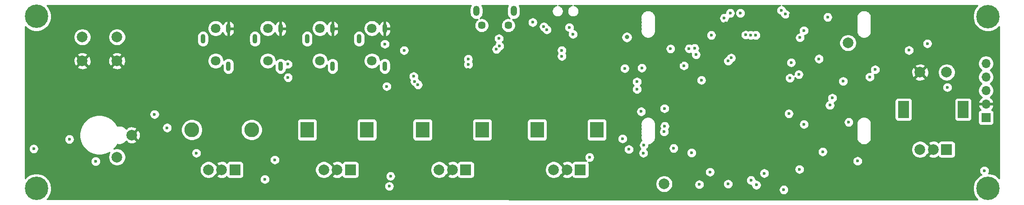
<source format=gbr>
%TF.GenerationSoftware,KiCad,Pcbnew,(5.1.8-0-10_14)*%
%TF.CreationDate,2021-02-06T10:55:23+01:00*%
%TF.ProjectId,PoundingSystem,506f756e-6469-46e6-9753-797374656d2e,rev?*%
%TF.SameCoordinates,Original*%
%TF.FileFunction,Copper,L2,Inr*%
%TF.FilePolarity,Positive*%
%FSLAX46Y46*%
G04 Gerber Fmt 4.6, Leading zero omitted, Abs format (unit mm)*
G04 Created by KiCad (PCBNEW (5.1.8-0-10_14)) date 2021-02-06 10:55:23*
%MOMM*%
%LPD*%
G01*
G04 APERTURE LIST*
%TA.AperFunction,ComponentPad*%
%ADD10R,2.000000X2.000000*%
%TD*%
%TA.AperFunction,ComponentPad*%
%ADD11C,2.000000*%
%TD*%
%TA.AperFunction,ComponentPad*%
%ADD12R,2.500000X3.000000*%
%TD*%
%TA.AperFunction,ComponentPad*%
%ADD13C,4.400000*%
%TD*%
%TA.AperFunction,ComponentPad*%
%ADD14C,0.700000*%
%TD*%
%TA.AperFunction,ComponentPad*%
%ADD15R,2.000000X3.200000*%
%TD*%
%TA.AperFunction,ComponentPad*%
%ADD16C,1.800000*%
%TD*%
%TA.AperFunction,ComponentPad*%
%ADD17O,0.900000X1.800000*%
%TD*%
%TA.AperFunction,ComponentPad*%
%ADD18C,2.800000*%
%TD*%
%TA.AperFunction,ComponentPad*%
%ADD19R,1.700000X1.700000*%
%TD*%
%TA.AperFunction,ComponentPad*%
%ADD20O,1.700000X1.700000*%
%TD*%
%TA.AperFunction,ComponentPad*%
%ADD21O,1.200000X1.900000*%
%TD*%
%TA.AperFunction,ComponentPad*%
%ADD22C,1.450000*%
%TD*%
%TA.AperFunction,ViaPad*%
%ADD23C,0.600000*%
%TD*%
%TA.AperFunction,ViaPad*%
%ADD24C,0.800000*%
%TD*%
%TA.AperFunction,Conductor*%
%ADD25C,0.254000*%
%TD*%
%TA.AperFunction,Conductor*%
%ADD26C,0.100000*%
%TD*%
G04 APERTURE END LIST*
D10*
%TO.N,Net-(C43-Pad2)*%
%TO.C,SW4*%
X95317920Y-105435000D03*
D11*
%TO.N,GND*%
X92817920Y-105435000D03*
%TO.N,Net-(C41-Pad2)*%
X90317920Y-105435000D03*
D12*
%TO.N,N/C*%
X98417920Y-97935000D03*
X87217920Y-97935000D03*
%TD*%
D10*
%TO.N,Net-(C44-Pad2)*%
%TO.C,SW3*%
X116970280Y-105435000D03*
D11*
%TO.N,GND*%
X114470280Y-105435000D03*
%TO.N,Net-(C42-Pad2)*%
X111970280Y-105435000D03*
D12*
%TO.N,N/C*%
X120070280Y-97935000D03*
X108870280Y-97935000D03*
%TD*%
D13*
%TO.N,Net-(H2-Pad1)*%
%TO.C,H2*%
X36375000Y-76625000D03*
D14*
X38025000Y-76625000D03*
X37541726Y-77791726D03*
X36375000Y-78275000D03*
X35208274Y-77791726D03*
X34725000Y-76625000D03*
X35208274Y-75458274D03*
X36375000Y-74975000D03*
X37541726Y-75458274D03*
%TD*%
D10*
%TO.N,Net-(C51-Pad2)*%
%TO.C,SW1*%
X207225000Y-101625000D03*
D11*
%TO.N,GND*%
X204725000Y-101625000D03*
%TO.N,Net-(C52-Pad2)*%
X202225000Y-101625000D03*
D15*
%TO.N,N/C*%
X210325000Y-94125000D03*
X199125000Y-94125000D03*
D11*
%TO.N,Net-(C49-Pad2)*%
X207225000Y-87125000D03*
%TO.N,GND*%
X202225000Y-87125000D03*
%TD*%
%TO.N,GND*%
%TO.C,SW7*%
X51500000Y-85000000D03*
%TO.N,Net-(C46-Pad2)*%
X51500000Y-80500000D03*
%TO.N,GND*%
X45000000Y-85000000D03*
%TO.N,Net-(C46-Pad2)*%
X45000000Y-80500000D03*
%TD*%
D16*
%TO.N,*%
%TO.C,J5*%
X99357500Y-84970000D03*
X99357500Y-78870000D03*
D17*
%TO.N,Net-(FB3-Pad1)*%
X101757500Y-85970000D03*
%TO.N,GND*%
X101757500Y-78914000D03*
%TO.N,Net-(FB4-Pad1)*%
X96960500Y-80847000D03*
%TD*%
D11*
%TO.N,Net-(C47-Pad2)*%
%TO.C,SW5*%
X51512000Y-103052000D03*
%TO.N,GND*%
X54262000Y-98922000D03*
%TD*%
%TO.N,*%
%TO.C,U5*%
X188700000Y-81600000D03*
X154200000Y-108100000D03*
%TD*%
D10*
%TO.N,Net-(C35-Pad2)*%
%TO.C,SW8*%
X73665560Y-105435000D03*
D11*
%TO.N,GND*%
X71165560Y-105435000D03*
%TO.N,Net-(C34-Pad2)*%
X68665560Y-105435000D03*
D18*
%TO.N,N/C*%
X76765560Y-97935000D03*
X65565560Y-97935000D03*
%TD*%
D14*
%TO.N,Net-(H4-Pad1)*%
%TO.C,H4*%
X37541726Y-107783274D03*
X36375000Y-107300000D03*
X35208274Y-107783274D03*
X34725000Y-108950000D03*
X35208274Y-110116726D03*
X36375000Y-110600000D03*
X37541726Y-110116726D03*
X38025000Y-108950000D03*
D13*
X36375000Y-108950000D03*
%TD*%
D14*
%TO.N,Net-(H3-Pad1)*%
%TO.C,H3*%
X216141726Y-75483274D03*
X214975000Y-75000000D03*
X213808274Y-75483274D03*
X213325000Y-76650000D03*
X213808274Y-77816726D03*
X214975000Y-78300000D03*
X216141726Y-77816726D03*
X216625000Y-76650000D03*
D13*
X214975000Y-76650000D03*
%TD*%
D14*
%TO.N,Net-(H2-Pad1)*%
%TO.C,H2*%
X37541726Y-75458274D03*
X36375000Y-74975000D03*
X35208274Y-75458274D03*
X34725000Y-76625000D03*
X35208274Y-77791726D03*
X36375000Y-78275000D03*
X37541726Y-77791726D03*
X38025000Y-76625000D03*
D13*
X36375000Y-76625000D03*
%TD*%
D14*
%TO.N,Net-(H1-Pad1)*%
%TO.C,H1*%
X216141726Y-107783274D03*
X214975000Y-107300000D03*
X213808274Y-107783274D03*
X213325000Y-108950000D03*
X213808274Y-110116726D03*
X214975000Y-110600000D03*
X216141726Y-110116726D03*
X216625000Y-108950000D03*
D13*
X214975000Y-108950000D03*
%TD*%
D16*
%TO.N,*%
%TO.C,J2*%
X89581667Y-84970000D03*
X89581667Y-78870000D03*
D17*
%TO.N,Net-(FB5-Pad1)*%
X91981667Y-85970000D03*
%TO.N,GND*%
X91981667Y-78914000D03*
%TO.N,Net-(FB6-Pad1)*%
X87184667Y-80847000D03*
%TD*%
D19*
%TO.N,VCC*%
%TO.C,J6*%
X214600000Y-95630000D03*
D20*
%TO.N,GND*%
X214600000Y-93090000D03*
%TO.N,SWDIO*%
X214600000Y-90550000D03*
%TO.N,SWCLK*%
X214600000Y-88010000D03*
%TO.N,SWO*%
X214600000Y-85470000D03*
%TD*%
D16*
%TO.N,*%
%TO.C,J4*%
X70030000Y-84970000D03*
X70030000Y-78870000D03*
D17*
%TO.N,Net-(J4-PadT)*%
X72430000Y-85970000D03*
%TO.N,GND*%
X72430000Y-78914000D03*
%TO.N,Net-(J4-PadR)*%
X67633000Y-80847000D03*
%TD*%
D10*
%TO.N,Net-(C38-Pad2)*%
%TO.C,SW2*%
X138472640Y-105435000D03*
D11*
%TO.N,GND*%
X135972640Y-105435000D03*
%TO.N,Net-(C37-Pad2)*%
X133472640Y-105435000D03*
D12*
%TO.N,N/C*%
X141572640Y-97935000D03*
X130372640Y-97935000D03*
%TD*%
D16*
%TO.N,*%
%TO.C,J3*%
X79805834Y-84970000D03*
X79805834Y-78870000D03*
D17*
%TO.N,Net-(C20-Pad1)*%
X82205834Y-85970000D03*
%TO.N,GND*%
X82205834Y-78914000D03*
%TO.N,MIC_-*%
X77408834Y-80847000D03*
%TD*%
D21*
%TO.N,Net-(J1-Pad6)*%
%TO.C,J1*%
X125960000Y-75602500D03*
X118960000Y-75602500D03*
D22*
X124960000Y-78302500D03*
X119960000Y-78302500D03*
%TD*%
D23*
%TO.N,GND*%
X126310000Y-80790000D03*
X93550000Y-79640000D03*
X103480000Y-78330000D03*
X72230000Y-92400000D03*
X73450000Y-91030000D03*
X66450000Y-82530000D03*
X73930000Y-82150000D03*
X104620000Y-87280000D03*
X103780000Y-92190000D03*
X103670000Y-91080000D03*
X202525000Y-105850000D03*
X207725000Y-105850000D03*
X199644000Y-87884000D03*
X53600000Y-100880000D03*
X56910000Y-94920000D03*
X56230000Y-98540000D03*
X140350000Y-107325000D03*
X128500000Y-104950000D03*
X106800000Y-104890000D03*
X117500000Y-107535000D03*
X97150000Y-107530000D03*
X75400000Y-107600000D03*
X64010000Y-105720000D03*
X190100000Y-87500000D03*
X104240000Y-83930000D03*
X110744000Y-85090000D03*
X43750000Y-96810000D03*
X138970000Y-85110000D03*
X84910000Y-91610000D03*
X140859000Y-76450000D03*
X112522000Y-81026000D03*
X106550000Y-80190000D03*
X93190000Y-91610000D03*
X38100000Y-104648000D03*
X117410000Y-83650000D03*
X117430000Y-86610000D03*
X108350000Y-81460000D03*
X85040000Y-105070000D03*
X188468000Y-99822000D03*
X129700000Y-82700000D03*
X161600000Y-79700000D03*
X181160000Y-75950000D03*
X154600000Y-101600000D03*
X161950000Y-104600000D03*
X162500000Y-108300000D03*
X164200000Y-76000000D03*
X174650000Y-75600000D03*
X164950000Y-78900000D03*
X165750000Y-77900000D03*
X162150000Y-82599998D03*
X153800000Y-90250000D03*
X154850000Y-89400000D03*
X158600000Y-100800000D03*
X154223633Y-95792358D03*
X165300000Y-108845000D03*
X178200000Y-106950000D03*
X182150000Y-103100000D03*
X188000000Y-98350000D03*
X189400000Y-90500000D03*
X178250000Y-109700000D03*
X154650000Y-78000000D03*
X172894982Y-80994982D03*
X186050000Y-100599996D03*
X203575000Y-89675000D03*
X184833051Y-85100010D03*
X181729454Y-82924990D03*
X206775000Y-80375000D03*
X200152000Y-80518000D03*
X182734102Y-79732000D03*
X193294000Y-75946000D03*
X194564000Y-85598000D03*
X157310000Y-85250000D03*
X177860000Y-76310000D03*
%TO.N,+3V3*%
X102130000Y-89770000D03*
X58550000Y-95020000D03*
X137090000Y-79960000D03*
X105380000Y-82990000D03*
X214300000Y-105600000D03*
X117420000Y-84630000D03*
X117440000Y-85650000D03*
D24*
X147214000Y-80520000D03*
D23*
X155400000Y-82700000D03*
X162800000Y-105850000D03*
X163050000Y-80150000D03*
X166599992Y-76000000D03*
X157910000Y-85880000D03*
X159350000Y-102250000D03*
X154309336Y-97240658D03*
X166200000Y-108100000D03*
X179600000Y-105350000D03*
X183950000Y-102050000D03*
X188850000Y-96500000D03*
X176650000Y-109200000D03*
X176200000Y-75475001D03*
X179700000Y-80600000D03*
X187800000Y-88800000D03*
X47500000Y-103850000D03*
X35875000Y-101500000D03*
X160175000Y-83800000D03*
X207350000Y-89950000D03*
X180429949Y-79279949D03*
X193802000Y-86614000D03*
X184890000Y-76760000D03*
X165487293Y-76925827D03*
X183250000Y-84595010D03*
X200152000Y-82984990D03*
%TO.N,I2C2_SCL*%
X135000000Y-84100000D03*
X159900000Y-82600000D03*
%TO.N,I2C2_SDA*%
X135000000Y-83000000D03*
X158868416Y-82679186D03*
%TO.N,NRST*%
X161200000Y-88600000D03*
%TO.N,HOLD_SW*%
X60910000Y-97550000D03*
X66400000Y-102300000D03*
X140200000Y-103100000D03*
X156000000Y-101400000D03*
%TO.N,SWDIO*%
X185300000Y-93300000D03*
%TO.N,SWCLK*%
X185762815Y-91953287D03*
%TO.N,SPI3_SCK*%
X168500000Y-76000000D03*
%TO.N,SPI3_MOSI*%
X169500000Y-80100004D03*
%TO.N,SWO*%
X178050000Y-85300000D03*
%TO.N,I2S2_WS*%
X149900000Y-94500000D03*
X154200000Y-98300000D03*
%TO.N,+5V*%
X129534001Y-77734001D03*
%TO.N,Net-(FB3-Pad1)*%
X101770000Y-81810000D03*
%TO.N,I2S2_SDI*%
X149100000Y-90300000D03*
X177800000Y-88200000D03*
%TO.N,I2S2_SDO*%
X149100000Y-88900000D03*
X179463621Y-87528587D03*
%TO.N,Net-(J1-Pad4)*%
X123190000Y-80772000D03*
%TO.N,USB_CONN_D+*%
X123283975Y-82216025D03*
%TO.N,USB_CONN_D-*%
X122716025Y-82783975D03*
%TO.N,USB_D+*%
X132183975Y-79119576D03*
X166216025Y-84983975D03*
%TO.N,USB_D-*%
X131616025Y-78551626D03*
X166783975Y-84416025D03*
X177600000Y-94900000D03*
X180450000Y-96900000D03*
%TO.N,Net-(D3-Pad2)*%
X42570000Y-99700000D03*
%TO.N,MICBIAS*%
X107188000Y-87884000D03*
X83566000Y-85598000D03*
%TO.N,TIM4_CH2*%
X173000000Y-106100000D03*
X160800000Y-108200000D03*
%TO.N,TIM3_CH1*%
X150300000Y-102300000D03*
X79250000Y-107225000D03*
%TO.N,TIM3_CH2*%
X147574000Y-101600000D03*
X81125000Y-103575000D03*
%TO.N,LCD_DC*%
X170450000Y-80150000D03*
%TO.N,LCD_CS*%
X171400000Y-80150000D03*
%TO.N,Net-(C23-Pad1)*%
X176950000Y-76200000D03*
%TO.N,Net-(D4-Pad2)*%
X150010000Y-86300000D03*
%TO.N,Net-(D5-Pad2)*%
X192800000Y-88000000D03*
%TO.N,Net-(D6-Pad2)*%
X190500000Y-103800000D03*
%TO.N,Net-(D7-Pad2)*%
X150400000Y-100800000D03*
%TO.N,Net-(D2-Pad2)*%
X136400000Y-78700000D03*
%TO.N,MIC_+*%
X107395479Y-88853479D03*
X83610000Y-88100000D03*
%TO.N,MIC_-*%
X107996521Y-89454521D03*
%TO.N,TIM5_CH2*%
X102850000Y-106640000D03*
X170500000Y-107400000D03*
%TO.N,TIM5_CH1*%
X171500000Y-108300000D03*
X102600000Y-108525000D03*
%TO.N,LCD_BL2*%
X146800000Y-86400000D03*
X146400000Y-99600000D03*
X154270626Y-93925000D03*
%TO.N,Net-(D8-Pad2)*%
X203600000Y-81725000D03*
%TD*%
D25*
%TO.N,GND*%
X117928168Y-74563051D02*
X117813489Y-74777599D01*
X117742870Y-75010398D01*
X117725000Y-75191835D01*
X117725000Y-76013164D01*
X117742870Y-76194601D01*
X117813489Y-76427400D01*
X117928167Y-76641948D01*
X118082498Y-76830002D01*
X118270551Y-76984333D01*
X118485099Y-77099011D01*
X118717898Y-77169630D01*
X118960000Y-77193475D01*
X119202101Y-77169630D01*
X119212035Y-77166616D01*
X119093051Y-77246119D01*
X118903619Y-77435551D01*
X118754784Y-77658299D01*
X118652264Y-77905803D01*
X118600000Y-78168552D01*
X118600000Y-78436448D01*
X118652264Y-78699197D01*
X118754784Y-78946701D01*
X118903619Y-79169449D01*
X119093051Y-79358881D01*
X119315799Y-79507716D01*
X119563303Y-79610236D01*
X119826052Y-79662500D01*
X120093948Y-79662500D01*
X120356697Y-79610236D01*
X120604201Y-79507716D01*
X120826949Y-79358881D01*
X121016381Y-79169449D01*
X121165216Y-78946701D01*
X121267736Y-78699197D01*
X121320000Y-78436448D01*
X121320000Y-78168552D01*
X121267736Y-77905803D01*
X121165216Y-77658299D01*
X121016381Y-77435551D01*
X120826949Y-77246119D01*
X120604201Y-77097284D01*
X120356697Y-76994764D01*
X120093948Y-76942500D01*
X119826052Y-76942500D01*
X119660231Y-76975484D01*
X119837502Y-76830002D01*
X119991833Y-76641949D01*
X120106511Y-76427401D01*
X120177130Y-76194602D01*
X120195000Y-76013165D01*
X120195000Y-75191836D01*
X120177130Y-75010399D01*
X120106511Y-74777599D01*
X119991833Y-74563051D01*
X119989329Y-74560000D01*
X124930672Y-74560000D01*
X124928167Y-74563052D01*
X124813489Y-74777600D01*
X124742870Y-75010399D01*
X124725000Y-75191836D01*
X124725000Y-76013165D01*
X124742870Y-76194602D01*
X124813489Y-76427401D01*
X124928168Y-76641949D01*
X125082499Y-76830002D01*
X125259769Y-76975484D01*
X125093948Y-76942500D01*
X124826052Y-76942500D01*
X124563303Y-76994764D01*
X124315799Y-77097284D01*
X124093051Y-77246119D01*
X123903619Y-77435551D01*
X123754784Y-77658299D01*
X123652264Y-77905803D01*
X123600000Y-78168552D01*
X123600000Y-78436448D01*
X123652264Y-78699197D01*
X123754784Y-78946701D01*
X123903619Y-79169449D01*
X124093051Y-79358881D01*
X124315799Y-79507716D01*
X124563303Y-79610236D01*
X124826052Y-79662500D01*
X125093948Y-79662500D01*
X125356697Y-79610236D01*
X125604201Y-79507716D01*
X125826949Y-79358881D01*
X126016381Y-79169449D01*
X126165216Y-78946701D01*
X126267736Y-78699197D01*
X126320000Y-78436448D01*
X126320000Y-78168552D01*
X126267736Y-77905803D01*
X126165216Y-77658299D01*
X126154267Y-77641912D01*
X128599001Y-77641912D01*
X128599001Y-77826090D01*
X128634933Y-78006730D01*
X128705415Y-78176890D01*
X128807739Y-78330029D01*
X128937973Y-78460263D01*
X129091112Y-78562587D01*
X129261272Y-78633069D01*
X129441912Y-78669001D01*
X129626090Y-78669001D01*
X129806730Y-78633069D01*
X129976890Y-78562587D01*
X130130029Y-78460263D01*
X130130755Y-78459537D01*
X130681025Y-78459537D01*
X130681025Y-78643715D01*
X130716957Y-78824355D01*
X130787439Y-78994515D01*
X130889763Y-79147654D01*
X131019997Y-79277888D01*
X131173136Y-79380212D01*
X131302009Y-79433592D01*
X131355389Y-79562465D01*
X131457713Y-79715604D01*
X131587947Y-79845838D01*
X131741086Y-79948162D01*
X131911246Y-80018644D01*
X132091886Y-80054576D01*
X132276064Y-80054576D01*
X132456704Y-80018644D01*
X132626864Y-79948162D01*
X132780003Y-79845838D01*
X132910237Y-79715604D01*
X133012561Y-79562465D01*
X133083043Y-79392305D01*
X133118975Y-79211665D01*
X133118975Y-79027487D01*
X133083043Y-78846847D01*
X133012561Y-78676687D01*
X132966607Y-78607911D01*
X135465000Y-78607911D01*
X135465000Y-78792089D01*
X135500932Y-78972729D01*
X135571414Y-79142889D01*
X135673738Y-79296028D01*
X135803972Y-79426262D01*
X135957111Y-79528586D01*
X136127271Y-79599068D01*
X136219840Y-79617481D01*
X136190932Y-79687271D01*
X136155000Y-79867911D01*
X136155000Y-80052089D01*
X136190932Y-80232729D01*
X136261414Y-80402889D01*
X136363738Y-80556028D01*
X136493972Y-80686262D01*
X136647111Y-80788586D01*
X136817271Y-80859068D01*
X136997911Y-80895000D01*
X137182089Y-80895000D01*
X137362729Y-80859068D01*
X137532889Y-80788586D01*
X137686028Y-80686262D01*
X137816262Y-80556028D01*
X137908448Y-80418061D01*
X146179000Y-80418061D01*
X146179000Y-80621939D01*
X146218774Y-80821898D01*
X146296795Y-81010256D01*
X146410063Y-81179774D01*
X146554226Y-81323937D01*
X146723744Y-81437205D01*
X146912102Y-81515226D01*
X147112061Y-81555000D01*
X147315939Y-81555000D01*
X147515898Y-81515226D01*
X147704256Y-81437205D01*
X147873774Y-81323937D01*
X148017937Y-81179774D01*
X148131205Y-81010256D01*
X148209226Y-80821898D01*
X148249000Y-80621939D01*
X148249000Y-80418061D01*
X148209226Y-80218102D01*
X148131205Y-80029744D01*
X148017937Y-79860226D01*
X147873774Y-79716063D01*
X147704256Y-79602795D01*
X147515898Y-79524774D01*
X147315939Y-79485000D01*
X147112061Y-79485000D01*
X146912102Y-79524774D01*
X146723744Y-79602795D01*
X146554226Y-79716063D01*
X146410063Y-79860226D01*
X146296795Y-80029744D01*
X146218774Y-80218102D01*
X146179000Y-80418061D01*
X137908448Y-80418061D01*
X137918586Y-80402889D01*
X137989068Y-80232729D01*
X138025000Y-80052089D01*
X138025000Y-79867911D01*
X137989068Y-79687271D01*
X137918586Y-79517111D01*
X137816262Y-79363972D01*
X137686028Y-79233738D01*
X137532889Y-79131414D01*
X137362729Y-79060932D01*
X137270160Y-79042519D01*
X137299068Y-78972729D01*
X137335000Y-78792089D01*
X137335000Y-78607911D01*
X137299068Y-78427271D01*
X137228586Y-78257111D01*
X137126262Y-78103972D01*
X136996028Y-77973738D01*
X136842889Y-77871414D01*
X136672729Y-77800932D01*
X136492089Y-77765000D01*
X136307911Y-77765000D01*
X136127271Y-77800932D01*
X135957111Y-77871414D01*
X135803972Y-77973738D01*
X135673738Y-78103972D01*
X135571414Y-78257111D01*
X135500932Y-78427271D01*
X135465000Y-78607911D01*
X132966607Y-78607911D01*
X132910237Y-78523548D01*
X132780003Y-78393314D01*
X132626864Y-78290990D01*
X132497991Y-78237610D01*
X132444611Y-78108737D01*
X132342287Y-77955598D01*
X132212053Y-77825364D01*
X132058914Y-77723040D01*
X131888754Y-77652558D01*
X131708114Y-77616626D01*
X131523936Y-77616626D01*
X131343296Y-77652558D01*
X131173136Y-77723040D01*
X131019997Y-77825364D01*
X130889763Y-77955598D01*
X130787439Y-78108737D01*
X130716957Y-78278897D01*
X130681025Y-78459537D01*
X130130755Y-78459537D01*
X130260263Y-78330029D01*
X130362587Y-78176890D01*
X130433069Y-78006730D01*
X130469001Y-77826090D01*
X130469001Y-77641912D01*
X130433069Y-77461272D01*
X130362587Y-77291112D01*
X130260263Y-77137973D01*
X130130029Y-77007739D01*
X129976890Y-76905415D01*
X129806730Y-76834933D01*
X129626090Y-76799001D01*
X129441912Y-76799001D01*
X129261272Y-76834933D01*
X129091112Y-76905415D01*
X128937973Y-77007739D01*
X128807739Y-77137973D01*
X128705415Y-77291112D01*
X128634933Y-77461272D01*
X128599001Y-77641912D01*
X126154267Y-77641912D01*
X126016381Y-77435551D01*
X125826949Y-77246119D01*
X125707965Y-77166616D01*
X125717899Y-77169630D01*
X125960000Y-77193475D01*
X126202102Y-77169630D01*
X126434901Y-77099011D01*
X126649449Y-76984333D01*
X126837502Y-76830002D01*
X126991833Y-76641949D01*
X127106511Y-76427401D01*
X127177130Y-76194601D01*
X127195000Y-76013164D01*
X127195000Y-75191835D01*
X127177130Y-75010398D01*
X127106511Y-74777599D01*
X126991833Y-74563051D01*
X126989329Y-74560000D01*
X134027727Y-74560000D01*
X133893517Y-74586696D01*
X133696060Y-74668485D01*
X133518353Y-74787225D01*
X133367225Y-74938353D01*
X133248485Y-75116060D01*
X133166696Y-75313517D01*
X133125000Y-75523137D01*
X133125000Y-75736863D01*
X133166696Y-75946483D01*
X133248485Y-76143940D01*
X133367225Y-76321647D01*
X133518353Y-76472775D01*
X133696060Y-76591515D01*
X133893517Y-76673304D01*
X134103137Y-76715000D01*
X134316863Y-76715000D01*
X134526483Y-76673304D01*
X134723940Y-76591515D01*
X134901647Y-76472775D01*
X135052775Y-76321647D01*
X135171515Y-76143940D01*
X135253304Y-75946483D01*
X135295000Y-75736863D01*
X135295000Y-75523137D01*
X135253304Y-75313517D01*
X135171515Y-75116060D01*
X135052775Y-74938353D01*
X134901647Y-74787225D01*
X134723940Y-74668485D01*
X134526483Y-74586696D01*
X134392273Y-74560000D01*
X136927727Y-74560000D01*
X136793517Y-74586696D01*
X136596060Y-74668485D01*
X136418353Y-74787225D01*
X136267225Y-74938353D01*
X136148485Y-75116060D01*
X136066696Y-75313517D01*
X136025000Y-75523137D01*
X136025000Y-75736863D01*
X136066696Y-75946483D01*
X136148485Y-76143940D01*
X136267225Y-76321647D01*
X136418353Y-76472775D01*
X136596060Y-76591515D01*
X136793517Y-76673304D01*
X137003137Y-76715000D01*
X137216863Y-76715000D01*
X137223956Y-76713589D01*
X149815000Y-76713589D01*
X149815000Y-76986411D01*
X149837594Y-77100000D01*
X149815000Y-77213589D01*
X149815000Y-77486411D01*
X149862459Y-77725000D01*
X149815000Y-77963589D01*
X149815000Y-78236411D01*
X149837594Y-78350000D01*
X149815000Y-78463589D01*
X149815000Y-78736411D01*
X149862459Y-78975000D01*
X149815000Y-79213589D01*
X149815000Y-79486411D01*
X149868225Y-79753989D01*
X149972629Y-80006043D01*
X150124201Y-80232886D01*
X150317114Y-80425799D01*
X150543957Y-80577371D01*
X150796011Y-80681775D01*
X151063589Y-80735000D01*
X151336411Y-80735000D01*
X151603989Y-80681775D01*
X151856043Y-80577371D01*
X152082886Y-80425799D01*
X152275799Y-80232886D01*
X152392713Y-80057911D01*
X162115000Y-80057911D01*
X162115000Y-80242089D01*
X162150932Y-80422729D01*
X162221414Y-80592889D01*
X162323738Y-80746028D01*
X162453972Y-80876262D01*
X162607111Y-80978586D01*
X162777271Y-81049068D01*
X162957911Y-81085000D01*
X163142089Y-81085000D01*
X163322729Y-81049068D01*
X163492889Y-80978586D01*
X163646028Y-80876262D01*
X163776262Y-80746028D01*
X163878586Y-80592889D01*
X163949068Y-80422729D01*
X163985000Y-80242089D01*
X163985000Y-80057911D01*
X163975056Y-80007915D01*
X168565000Y-80007915D01*
X168565000Y-80192093D01*
X168600932Y-80372733D01*
X168671414Y-80542893D01*
X168773738Y-80696032D01*
X168903972Y-80826266D01*
X169057111Y-80928590D01*
X169227271Y-80999072D01*
X169407911Y-81035004D01*
X169592089Y-81035004D01*
X169772729Y-80999072D01*
X169936344Y-80931301D01*
X170007111Y-80978586D01*
X170177271Y-81049068D01*
X170357911Y-81085000D01*
X170542089Y-81085000D01*
X170722729Y-81049068D01*
X170892889Y-80978586D01*
X170925000Y-80957130D01*
X170957111Y-80978586D01*
X171127271Y-81049068D01*
X171307911Y-81085000D01*
X171492089Y-81085000D01*
X171672729Y-81049068D01*
X171842889Y-80978586D01*
X171996028Y-80876262D01*
X172126262Y-80746028D01*
X172228586Y-80592889D01*
X172263784Y-80507911D01*
X178765000Y-80507911D01*
X178765000Y-80692089D01*
X178800932Y-80872729D01*
X178871414Y-81042889D01*
X178973738Y-81196028D01*
X179103972Y-81326262D01*
X179257111Y-81428586D01*
X179427271Y-81499068D01*
X179607911Y-81535000D01*
X179792089Y-81535000D01*
X179972729Y-81499068D01*
X180117826Y-81438967D01*
X187065000Y-81438967D01*
X187065000Y-81761033D01*
X187127832Y-82076912D01*
X187251082Y-82374463D01*
X187430013Y-82642252D01*
X187657748Y-82869987D01*
X187925537Y-83048918D01*
X188223088Y-83172168D01*
X188538967Y-83235000D01*
X188861033Y-83235000D01*
X189176912Y-83172168D01*
X189474463Y-83048918D01*
X189707958Y-82892901D01*
X199217000Y-82892901D01*
X199217000Y-83077079D01*
X199252932Y-83257719D01*
X199323414Y-83427879D01*
X199425738Y-83581018D01*
X199555972Y-83711252D01*
X199709111Y-83813576D01*
X199879271Y-83884058D01*
X200059911Y-83919990D01*
X200244089Y-83919990D01*
X200424729Y-83884058D01*
X200594889Y-83813576D01*
X200748028Y-83711252D01*
X200878262Y-83581018D01*
X200980586Y-83427879D01*
X201051068Y-83257719D01*
X201087000Y-83077079D01*
X201087000Y-82892901D01*
X201051068Y-82712261D01*
X200980586Y-82542101D01*
X200878262Y-82388962D01*
X200748028Y-82258728D01*
X200594889Y-82156404D01*
X200424729Y-82085922D01*
X200244089Y-82049990D01*
X200059911Y-82049990D01*
X199879271Y-82085922D01*
X199709111Y-82156404D01*
X199555972Y-82258728D01*
X199425738Y-82388962D01*
X199323414Y-82542101D01*
X199252932Y-82712261D01*
X199217000Y-82892901D01*
X189707958Y-82892901D01*
X189742252Y-82869987D01*
X189969987Y-82642252D01*
X190148918Y-82374463D01*
X190272168Y-82076912D01*
X190335000Y-81761033D01*
X190335000Y-81632911D01*
X202665000Y-81632911D01*
X202665000Y-81817089D01*
X202700932Y-81997729D01*
X202771414Y-82167889D01*
X202873738Y-82321028D01*
X203003972Y-82451262D01*
X203157111Y-82553586D01*
X203327271Y-82624068D01*
X203507911Y-82660000D01*
X203692089Y-82660000D01*
X203872729Y-82624068D01*
X204042889Y-82553586D01*
X204196028Y-82451262D01*
X204326262Y-82321028D01*
X204428586Y-82167889D01*
X204499068Y-81997729D01*
X204535000Y-81817089D01*
X204535000Y-81632911D01*
X204499068Y-81452271D01*
X204428586Y-81282111D01*
X204326262Y-81128972D01*
X204196028Y-80998738D01*
X204042889Y-80896414D01*
X203872729Y-80825932D01*
X203692089Y-80790000D01*
X203507911Y-80790000D01*
X203327271Y-80825932D01*
X203157111Y-80896414D01*
X203003972Y-80998738D01*
X202873738Y-81128972D01*
X202771414Y-81282111D01*
X202700932Y-81452271D01*
X202665000Y-81632911D01*
X190335000Y-81632911D01*
X190335000Y-81438967D01*
X190272168Y-81123088D01*
X190148918Y-80825537D01*
X189969987Y-80557748D01*
X189742252Y-80330013D01*
X189474463Y-80151082D01*
X189176912Y-80027832D01*
X188861033Y-79965000D01*
X188538967Y-79965000D01*
X188223088Y-80027832D01*
X187925537Y-80151082D01*
X187657748Y-80330013D01*
X187430013Y-80557748D01*
X187251082Y-80825537D01*
X187127832Y-81123088D01*
X187065000Y-81438967D01*
X180117826Y-81438967D01*
X180142889Y-81428586D01*
X180296028Y-81326262D01*
X180426262Y-81196028D01*
X180528586Y-81042889D01*
X180599068Y-80872729D01*
X180635000Y-80692089D01*
X180635000Y-80507911D01*
X180599068Y-80327271D01*
X180550221Y-80209343D01*
X180702678Y-80179017D01*
X180872838Y-80108535D01*
X181025977Y-80006211D01*
X181156211Y-79875977D01*
X181258535Y-79722838D01*
X181329017Y-79552678D01*
X181364949Y-79372038D01*
X181364949Y-79187860D01*
X181329017Y-79007220D01*
X181258535Y-78837060D01*
X181156211Y-78683921D01*
X181025977Y-78553687D01*
X180872838Y-78451363D01*
X180702678Y-78380881D01*
X180522038Y-78344949D01*
X180337860Y-78344949D01*
X180157220Y-78380881D01*
X179987060Y-78451363D01*
X179833921Y-78553687D01*
X179703687Y-78683921D01*
X179601363Y-78837060D01*
X179530881Y-79007220D01*
X179494949Y-79187860D01*
X179494949Y-79372038D01*
X179530881Y-79552678D01*
X179579728Y-79670606D01*
X179427271Y-79700932D01*
X179257111Y-79771414D01*
X179103972Y-79873738D01*
X178973738Y-80003972D01*
X178871414Y-80157111D01*
X178800932Y-80327271D01*
X178765000Y-80507911D01*
X172263784Y-80507911D01*
X172299068Y-80422729D01*
X172335000Y-80242089D01*
X172335000Y-80057911D01*
X172299068Y-79877271D01*
X172228586Y-79707111D01*
X172126262Y-79553972D01*
X171996028Y-79423738D01*
X171842889Y-79321414D01*
X171672729Y-79250932D01*
X171492089Y-79215000D01*
X171307911Y-79215000D01*
X171127271Y-79250932D01*
X170957111Y-79321414D01*
X170925000Y-79342870D01*
X170892889Y-79321414D01*
X170722729Y-79250932D01*
X170542089Y-79215000D01*
X170357911Y-79215000D01*
X170177271Y-79250932D01*
X170013656Y-79318703D01*
X169942889Y-79271418D01*
X169772729Y-79200936D01*
X169592089Y-79165004D01*
X169407911Y-79165004D01*
X169227271Y-79200936D01*
X169057111Y-79271418D01*
X168903972Y-79373742D01*
X168773738Y-79503976D01*
X168671414Y-79657115D01*
X168600932Y-79827275D01*
X168565000Y-80007915D01*
X163975056Y-80007915D01*
X163949068Y-79877271D01*
X163878586Y-79707111D01*
X163776262Y-79553972D01*
X163646028Y-79423738D01*
X163492889Y-79321414D01*
X163322729Y-79250932D01*
X163142089Y-79215000D01*
X162957911Y-79215000D01*
X162777271Y-79250932D01*
X162607111Y-79321414D01*
X162453972Y-79423738D01*
X162323738Y-79553972D01*
X162221414Y-79707111D01*
X162150932Y-79877271D01*
X162115000Y-80057911D01*
X152392713Y-80057911D01*
X152427371Y-80006043D01*
X152531775Y-79753989D01*
X152585000Y-79486411D01*
X152585000Y-79213589D01*
X152537541Y-78975000D01*
X152585000Y-78736411D01*
X152585000Y-78463589D01*
X152562406Y-78350000D01*
X152585000Y-78236411D01*
X152585000Y-77963589D01*
X152537541Y-77725000D01*
X152585000Y-77486411D01*
X152585000Y-77213589D01*
X152562406Y-77100000D01*
X152585000Y-76986411D01*
X152585000Y-76833738D01*
X164552293Y-76833738D01*
X164552293Y-77017916D01*
X164588225Y-77198556D01*
X164658707Y-77368716D01*
X164761031Y-77521855D01*
X164891265Y-77652089D01*
X165044404Y-77754413D01*
X165214564Y-77824895D01*
X165395204Y-77860827D01*
X165579382Y-77860827D01*
X165760022Y-77824895D01*
X165930182Y-77754413D01*
X166083321Y-77652089D01*
X166213555Y-77521855D01*
X166315879Y-77368716D01*
X166386361Y-77198556D01*
X166422293Y-77017916D01*
X166422293Y-76917971D01*
X166507903Y-76935000D01*
X166692081Y-76935000D01*
X166872721Y-76899068D01*
X167042881Y-76828586D01*
X167196020Y-76726262D01*
X167326254Y-76596028D01*
X167428578Y-76442889D01*
X167499060Y-76272729D01*
X167534992Y-76092089D01*
X167534992Y-75907911D01*
X167565000Y-75907911D01*
X167565000Y-76092089D01*
X167600932Y-76272729D01*
X167671414Y-76442889D01*
X167773738Y-76596028D01*
X167903972Y-76726262D01*
X168057111Y-76828586D01*
X168227271Y-76899068D01*
X168407911Y-76935000D01*
X168592089Y-76935000D01*
X168772729Y-76899068D01*
X168942889Y-76828586D01*
X169096028Y-76726262D01*
X169226262Y-76596028D01*
X169328586Y-76442889D01*
X169399068Y-76272729D01*
X169435000Y-76092089D01*
X169435000Y-75907911D01*
X169399068Y-75727271D01*
X169328586Y-75557111D01*
X169226262Y-75403972D01*
X169096028Y-75273738D01*
X168942889Y-75171414D01*
X168772729Y-75100932D01*
X168592089Y-75065000D01*
X168407911Y-75065000D01*
X168227271Y-75100932D01*
X168057111Y-75171414D01*
X167903972Y-75273738D01*
X167773738Y-75403972D01*
X167671414Y-75557111D01*
X167600932Y-75727271D01*
X167565000Y-75907911D01*
X167534992Y-75907911D01*
X167499060Y-75727271D01*
X167428578Y-75557111D01*
X167326254Y-75403972D01*
X167196020Y-75273738D01*
X167042881Y-75171414D01*
X166872721Y-75100932D01*
X166692081Y-75065000D01*
X166507903Y-75065000D01*
X166327263Y-75100932D01*
X166157103Y-75171414D01*
X166003964Y-75273738D01*
X165873730Y-75403972D01*
X165771406Y-75557111D01*
X165700924Y-75727271D01*
X165664992Y-75907911D01*
X165664992Y-76007856D01*
X165579382Y-75990827D01*
X165395204Y-75990827D01*
X165214564Y-76026759D01*
X165044404Y-76097241D01*
X164891265Y-76199565D01*
X164761031Y-76329799D01*
X164658707Y-76482938D01*
X164588225Y-76653098D01*
X164552293Y-76833738D01*
X152585000Y-76833738D01*
X152585000Y-76713589D01*
X152531775Y-76446011D01*
X152427371Y-76193957D01*
X152275799Y-75967114D01*
X152082886Y-75774201D01*
X151856043Y-75622629D01*
X151603989Y-75518225D01*
X151336411Y-75465000D01*
X151063589Y-75465000D01*
X150796011Y-75518225D01*
X150543957Y-75622629D01*
X150317114Y-75774201D01*
X150124201Y-75967114D01*
X149972629Y-76193957D01*
X149868225Y-76446011D01*
X149815000Y-76713589D01*
X137223956Y-76713589D01*
X137426483Y-76673304D01*
X137623940Y-76591515D01*
X137801647Y-76472775D01*
X137952775Y-76321647D01*
X138071515Y-76143940D01*
X138153304Y-75946483D01*
X138195000Y-75736863D01*
X138195000Y-75523137D01*
X138153304Y-75313517D01*
X138071515Y-75116060D01*
X137952775Y-74938353D01*
X137801647Y-74787225D01*
X137623940Y-74668485D01*
X137426483Y-74586696D01*
X137292273Y-74560000D01*
X176007371Y-74560000D01*
X175927271Y-74575933D01*
X175757111Y-74646415D01*
X175603972Y-74748739D01*
X175473738Y-74878973D01*
X175371414Y-75032112D01*
X175300932Y-75202272D01*
X175265000Y-75382912D01*
X175265000Y-75567090D01*
X175300932Y-75747730D01*
X175371414Y-75917890D01*
X175473738Y-76071029D01*
X175603972Y-76201263D01*
X175757111Y-76303587D01*
X175927271Y-76374069D01*
X176035593Y-76395616D01*
X176050932Y-76472729D01*
X176121414Y-76642889D01*
X176223738Y-76796028D01*
X176353972Y-76926262D01*
X176507111Y-77028586D01*
X176677271Y-77099068D01*
X176857911Y-77135000D01*
X177042089Y-77135000D01*
X177222729Y-77099068D01*
X177392889Y-77028586D01*
X177546028Y-76926262D01*
X177676262Y-76796028D01*
X177761866Y-76667911D01*
X183955000Y-76667911D01*
X183955000Y-76852089D01*
X183990932Y-77032729D01*
X184061414Y-77202889D01*
X184163738Y-77356028D01*
X184293972Y-77486262D01*
X184447111Y-77588586D01*
X184617271Y-77659068D01*
X184797911Y-77695000D01*
X184982089Y-77695000D01*
X185162729Y-77659068D01*
X185332889Y-77588586D01*
X185486028Y-77486262D01*
X185616262Y-77356028D01*
X185718586Y-77202889D01*
X185789068Y-77032729D01*
X185825000Y-76852089D01*
X185825000Y-76713589D01*
X190315000Y-76713589D01*
X190315000Y-76986411D01*
X190337594Y-77100000D01*
X190315000Y-77213589D01*
X190315000Y-77486411D01*
X190362459Y-77725000D01*
X190315000Y-77963589D01*
X190315000Y-78236411D01*
X190362459Y-78475000D01*
X190315000Y-78713589D01*
X190315000Y-78986411D01*
X190337594Y-79100000D01*
X190315000Y-79213589D01*
X190315000Y-79486411D01*
X190368225Y-79753989D01*
X190472629Y-80006043D01*
X190624201Y-80232886D01*
X190817114Y-80425799D01*
X191043957Y-80577371D01*
X191296011Y-80681775D01*
X191563589Y-80735000D01*
X191836411Y-80735000D01*
X192103989Y-80681775D01*
X192356043Y-80577371D01*
X192582886Y-80425799D01*
X192775799Y-80232886D01*
X192927371Y-80006043D01*
X193031775Y-79753989D01*
X193085000Y-79486411D01*
X193085000Y-79213589D01*
X193062406Y-79100000D01*
X193085000Y-78986411D01*
X193085000Y-78713589D01*
X193037541Y-78475000D01*
X193085000Y-78236411D01*
X193085000Y-77963589D01*
X193037541Y-77725000D01*
X193085000Y-77486411D01*
X193085000Y-77213589D01*
X193062406Y-77100000D01*
X193085000Y-76986411D01*
X193085000Y-76713589D01*
X193031775Y-76446011D01*
X192927371Y-76193957D01*
X192775799Y-75967114D01*
X192582886Y-75774201D01*
X192356043Y-75622629D01*
X192103989Y-75518225D01*
X191836411Y-75465000D01*
X191563589Y-75465000D01*
X191296011Y-75518225D01*
X191043957Y-75622629D01*
X190817114Y-75774201D01*
X190624201Y-75967114D01*
X190472629Y-76193957D01*
X190368225Y-76446011D01*
X190315000Y-76713589D01*
X185825000Y-76713589D01*
X185825000Y-76667911D01*
X185789068Y-76487271D01*
X185718586Y-76317111D01*
X185616262Y-76163972D01*
X185486028Y-76033738D01*
X185332889Y-75931414D01*
X185162729Y-75860932D01*
X184982089Y-75825000D01*
X184797911Y-75825000D01*
X184617271Y-75860932D01*
X184447111Y-75931414D01*
X184293972Y-76033738D01*
X184163738Y-76163972D01*
X184061414Y-76317111D01*
X183990932Y-76487271D01*
X183955000Y-76667911D01*
X177761866Y-76667911D01*
X177778586Y-76642889D01*
X177849068Y-76472729D01*
X177885000Y-76292089D01*
X177885000Y-76107911D01*
X177849068Y-75927271D01*
X177778586Y-75757111D01*
X177676262Y-75603972D01*
X177546028Y-75473738D01*
X177392889Y-75371414D01*
X177222729Y-75300932D01*
X177114407Y-75279385D01*
X177099068Y-75202272D01*
X177028586Y-75032112D01*
X176926262Y-74878973D01*
X176796028Y-74748739D01*
X176642889Y-74646415D01*
X176472729Y-74575933D01*
X176392629Y-74560000D01*
X213055705Y-74560000D01*
X212772912Y-74842793D01*
X212462656Y-75307124D01*
X212248948Y-75823061D01*
X212140000Y-76370777D01*
X212140000Y-76929223D01*
X212248948Y-77476939D01*
X212462656Y-77992876D01*
X212772912Y-78457207D01*
X213167793Y-78852088D01*
X213632124Y-79162344D01*
X214148061Y-79376052D01*
X214695777Y-79485000D01*
X215254223Y-79485000D01*
X215801939Y-79376052D01*
X216317876Y-79162344D01*
X216782207Y-78852088D01*
X217090000Y-78544295D01*
X217090001Y-107055706D01*
X216782207Y-106747912D01*
X216317876Y-106437656D01*
X215801939Y-106223948D01*
X215254223Y-106115000D01*
X215080403Y-106115000D01*
X215128586Y-106042889D01*
X215199068Y-105872729D01*
X215235000Y-105692089D01*
X215235000Y-105507911D01*
X215199068Y-105327271D01*
X215128586Y-105157111D01*
X215026262Y-105003972D01*
X214896028Y-104873738D01*
X214742889Y-104771414D01*
X214572729Y-104700932D01*
X214392089Y-104665000D01*
X214207911Y-104665000D01*
X214027271Y-104700932D01*
X213857111Y-104771414D01*
X213703972Y-104873738D01*
X213573738Y-105003972D01*
X213471414Y-105157111D01*
X213400932Y-105327271D01*
X213365000Y-105507911D01*
X213365000Y-105692089D01*
X213400932Y-105872729D01*
X213471414Y-106042889D01*
X213573738Y-106196028D01*
X213703972Y-106326262D01*
X213779392Y-106376656D01*
X213632124Y-106437656D01*
X213167793Y-106747912D01*
X212772912Y-107142793D01*
X212462656Y-107607124D01*
X212248948Y-108123061D01*
X212140000Y-108670777D01*
X212140000Y-109229223D01*
X212248948Y-109776939D01*
X212462656Y-110292876D01*
X212772912Y-110757207D01*
X213030423Y-111014718D01*
X38344009Y-110990286D01*
X38577088Y-110757207D01*
X38887344Y-110292876D01*
X39101052Y-109776939D01*
X39210000Y-109229223D01*
X39210000Y-108670777D01*
X39162686Y-108432911D01*
X101665000Y-108432911D01*
X101665000Y-108617089D01*
X101700932Y-108797729D01*
X101771414Y-108967889D01*
X101873738Y-109121028D01*
X102003972Y-109251262D01*
X102157111Y-109353586D01*
X102327271Y-109424068D01*
X102507911Y-109460000D01*
X102692089Y-109460000D01*
X102872729Y-109424068D01*
X103042889Y-109353586D01*
X103196028Y-109251262D01*
X103326262Y-109121028D01*
X103428586Y-108967889D01*
X103499068Y-108797729D01*
X103535000Y-108617089D01*
X103535000Y-108432911D01*
X103499068Y-108252271D01*
X103428586Y-108082111D01*
X103332941Y-107938967D01*
X152565000Y-107938967D01*
X152565000Y-108261033D01*
X152627832Y-108576912D01*
X152751082Y-108874463D01*
X152930013Y-109142252D01*
X153157748Y-109369987D01*
X153425537Y-109548918D01*
X153723088Y-109672168D01*
X154038967Y-109735000D01*
X154361033Y-109735000D01*
X154676912Y-109672168D01*
X154974463Y-109548918D01*
X155242252Y-109369987D01*
X155469987Y-109142252D01*
X155648918Y-108874463D01*
X155772168Y-108576912D01*
X155835000Y-108261033D01*
X155835000Y-108107911D01*
X159865000Y-108107911D01*
X159865000Y-108292089D01*
X159900932Y-108472729D01*
X159971414Y-108642889D01*
X160073738Y-108796028D01*
X160203972Y-108926262D01*
X160357111Y-109028586D01*
X160527271Y-109099068D01*
X160707911Y-109135000D01*
X160892089Y-109135000D01*
X161072729Y-109099068D01*
X161242889Y-109028586D01*
X161396028Y-108926262D01*
X161526262Y-108796028D01*
X161628586Y-108642889D01*
X161699068Y-108472729D01*
X161735000Y-108292089D01*
X161735000Y-108107911D01*
X161715109Y-108007911D01*
X165265000Y-108007911D01*
X165265000Y-108192089D01*
X165300932Y-108372729D01*
X165371414Y-108542889D01*
X165473738Y-108696028D01*
X165603972Y-108826262D01*
X165757111Y-108928586D01*
X165927271Y-108999068D01*
X166107911Y-109035000D01*
X166292089Y-109035000D01*
X166472729Y-108999068D01*
X166642889Y-108928586D01*
X166796028Y-108826262D01*
X166926262Y-108696028D01*
X167028586Y-108542889D01*
X167099068Y-108372729D01*
X167135000Y-108192089D01*
X167135000Y-108007911D01*
X167099068Y-107827271D01*
X167028586Y-107657111D01*
X166926262Y-107503972D01*
X166796028Y-107373738D01*
X166697511Y-107307911D01*
X169565000Y-107307911D01*
X169565000Y-107492089D01*
X169600932Y-107672729D01*
X169671414Y-107842889D01*
X169773738Y-107996028D01*
X169903972Y-108126262D01*
X170057111Y-108228586D01*
X170227271Y-108299068D01*
X170407911Y-108335000D01*
X170565000Y-108335000D01*
X170565000Y-108392089D01*
X170600932Y-108572729D01*
X170671414Y-108742889D01*
X170773738Y-108896028D01*
X170903972Y-109026262D01*
X171057111Y-109128586D01*
X171227271Y-109199068D01*
X171407911Y-109235000D01*
X171592089Y-109235000D01*
X171772729Y-109199068D01*
X171942889Y-109128586D01*
X171973831Y-109107911D01*
X175715000Y-109107911D01*
X175715000Y-109292089D01*
X175750932Y-109472729D01*
X175821414Y-109642889D01*
X175923738Y-109796028D01*
X176053972Y-109926262D01*
X176207111Y-110028586D01*
X176377271Y-110099068D01*
X176557911Y-110135000D01*
X176742089Y-110135000D01*
X176922729Y-110099068D01*
X177092889Y-110028586D01*
X177246028Y-109926262D01*
X177376262Y-109796028D01*
X177478586Y-109642889D01*
X177549068Y-109472729D01*
X177585000Y-109292089D01*
X177585000Y-109107911D01*
X177549068Y-108927271D01*
X177478586Y-108757111D01*
X177376262Y-108603972D01*
X177246028Y-108473738D01*
X177092889Y-108371414D01*
X176922729Y-108300932D01*
X176742089Y-108265000D01*
X176557911Y-108265000D01*
X176377271Y-108300932D01*
X176207111Y-108371414D01*
X176053972Y-108473738D01*
X175923738Y-108603972D01*
X175821414Y-108757111D01*
X175750932Y-108927271D01*
X175715000Y-109107911D01*
X171973831Y-109107911D01*
X172096028Y-109026262D01*
X172226262Y-108896028D01*
X172328586Y-108742889D01*
X172399068Y-108572729D01*
X172435000Y-108392089D01*
X172435000Y-108207911D01*
X172399068Y-108027271D01*
X172328586Y-107857111D01*
X172226262Y-107703972D01*
X172096028Y-107573738D01*
X171942889Y-107471414D01*
X171772729Y-107400932D01*
X171592089Y-107365000D01*
X171435000Y-107365000D01*
X171435000Y-107307911D01*
X171399068Y-107127271D01*
X171328586Y-106957111D01*
X171226262Y-106803972D01*
X171096028Y-106673738D01*
X170942889Y-106571414D01*
X170772729Y-106500932D01*
X170592089Y-106465000D01*
X170407911Y-106465000D01*
X170227271Y-106500932D01*
X170057111Y-106571414D01*
X169903972Y-106673738D01*
X169773738Y-106803972D01*
X169671414Y-106957111D01*
X169600932Y-107127271D01*
X169565000Y-107307911D01*
X166697511Y-107307911D01*
X166642889Y-107271414D01*
X166472729Y-107200932D01*
X166292089Y-107165000D01*
X166107911Y-107165000D01*
X165927271Y-107200932D01*
X165757111Y-107271414D01*
X165603972Y-107373738D01*
X165473738Y-107503972D01*
X165371414Y-107657111D01*
X165300932Y-107827271D01*
X165265000Y-108007911D01*
X161715109Y-108007911D01*
X161699068Y-107927271D01*
X161628586Y-107757111D01*
X161526262Y-107603972D01*
X161396028Y-107473738D01*
X161242889Y-107371414D01*
X161072729Y-107300932D01*
X160892089Y-107265000D01*
X160707911Y-107265000D01*
X160527271Y-107300932D01*
X160357111Y-107371414D01*
X160203972Y-107473738D01*
X160073738Y-107603972D01*
X159971414Y-107757111D01*
X159900932Y-107927271D01*
X159865000Y-108107911D01*
X155835000Y-108107911D01*
X155835000Y-107938967D01*
X155772168Y-107623088D01*
X155648918Y-107325537D01*
X155469987Y-107057748D01*
X155242252Y-106830013D01*
X154974463Y-106651082D01*
X154676912Y-106527832D01*
X154361033Y-106465000D01*
X154038967Y-106465000D01*
X153723088Y-106527832D01*
X153425537Y-106651082D01*
X153157748Y-106830013D01*
X152930013Y-107057748D01*
X152751082Y-107325537D01*
X152627832Y-107623088D01*
X152565000Y-107938967D01*
X103332941Y-107938967D01*
X103326262Y-107928972D01*
X103196028Y-107798738D01*
X103042889Y-107696414D01*
X102872729Y-107625932D01*
X102692089Y-107590000D01*
X102507911Y-107590000D01*
X102327271Y-107625932D01*
X102157111Y-107696414D01*
X102003972Y-107798738D01*
X101873738Y-107928972D01*
X101771414Y-108082111D01*
X101700932Y-108252271D01*
X101665000Y-108432911D01*
X39162686Y-108432911D01*
X39101052Y-108123061D01*
X38887344Y-107607124D01*
X38577088Y-107142793D01*
X38567206Y-107132911D01*
X78315000Y-107132911D01*
X78315000Y-107317089D01*
X78350932Y-107497729D01*
X78421414Y-107667889D01*
X78523738Y-107821028D01*
X78653972Y-107951262D01*
X78807111Y-108053586D01*
X78977271Y-108124068D01*
X79157911Y-108160000D01*
X79342089Y-108160000D01*
X79522729Y-108124068D01*
X79692889Y-108053586D01*
X79846028Y-107951262D01*
X79976262Y-107821028D01*
X80078586Y-107667889D01*
X80149068Y-107497729D01*
X80185000Y-107317089D01*
X80185000Y-107132911D01*
X80149068Y-106952271D01*
X80078586Y-106782111D01*
X79976262Y-106628972D01*
X79846028Y-106498738D01*
X79692889Y-106396414D01*
X79522729Y-106325932D01*
X79342089Y-106290000D01*
X79157911Y-106290000D01*
X78977271Y-106325932D01*
X78807111Y-106396414D01*
X78653972Y-106498738D01*
X78523738Y-106628972D01*
X78421414Y-106782111D01*
X78350932Y-106952271D01*
X78315000Y-107132911D01*
X38567206Y-107132911D01*
X38182207Y-106747912D01*
X37717876Y-106437656D01*
X37201939Y-106223948D01*
X36654223Y-106115000D01*
X36095777Y-106115000D01*
X35548061Y-106223948D01*
X35032124Y-106437656D01*
X34567793Y-106747912D01*
X34260000Y-107055705D01*
X34260000Y-105273967D01*
X67030560Y-105273967D01*
X67030560Y-105596033D01*
X67093392Y-105911912D01*
X67216642Y-106209463D01*
X67395573Y-106477252D01*
X67623308Y-106704987D01*
X67891097Y-106883918D01*
X68188648Y-107007168D01*
X68504527Y-107070000D01*
X68826593Y-107070000D01*
X69142472Y-107007168D01*
X69440023Y-106883918D01*
X69707812Y-106704987D01*
X69935547Y-106477252D01*
X70000485Y-106380065D01*
X70030147Y-106390808D01*
X70985955Y-105435000D01*
X70030147Y-104479192D01*
X70000485Y-104489935D01*
X69935547Y-104392748D01*
X69842386Y-104299587D01*
X70209752Y-104299587D01*
X71165560Y-105255395D01*
X71179703Y-105241253D01*
X71359308Y-105420858D01*
X71345165Y-105435000D01*
X71359308Y-105449143D01*
X71179703Y-105628748D01*
X71165560Y-105614605D01*
X70209752Y-106570413D01*
X70305516Y-106834814D01*
X70595131Y-106975704D01*
X70906668Y-107057384D01*
X71228155Y-107076718D01*
X71547235Y-107032961D01*
X71851648Y-106927795D01*
X72025604Y-106834814D01*
X72079584Y-106685777D01*
X72135023Y-106789494D01*
X72214375Y-106886185D01*
X72311066Y-106965537D01*
X72421380Y-107024502D01*
X72541078Y-107060812D01*
X72665560Y-107073072D01*
X74665560Y-107073072D01*
X74790042Y-107060812D01*
X74909740Y-107024502D01*
X75020054Y-106965537D01*
X75116745Y-106886185D01*
X75196097Y-106789494D01*
X75255062Y-106679180D01*
X75291372Y-106559482D01*
X75303632Y-106435000D01*
X75303632Y-105273967D01*
X88682920Y-105273967D01*
X88682920Y-105596033D01*
X88745752Y-105911912D01*
X88869002Y-106209463D01*
X89047933Y-106477252D01*
X89275668Y-106704987D01*
X89543457Y-106883918D01*
X89841008Y-107007168D01*
X90156887Y-107070000D01*
X90478953Y-107070000D01*
X90794832Y-107007168D01*
X91092383Y-106883918D01*
X91360172Y-106704987D01*
X91587907Y-106477252D01*
X91652845Y-106380065D01*
X91682507Y-106390808D01*
X92638315Y-105435000D01*
X91682507Y-104479192D01*
X91652845Y-104489935D01*
X91587907Y-104392748D01*
X91494746Y-104299587D01*
X91862112Y-104299587D01*
X92817920Y-105255395D01*
X92832063Y-105241253D01*
X93011668Y-105420858D01*
X92997525Y-105435000D01*
X93011668Y-105449143D01*
X92832063Y-105628748D01*
X92817920Y-105614605D01*
X91862112Y-106570413D01*
X91957876Y-106834814D01*
X92247491Y-106975704D01*
X92559028Y-107057384D01*
X92880515Y-107076718D01*
X93199595Y-107032961D01*
X93504008Y-106927795D01*
X93677964Y-106834814D01*
X93731944Y-106685777D01*
X93787383Y-106789494D01*
X93866735Y-106886185D01*
X93963426Y-106965537D01*
X94073740Y-107024502D01*
X94193438Y-107060812D01*
X94317920Y-107073072D01*
X96317920Y-107073072D01*
X96442402Y-107060812D01*
X96562100Y-107024502D01*
X96672414Y-106965537D01*
X96769105Y-106886185D01*
X96848457Y-106789494D01*
X96907422Y-106679180D01*
X96943732Y-106559482D01*
X96944871Y-106547911D01*
X101915000Y-106547911D01*
X101915000Y-106732089D01*
X101950932Y-106912729D01*
X102021414Y-107082889D01*
X102123738Y-107236028D01*
X102253972Y-107366262D01*
X102407111Y-107468586D01*
X102577271Y-107539068D01*
X102757911Y-107575000D01*
X102942089Y-107575000D01*
X103122729Y-107539068D01*
X103292889Y-107468586D01*
X103446028Y-107366262D01*
X103576262Y-107236028D01*
X103678586Y-107082889D01*
X103749068Y-106912729D01*
X103785000Y-106732089D01*
X103785000Y-106547911D01*
X103749068Y-106367271D01*
X103678586Y-106197111D01*
X103576262Y-106043972D01*
X103446028Y-105913738D01*
X103292889Y-105811414D01*
X103122729Y-105740932D01*
X102942089Y-105705000D01*
X102757911Y-105705000D01*
X102577271Y-105740932D01*
X102407111Y-105811414D01*
X102253972Y-105913738D01*
X102123738Y-106043972D01*
X102021414Y-106197111D01*
X101950932Y-106367271D01*
X101915000Y-106547911D01*
X96944871Y-106547911D01*
X96955992Y-106435000D01*
X96955992Y-105273967D01*
X110335280Y-105273967D01*
X110335280Y-105596033D01*
X110398112Y-105911912D01*
X110521362Y-106209463D01*
X110700293Y-106477252D01*
X110928028Y-106704987D01*
X111195817Y-106883918D01*
X111493368Y-107007168D01*
X111809247Y-107070000D01*
X112131313Y-107070000D01*
X112447192Y-107007168D01*
X112744743Y-106883918D01*
X113012532Y-106704987D01*
X113240267Y-106477252D01*
X113305205Y-106380065D01*
X113334867Y-106390808D01*
X114290675Y-105435000D01*
X113334867Y-104479192D01*
X113305205Y-104489935D01*
X113240267Y-104392748D01*
X113147106Y-104299587D01*
X113514472Y-104299587D01*
X114470280Y-105255395D01*
X114484423Y-105241253D01*
X114664028Y-105420858D01*
X114649885Y-105435000D01*
X114664028Y-105449143D01*
X114484423Y-105628748D01*
X114470280Y-105614605D01*
X113514472Y-106570413D01*
X113610236Y-106834814D01*
X113899851Y-106975704D01*
X114211388Y-107057384D01*
X114532875Y-107076718D01*
X114851955Y-107032961D01*
X115156368Y-106927795D01*
X115330324Y-106834814D01*
X115384304Y-106685777D01*
X115439743Y-106789494D01*
X115519095Y-106886185D01*
X115615786Y-106965537D01*
X115726100Y-107024502D01*
X115845798Y-107060812D01*
X115970280Y-107073072D01*
X117970280Y-107073072D01*
X118094762Y-107060812D01*
X118214460Y-107024502D01*
X118324774Y-106965537D01*
X118421465Y-106886185D01*
X118500817Y-106789494D01*
X118559782Y-106679180D01*
X118596092Y-106559482D01*
X118608352Y-106435000D01*
X118608352Y-105273967D01*
X131837640Y-105273967D01*
X131837640Y-105596033D01*
X131900472Y-105911912D01*
X132023722Y-106209463D01*
X132202653Y-106477252D01*
X132430388Y-106704987D01*
X132698177Y-106883918D01*
X132995728Y-107007168D01*
X133311607Y-107070000D01*
X133633673Y-107070000D01*
X133949552Y-107007168D01*
X134247103Y-106883918D01*
X134514892Y-106704987D01*
X134742627Y-106477252D01*
X134807565Y-106380065D01*
X134837227Y-106390808D01*
X135793035Y-105435000D01*
X134837227Y-104479192D01*
X134807565Y-104489935D01*
X134742627Y-104392748D01*
X134649466Y-104299587D01*
X135016832Y-104299587D01*
X135972640Y-105255395D01*
X135986783Y-105241253D01*
X136166388Y-105420858D01*
X136152245Y-105435000D01*
X136166388Y-105449143D01*
X135986783Y-105628748D01*
X135972640Y-105614605D01*
X135016832Y-106570413D01*
X135112596Y-106834814D01*
X135402211Y-106975704D01*
X135713748Y-107057384D01*
X136035235Y-107076718D01*
X136354315Y-107032961D01*
X136658728Y-106927795D01*
X136832684Y-106834814D01*
X136886664Y-106685777D01*
X136942103Y-106789494D01*
X137021455Y-106886185D01*
X137118146Y-106965537D01*
X137228460Y-107024502D01*
X137348158Y-107060812D01*
X137472640Y-107073072D01*
X139472640Y-107073072D01*
X139597122Y-107060812D01*
X139716820Y-107024502D01*
X139827134Y-106965537D01*
X139923825Y-106886185D01*
X140003177Y-106789494D01*
X140062142Y-106679180D01*
X140098452Y-106559482D01*
X140110712Y-106435000D01*
X140110712Y-105757911D01*
X161865000Y-105757911D01*
X161865000Y-105942089D01*
X161900932Y-106122729D01*
X161971414Y-106292889D01*
X162073738Y-106446028D01*
X162203972Y-106576262D01*
X162357111Y-106678586D01*
X162527271Y-106749068D01*
X162707911Y-106785000D01*
X162892089Y-106785000D01*
X163072729Y-106749068D01*
X163242889Y-106678586D01*
X163396028Y-106576262D01*
X163526262Y-106446028D01*
X163628586Y-106292889D01*
X163699068Y-106122729D01*
X163721907Y-106007911D01*
X172065000Y-106007911D01*
X172065000Y-106192089D01*
X172100932Y-106372729D01*
X172171414Y-106542889D01*
X172273738Y-106696028D01*
X172403972Y-106826262D01*
X172557111Y-106928586D01*
X172727271Y-106999068D01*
X172907911Y-107035000D01*
X173092089Y-107035000D01*
X173272729Y-106999068D01*
X173442889Y-106928586D01*
X173596028Y-106826262D01*
X173726262Y-106696028D01*
X173828586Y-106542889D01*
X173899068Y-106372729D01*
X173935000Y-106192089D01*
X173935000Y-106007911D01*
X173899068Y-105827271D01*
X173828586Y-105657111D01*
X173726262Y-105503972D01*
X173596028Y-105373738D01*
X173442889Y-105271414D01*
X173410290Y-105257911D01*
X178665000Y-105257911D01*
X178665000Y-105442089D01*
X178700932Y-105622729D01*
X178771414Y-105792889D01*
X178873738Y-105946028D01*
X179003972Y-106076262D01*
X179157111Y-106178586D01*
X179327271Y-106249068D01*
X179507911Y-106285000D01*
X179692089Y-106285000D01*
X179872729Y-106249068D01*
X180042889Y-106178586D01*
X180196028Y-106076262D01*
X180326262Y-105946028D01*
X180428586Y-105792889D01*
X180499068Y-105622729D01*
X180535000Y-105442089D01*
X180535000Y-105257911D01*
X180499068Y-105077271D01*
X180428586Y-104907111D01*
X180326262Y-104753972D01*
X180196028Y-104623738D01*
X180042889Y-104521414D01*
X179872729Y-104450932D01*
X179692089Y-104415000D01*
X179507911Y-104415000D01*
X179327271Y-104450932D01*
X179157111Y-104521414D01*
X179003972Y-104623738D01*
X178873738Y-104753972D01*
X178771414Y-104907111D01*
X178700932Y-105077271D01*
X178665000Y-105257911D01*
X173410290Y-105257911D01*
X173272729Y-105200932D01*
X173092089Y-105165000D01*
X172907911Y-105165000D01*
X172727271Y-105200932D01*
X172557111Y-105271414D01*
X172403972Y-105373738D01*
X172273738Y-105503972D01*
X172171414Y-105657111D01*
X172100932Y-105827271D01*
X172065000Y-106007911D01*
X163721907Y-106007911D01*
X163735000Y-105942089D01*
X163735000Y-105757911D01*
X163699068Y-105577271D01*
X163628586Y-105407111D01*
X163526262Y-105253972D01*
X163396028Y-105123738D01*
X163242889Y-105021414D01*
X163072729Y-104950932D01*
X162892089Y-104915000D01*
X162707911Y-104915000D01*
X162527271Y-104950932D01*
X162357111Y-105021414D01*
X162203972Y-105123738D01*
X162073738Y-105253972D01*
X161971414Y-105407111D01*
X161900932Y-105577271D01*
X161865000Y-105757911D01*
X140110712Y-105757911D01*
X140110712Y-104435000D01*
X140098452Y-104310518D01*
X140062142Y-104190820D01*
X140003177Y-104080506D01*
X139938113Y-104001225D01*
X140107911Y-104035000D01*
X140292089Y-104035000D01*
X140472729Y-103999068D01*
X140642889Y-103928586D01*
X140796028Y-103826262D01*
X140914379Y-103707911D01*
X189565000Y-103707911D01*
X189565000Y-103892089D01*
X189600932Y-104072729D01*
X189671414Y-104242889D01*
X189773738Y-104396028D01*
X189903972Y-104526262D01*
X190057111Y-104628586D01*
X190227271Y-104699068D01*
X190407911Y-104735000D01*
X190592089Y-104735000D01*
X190772729Y-104699068D01*
X190942889Y-104628586D01*
X191096028Y-104526262D01*
X191226262Y-104396028D01*
X191328586Y-104242889D01*
X191399068Y-104072729D01*
X191435000Y-103892089D01*
X191435000Y-103707911D01*
X191399068Y-103527271D01*
X191328586Y-103357111D01*
X191226262Y-103203972D01*
X191096028Y-103073738D01*
X190942889Y-102971414D01*
X190772729Y-102900932D01*
X190592089Y-102865000D01*
X190407911Y-102865000D01*
X190227271Y-102900932D01*
X190057111Y-102971414D01*
X189903972Y-103073738D01*
X189773738Y-103203972D01*
X189671414Y-103357111D01*
X189600932Y-103527271D01*
X189565000Y-103707911D01*
X140914379Y-103707911D01*
X140926262Y-103696028D01*
X141028586Y-103542889D01*
X141099068Y-103372729D01*
X141135000Y-103192089D01*
X141135000Y-103007911D01*
X141099068Y-102827271D01*
X141028586Y-102657111D01*
X140926262Y-102503972D01*
X140796028Y-102373738D01*
X140642889Y-102271414D01*
X140472729Y-102200932D01*
X140292089Y-102165000D01*
X140107911Y-102165000D01*
X139927271Y-102200932D01*
X139757111Y-102271414D01*
X139603972Y-102373738D01*
X139473738Y-102503972D01*
X139371414Y-102657111D01*
X139300932Y-102827271D01*
X139265000Y-103007911D01*
X139265000Y-103192089D01*
X139300932Y-103372729D01*
X139371414Y-103542889D01*
X139473738Y-103696028D01*
X139585781Y-103808071D01*
X139472640Y-103796928D01*
X137472640Y-103796928D01*
X137348158Y-103809188D01*
X137228460Y-103845498D01*
X137118146Y-103904463D01*
X137021455Y-103983815D01*
X136942103Y-104080506D01*
X136886664Y-104184223D01*
X136832684Y-104035186D01*
X136543069Y-103894296D01*
X136231532Y-103812616D01*
X135910045Y-103793282D01*
X135590965Y-103837039D01*
X135286552Y-103942205D01*
X135112596Y-104035186D01*
X135016832Y-104299587D01*
X134649466Y-104299587D01*
X134514892Y-104165013D01*
X134247103Y-103986082D01*
X133949552Y-103862832D01*
X133633673Y-103800000D01*
X133311607Y-103800000D01*
X132995728Y-103862832D01*
X132698177Y-103986082D01*
X132430388Y-104165013D01*
X132202653Y-104392748D01*
X132023722Y-104660537D01*
X131900472Y-104958088D01*
X131837640Y-105273967D01*
X118608352Y-105273967D01*
X118608352Y-104435000D01*
X118596092Y-104310518D01*
X118559782Y-104190820D01*
X118500817Y-104080506D01*
X118421465Y-103983815D01*
X118324774Y-103904463D01*
X118214460Y-103845498D01*
X118094762Y-103809188D01*
X117970280Y-103796928D01*
X115970280Y-103796928D01*
X115845798Y-103809188D01*
X115726100Y-103845498D01*
X115615786Y-103904463D01*
X115519095Y-103983815D01*
X115439743Y-104080506D01*
X115384304Y-104184223D01*
X115330324Y-104035186D01*
X115040709Y-103894296D01*
X114729172Y-103812616D01*
X114407685Y-103793282D01*
X114088605Y-103837039D01*
X113784192Y-103942205D01*
X113610236Y-104035186D01*
X113514472Y-104299587D01*
X113147106Y-104299587D01*
X113012532Y-104165013D01*
X112744743Y-103986082D01*
X112447192Y-103862832D01*
X112131313Y-103800000D01*
X111809247Y-103800000D01*
X111493368Y-103862832D01*
X111195817Y-103986082D01*
X110928028Y-104165013D01*
X110700293Y-104392748D01*
X110521362Y-104660537D01*
X110398112Y-104958088D01*
X110335280Y-105273967D01*
X96955992Y-105273967D01*
X96955992Y-104435000D01*
X96943732Y-104310518D01*
X96907422Y-104190820D01*
X96848457Y-104080506D01*
X96769105Y-103983815D01*
X96672414Y-103904463D01*
X96562100Y-103845498D01*
X96442402Y-103809188D01*
X96317920Y-103796928D01*
X94317920Y-103796928D01*
X94193438Y-103809188D01*
X94073740Y-103845498D01*
X93963426Y-103904463D01*
X93866735Y-103983815D01*
X93787383Y-104080506D01*
X93731944Y-104184223D01*
X93677964Y-104035186D01*
X93388349Y-103894296D01*
X93076812Y-103812616D01*
X92755325Y-103793282D01*
X92436245Y-103837039D01*
X92131832Y-103942205D01*
X91957876Y-104035186D01*
X91862112Y-104299587D01*
X91494746Y-104299587D01*
X91360172Y-104165013D01*
X91092383Y-103986082D01*
X90794832Y-103862832D01*
X90478953Y-103800000D01*
X90156887Y-103800000D01*
X89841008Y-103862832D01*
X89543457Y-103986082D01*
X89275668Y-104165013D01*
X89047933Y-104392748D01*
X88869002Y-104660537D01*
X88745752Y-104958088D01*
X88682920Y-105273967D01*
X75303632Y-105273967D01*
X75303632Y-104435000D01*
X75291372Y-104310518D01*
X75255062Y-104190820D01*
X75196097Y-104080506D01*
X75116745Y-103983815D01*
X75020054Y-103904463D01*
X74909740Y-103845498D01*
X74790042Y-103809188D01*
X74665560Y-103796928D01*
X72665560Y-103796928D01*
X72541078Y-103809188D01*
X72421380Y-103845498D01*
X72311066Y-103904463D01*
X72214375Y-103983815D01*
X72135023Y-104080506D01*
X72079584Y-104184223D01*
X72025604Y-104035186D01*
X71735989Y-103894296D01*
X71424452Y-103812616D01*
X71102965Y-103793282D01*
X70783885Y-103837039D01*
X70479472Y-103942205D01*
X70305516Y-104035186D01*
X70209752Y-104299587D01*
X69842386Y-104299587D01*
X69707812Y-104165013D01*
X69440023Y-103986082D01*
X69142472Y-103862832D01*
X68826593Y-103800000D01*
X68504527Y-103800000D01*
X68188648Y-103862832D01*
X67891097Y-103986082D01*
X67623308Y-104165013D01*
X67395573Y-104392748D01*
X67216642Y-104660537D01*
X67093392Y-104958088D01*
X67030560Y-105273967D01*
X34260000Y-105273967D01*
X34260000Y-103757911D01*
X46565000Y-103757911D01*
X46565000Y-103942089D01*
X46600932Y-104122729D01*
X46671414Y-104292889D01*
X46773738Y-104446028D01*
X46903972Y-104576262D01*
X47057111Y-104678586D01*
X47227271Y-104749068D01*
X47407911Y-104785000D01*
X47592089Y-104785000D01*
X47772729Y-104749068D01*
X47942889Y-104678586D01*
X48096028Y-104576262D01*
X48226262Y-104446028D01*
X48328586Y-104292889D01*
X48399068Y-104122729D01*
X48435000Y-103942089D01*
X48435000Y-103757911D01*
X48399068Y-103577271D01*
X48328586Y-103407111D01*
X48226262Y-103253972D01*
X48096028Y-103123738D01*
X47942889Y-103021414D01*
X47772729Y-102950932D01*
X47592089Y-102915000D01*
X47407911Y-102915000D01*
X47227271Y-102950932D01*
X47057111Y-103021414D01*
X46903972Y-103123738D01*
X46773738Y-103253972D01*
X46671414Y-103407111D01*
X46600932Y-103577271D01*
X46565000Y-103757911D01*
X34260000Y-103757911D01*
X34260000Y-101407911D01*
X34940000Y-101407911D01*
X34940000Y-101592089D01*
X34975932Y-101772729D01*
X35046414Y-101942889D01*
X35148738Y-102096028D01*
X35278972Y-102226262D01*
X35432111Y-102328586D01*
X35602271Y-102399068D01*
X35782911Y-102435000D01*
X35967089Y-102435000D01*
X36147729Y-102399068D01*
X36317889Y-102328586D01*
X36471028Y-102226262D01*
X36601262Y-102096028D01*
X36703586Y-101942889D01*
X36774068Y-101772729D01*
X36810000Y-101592089D01*
X36810000Y-101407911D01*
X36774068Y-101227271D01*
X36703586Y-101057111D01*
X36601262Y-100903972D01*
X36471028Y-100773738D01*
X36317889Y-100671414D01*
X36147729Y-100600932D01*
X35967089Y-100565000D01*
X35782911Y-100565000D01*
X35602271Y-100600932D01*
X35432111Y-100671414D01*
X35278972Y-100773738D01*
X35148738Y-100903972D01*
X35046414Y-101057111D01*
X34975932Y-101227271D01*
X34940000Y-101407911D01*
X34260000Y-101407911D01*
X34260000Y-99607911D01*
X41635000Y-99607911D01*
X41635000Y-99792089D01*
X41670932Y-99972729D01*
X41741414Y-100142889D01*
X41843738Y-100296028D01*
X41973972Y-100426262D01*
X42127111Y-100528586D01*
X42297271Y-100599068D01*
X42477911Y-100635000D01*
X42662089Y-100635000D01*
X42842729Y-100599068D01*
X43012889Y-100528586D01*
X43166028Y-100426262D01*
X43296262Y-100296028D01*
X43398586Y-100142889D01*
X43469068Y-99972729D01*
X43505000Y-99792089D01*
X43505000Y-99607911D01*
X43469068Y-99427271D01*
X43398586Y-99257111D01*
X43296262Y-99103972D01*
X43166028Y-98973738D01*
X43012889Y-98871414D01*
X42842729Y-98800932D01*
X42662089Y-98765000D01*
X42477911Y-98765000D01*
X42297271Y-98800932D01*
X42127111Y-98871414D01*
X41973972Y-98973738D01*
X41843738Y-99103972D01*
X41741414Y-99257111D01*
X41670932Y-99427271D01*
X41635000Y-99607911D01*
X34260000Y-99607911D01*
X34260000Y-98551672D01*
X44452000Y-98551672D01*
X44452000Y-99292328D01*
X44596495Y-100018752D01*
X44879931Y-100703028D01*
X45291417Y-101318860D01*
X45815140Y-101842583D01*
X46430972Y-102254069D01*
X47115248Y-102537505D01*
X47841672Y-102682000D01*
X48582328Y-102682000D01*
X49308752Y-102537505D01*
X49993028Y-102254069D01*
X50147914Y-102150578D01*
X50063082Y-102277537D01*
X49939832Y-102575088D01*
X49877000Y-102890967D01*
X49877000Y-103213033D01*
X49939832Y-103528912D01*
X50063082Y-103826463D01*
X50242013Y-104094252D01*
X50469748Y-104321987D01*
X50737537Y-104500918D01*
X51035088Y-104624168D01*
X51350967Y-104687000D01*
X51673033Y-104687000D01*
X51988912Y-104624168D01*
X52286463Y-104500918D01*
X52554252Y-104321987D01*
X52781987Y-104094252D01*
X52960918Y-103826463D01*
X53084168Y-103528912D01*
X53093318Y-103482911D01*
X80190000Y-103482911D01*
X80190000Y-103667089D01*
X80225932Y-103847729D01*
X80296414Y-104017889D01*
X80398738Y-104171028D01*
X80528972Y-104301262D01*
X80682111Y-104403586D01*
X80852271Y-104474068D01*
X81032911Y-104510000D01*
X81217089Y-104510000D01*
X81397729Y-104474068D01*
X81567889Y-104403586D01*
X81721028Y-104301262D01*
X81851262Y-104171028D01*
X81953586Y-104017889D01*
X82024068Y-103847729D01*
X82060000Y-103667089D01*
X82060000Y-103482911D01*
X82024068Y-103302271D01*
X81953586Y-103132111D01*
X81851262Y-102978972D01*
X81721028Y-102848738D01*
X81567889Y-102746414D01*
X81397729Y-102675932D01*
X81217089Y-102640000D01*
X81032911Y-102640000D01*
X80852271Y-102675932D01*
X80682111Y-102746414D01*
X80528972Y-102848738D01*
X80398738Y-102978972D01*
X80296414Y-103132111D01*
X80225932Y-103302271D01*
X80190000Y-103482911D01*
X53093318Y-103482911D01*
X53147000Y-103213033D01*
X53147000Y-102890967D01*
X53084168Y-102575088D01*
X52960918Y-102277537D01*
X52914396Y-102207911D01*
X65465000Y-102207911D01*
X65465000Y-102392089D01*
X65500932Y-102572729D01*
X65571414Y-102742889D01*
X65673738Y-102896028D01*
X65803972Y-103026262D01*
X65957111Y-103128586D01*
X66127271Y-103199068D01*
X66307911Y-103235000D01*
X66492089Y-103235000D01*
X66672729Y-103199068D01*
X66842889Y-103128586D01*
X66996028Y-103026262D01*
X67126262Y-102896028D01*
X67228586Y-102742889D01*
X67299068Y-102572729D01*
X67335000Y-102392089D01*
X67335000Y-102207911D01*
X67299068Y-102027271D01*
X67228586Y-101857111D01*
X67126262Y-101703972D01*
X66996028Y-101573738D01*
X66897511Y-101507911D01*
X146639000Y-101507911D01*
X146639000Y-101692089D01*
X146674932Y-101872729D01*
X146745414Y-102042889D01*
X146847738Y-102196028D01*
X146977972Y-102326262D01*
X147131111Y-102428586D01*
X147301271Y-102499068D01*
X147481911Y-102535000D01*
X147666089Y-102535000D01*
X147846729Y-102499068D01*
X148016889Y-102428586D01*
X148170028Y-102326262D01*
X148288379Y-102207911D01*
X149365000Y-102207911D01*
X149365000Y-102392089D01*
X149400932Y-102572729D01*
X149471414Y-102742889D01*
X149573738Y-102896028D01*
X149703972Y-103026262D01*
X149857111Y-103128586D01*
X150027271Y-103199068D01*
X150207911Y-103235000D01*
X150392089Y-103235000D01*
X150572729Y-103199068D01*
X150742889Y-103128586D01*
X150896028Y-103026262D01*
X151026262Y-102896028D01*
X151128586Y-102742889D01*
X151199068Y-102572729D01*
X151235000Y-102392089D01*
X151235000Y-102207911D01*
X151199068Y-102027271D01*
X151128586Y-101857111D01*
X151026262Y-101703972D01*
X150907623Y-101585333D01*
X150996028Y-101526262D01*
X151126262Y-101396028D01*
X151185139Y-101307911D01*
X155065000Y-101307911D01*
X155065000Y-101492089D01*
X155100932Y-101672729D01*
X155171414Y-101842889D01*
X155273738Y-101996028D01*
X155403972Y-102126262D01*
X155557111Y-102228586D01*
X155727271Y-102299068D01*
X155907911Y-102335000D01*
X156092089Y-102335000D01*
X156272729Y-102299068D01*
X156442889Y-102228586D01*
X156548661Y-102157911D01*
X158415000Y-102157911D01*
X158415000Y-102342089D01*
X158450932Y-102522729D01*
X158521414Y-102692889D01*
X158623738Y-102846028D01*
X158753972Y-102976262D01*
X158907111Y-103078586D01*
X159077271Y-103149068D01*
X159257911Y-103185000D01*
X159442089Y-103185000D01*
X159622729Y-103149068D01*
X159792889Y-103078586D01*
X159946028Y-102976262D01*
X160076262Y-102846028D01*
X160178586Y-102692889D01*
X160249068Y-102522729D01*
X160285000Y-102342089D01*
X160285000Y-102157911D01*
X160249068Y-101977271D01*
X160241049Y-101957911D01*
X183015000Y-101957911D01*
X183015000Y-102142089D01*
X183050932Y-102322729D01*
X183121414Y-102492889D01*
X183223738Y-102646028D01*
X183353972Y-102776262D01*
X183507111Y-102878586D01*
X183677271Y-102949068D01*
X183857911Y-102985000D01*
X184042089Y-102985000D01*
X184222729Y-102949068D01*
X184392889Y-102878586D01*
X184546028Y-102776262D01*
X184676262Y-102646028D01*
X184778586Y-102492889D01*
X184849068Y-102322729D01*
X184885000Y-102142089D01*
X184885000Y-101957911D01*
X184849068Y-101777271D01*
X184778586Y-101607111D01*
X184682941Y-101463967D01*
X200590000Y-101463967D01*
X200590000Y-101786033D01*
X200652832Y-102101912D01*
X200776082Y-102399463D01*
X200955013Y-102667252D01*
X201182748Y-102894987D01*
X201450537Y-103073918D01*
X201748088Y-103197168D01*
X202063967Y-103260000D01*
X202386033Y-103260000D01*
X202701912Y-103197168D01*
X202999463Y-103073918D01*
X203267252Y-102894987D01*
X203494987Y-102667252D01*
X203559925Y-102570065D01*
X203589587Y-102580808D01*
X204545395Y-101625000D01*
X203589587Y-100669192D01*
X203559925Y-100679935D01*
X203494987Y-100582748D01*
X203401826Y-100489587D01*
X203769192Y-100489587D01*
X204725000Y-101445395D01*
X204739143Y-101431253D01*
X204918748Y-101610858D01*
X204904605Y-101625000D01*
X204918748Y-101639143D01*
X204739143Y-101818748D01*
X204725000Y-101804605D01*
X203769192Y-102760413D01*
X203864956Y-103024814D01*
X204154571Y-103165704D01*
X204466108Y-103247384D01*
X204787595Y-103266718D01*
X205106675Y-103222961D01*
X205411088Y-103117795D01*
X205585044Y-103024814D01*
X205639024Y-102875777D01*
X205694463Y-102979494D01*
X205773815Y-103076185D01*
X205870506Y-103155537D01*
X205980820Y-103214502D01*
X206100518Y-103250812D01*
X206225000Y-103263072D01*
X208225000Y-103263072D01*
X208349482Y-103250812D01*
X208469180Y-103214502D01*
X208579494Y-103155537D01*
X208676185Y-103076185D01*
X208755537Y-102979494D01*
X208814502Y-102869180D01*
X208850812Y-102749482D01*
X208863072Y-102625000D01*
X208863072Y-100625000D01*
X208850812Y-100500518D01*
X208814502Y-100380820D01*
X208755537Y-100270506D01*
X208676185Y-100173815D01*
X208579494Y-100094463D01*
X208469180Y-100035498D01*
X208349482Y-99999188D01*
X208225000Y-99986928D01*
X206225000Y-99986928D01*
X206100518Y-99999188D01*
X205980820Y-100035498D01*
X205870506Y-100094463D01*
X205773815Y-100173815D01*
X205694463Y-100270506D01*
X205639024Y-100374223D01*
X205585044Y-100225186D01*
X205295429Y-100084296D01*
X204983892Y-100002616D01*
X204662405Y-99983282D01*
X204343325Y-100027039D01*
X204038912Y-100132205D01*
X203864956Y-100225186D01*
X203769192Y-100489587D01*
X203401826Y-100489587D01*
X203267252Y-100355013D01*
X202999463Y-100176082D01*
X202701912Y-100052832D01*
X202386033Y-99990000D01*
X202063967Y-99990000D01*
X201748088Y-100052832D01*
X201450537Y-100176082D01*
X201182748Y-100355013D01*
X200955013Y-100582748D01*
X200776082Y-100850537D01*
X200652832Y-101148088D01*
X200590000Y-101463967D01*
X184682941Y-101463967D01*
X184676262Y-101453972D01*
X184546028Y-101323738D01*
X184392889Y-101221414D01*
X184222729Y-101150932D01*
X184042089Y-101115000D01*
X183857911Y-101115000D01*
X183677271Y-101150932D01*
X183507111Y-101221414D01*
X183353972Y-101323738D01*
X183223738Y-101453972D01*
X183121414Y-101607111D01*
X183050932Y-101777271D01*
X183015000Y-101957911D01*
X160241049Y-101957911D01*
X160178586Y-101807111D01*
X160076262Y-101653972D01*
X159946028Y-101523738D01*
X159792889Y-101421414D01*
X159622729Y-101350932D01*
X159442089Y-101315000D01*
X159257911Y-101315000D01*
X159077271Y-101350932D01*
X158907111Y-101421414D01*
X158753972Y-101523738D01*
X158623738Y-101653972D01*
X158521414Y-101807111D01*
X158450932Y-101977271D01*
X158415000Y-102157911D01*
X156548661Y-102157911D01*
X156596028Y-102126262D01*
X156726262Y-101996028D01*
X156828586Y-101842889D01*
X156899068Y-101672729D01*
X156935000Y-101492089D01*
X156935000Y-101307911D01*
X156899068Y-101127271D01*
X156828586Y-100957111D01*
X156726262Y-100803972D01*
X156596028Y-100673738D01*
X156442889Y-100571414D01*
X156272729Y-100500932D01*
X156092089Y-100465000D01*
X155907911Y-100465000D01*
X155727271Y-100500932D01*
X155557111Y-100571414D01*
X155403972Y-100673738D01*
X155273738Y-100803972D01*
X155171414Y-100957111D01*
X155100932Y-101127271D01*
X155065000Y-101307911D01*
X151185139Y-101307911D01*
X151228586Y-101242889D01*
X151299068Y-101072729D01*
X151335000Y-100892089D01*
X151335000Y-100735000D01*
X151336411Y-100735000D01*
X151603989Y-100681775D01*
X151856043Y-100577371D01*
X152082886Y-100425799D01*
X152275799Y-100232886D01*
X152427371Y-100006043D01*
X152531775Y-99753989D01*
X152585000Y-99486411D01*
X152585000Y-99213589D01*
X152537541Y-98975000D01*
X152585000Y-98736411D01*
X152585000Y-98463589D01*
X152562406Y-98350000D01*
X152585000Y-98236411D01*
X152585000Y-98207911D01*
X153265000Y-98207911D01*
X153265000Y-98392089D01*
X153300932Y-98572729D01*
X153371414Y-98742889D01*
X153473738Y-98896028D01*
X153603972Y-99026262D01*
X153757111Y-99128586D01*
X153927271Y-99199068D01*
X154107911Y-99235000D01*
X154292089Y-99235000D01*
X154472729Y-99199068D01*
X154642889Y-99128586D01*
X154796028Y-99026262D01*
X154926262Y-98896028D01*
X155028586Y-98742889D01*
X155099068Y-98572729D01*
X155135000Y-98392089D01*
X155135000Y-98207911D01*
X155099068Y-98027271D01*
X155028586Y-97857111D01*
X155023214Y-97849070D01*
X155035598Y-97836686D01*
X155137922Y-97683547D01*
X155208404Y-97513387D01*
X155244336Y-97332747D01*
X155244336Y-97148569D01*
X155208404Y-96967929D01*
X155142123Y-96807911D01*
X179515000Y-96807911D01*
X179515000Y-96992089D01*
X179550932Y-97172729D01*
X179621414Y-97342889D01*
X179723738Y-97496028D01*
X179853972Y-97626262D01*
X180007111Y-97728586D01*
X180177271Y-97799068D01*
X180357911Y-97835000D01*
X180542089Y-97835000D01*
X180722729Y-97799068D01*
X180892889Y-97728586D01*
X181046028Y-97626262D01*
X181176262Y-97496028D01*
X181278586Y-97342889D01*
X181349068Y-97172729D01*
X181385000Y-96992089D01*
X181385000Y-96807911D01*
X181349068Y-96627271D01*
X181278586Y-96457111D01*
X181245712Y-96407911D01*
X187915000Y-96407911D01*
X187915000Y-96592089D01*
X187950932Y-96772729D01*
X188021414Y-96942889D01*
X188123738Y-97096028D01*
X188253972Y-97226262D01*
X188407111Y-97328586D01*
X188577271Y-97399068D01*
X188757911Y-97435000D01*
X188942089Y-97435000D01*
X189122729Y-97399068D01*
X189292889Y-97328586D01*
X189446028Y-97226262D01*
X189576262Y-97096028D01*
X189678586Y-96942889D01*
X189749068Y-96772729D01*
X189760831Y-96713589D01*
X190315000Y-96713589D01*
X190315000Y-96986411D01*
X190362459Y-97225000D01*
X190315000Y-97463589D01*
X190315000Y-97736411D01*
X190337594Y-97850000D01*
X190315000Y-97963589D01*
X190315000Y-98236411D01*
X190362459Y-98475000D01*
X190315000Y-98713589D01*
X190315000Y-98986411D01*
X190337594Y-99100000D01*
X190315000Y-99213589D01*
X190315000Y-99486411D01*
X190368225Y-99753989D01*
X190472629Y-100006043D01*
X190624201Y-100232886D01*
X190817114Y-100425799D01*
X191043957Y-100577371D01*
X191296011Y-100681775D01*
X191563589Y-100735000D01*
X191836411Y-100735000D01*
X192103989Y-100681775D01*
X192356043Y-100577371D01*
X192582886Y-100425799D01*
X192775799Y-100232886D01*
X192927371Y-100006043D01*
X193031775Y-99753989D01*
X193085000Y-99486411D01*
X193085000Y-99213589D01*
X193062406Y-99100000D01*
X193085000Y-98986411D01*
X193085000Y-98713589D01*
X193037541Y-98475000D01*
X193085000Y-98236411D01*
X193085000Y-97963589D01*
X193062406Y-97850000D01*
X193085000Y-97736411D01*
X193085000Y-97463589D01*
X193037541Y-97225000D01*
X193085000Y-96986411D01*
X193085000Y-96713589D01*
X193031775Y-96446011D01*
X192927371Y-96193957D01*
X192775799Y-95967114D01*
X192582886Y-95774201D01*
X192356043Y-95622629D01*
X192103989Y-95518225D01*
X191836411Y-95465000D01*
X191563589Y-95465000D01*
X191296011Y-95518225D01*
X191043957Y-95622629D01*
X190817114Y-95774201D01*
X190624201Y-95967114D01*
X190472629Y-96193957D01*
X190368225Y-96446011D01*
X190315000Y-96713589D01*
X189760831Y-96713589D01*
X189785000Y-96592089D01*
X189785000Y-96407911D01*
X189749068Y-96227271D01*
X189678586Y-96057111D01*
X189576262Y-95903972D01*
X189446028Y-95773738D01*
X189292889Y-95671414D01*
X189122729Y-95600932D01*
X188942089Y-95565000D01*
X188757911Y-95565000D01*
X188577271Y-95600932D01*
X188407111Y-95671414D01*
X188253972Y-95773738D01*
X188123738Y-95903972D01*
X188021414Y-96057111D01*
X187950932Y-96227271D01*
X187915000Y-96407911D01*
X181245712Y-96407911D01*
X181176262Y-96303972D01*
X181046028Y-96173738D01*
X180892889Y-96071414D01*
X180722729Y-96000932D01*
X180542089Y-95965000D01*
X180357911Y-95965000D01*
X180177271Y-96000932D01*
X180007111Y-96071414D01*
X179853972Y-96173738D01*
X179723738Y-96303972D01*
X179621414Y-96457111D01*
X179550932Y-96627271D01*
X179515000Y-96807911D01*
X155142123Y-96807911D01*
X155137922Y-96797769D01*
X155035598Y-96644630D01*
X154905364Y-96514396D01*
X154752225Y-96412072D01*
X154582065Y-96341590D01*
X154401425Y-96305658D01*
X154217247Y-96305658D01*
X154036607Y-96341590D01*
X153866447Y-96412072D01*
X153713308Y-96514396D01*
X153583074Y-96644630D01*
X153480750Y-96797769D01*
X153410268Y-96967929D01*
X153374336Y-97148569D01*
X153374336Y-97332747D01*
X153410268Y-97513387D01*
X153480750Y-97683547D01*
X153486122Y-97691588D01*
X153473738Y-97703972D01*
X153371414Y-97857111D01*
X153300932Y-98027271D01*
X153265000Y-98207911D01*
X152585000Y-98207911D01*
X152585000Y-97963589D01*
X152537541Y-97725000D01*
X152585000Y-97486411D01*
X152585000Y-97213589D01*
X152562406Y-97100000D01*
X152585000Y-96986411D01*
X152585000Y-96713589D01*
X152531775Y-96446011D01*
X152427371Y-96193957D01*
X152275799Y-95967114D01*
X152082886Y-95774201D01*
X151856043Y-95622629D01*
X151603989Y-95518225D01*
X151336411Y-95465000D01*
X151063589Y-95465000D01*
X150796011Y-95518225D01*
X150543957Y-95622629D01*
X150317114Y-95774201D01*
X150124201Y-95967114D01*
X149972629Y-96193957D01*
X149868225Y-96446011D01*
X149815000Y-96713589D01*
X149815000Y-96986411D01*
X149837594Y-97100000D01*
X149815000Y-97213589D01*
X149815000Y-97486411D01*
X149862459Y-97725000D01*
X149815000Y-97963589D01*
X149815000Y-98236411D01*
X149837594Y-98350000D01*
X149815000Y-98463589D01*
X149815000Y-98736411D01*
X149862459Y-98975000D01*
X149815000Y-99213589D01*
X149815000Y-99486411D01*
X149868225Y-99753989D01*
X149958113Y-99970999D01*
X149957111Y-99971414D01*
X149803972Y-100073738D01*
X149673738Y-100203972D01*
X149571414Y-100357111D01*
X149500932Y-100527271D01*
X149465000Y-100707911D01*
X149465000Y-100892089D01*
X149500932Y-101072729D01*
X149571414Y-101242889D01*
X149673738Y-101396028D01*
X149792377Y-101514667D01*
X149703972Y-101573738D01*
X149573738Y-101703972D01*
X149471414Y-101857111D01*
X149400932Y-102027271D01*
X149365000Y-102207911D01*
X148288379Y-102207911D01*
X148300262Y-102196028D01*
X148402586Y-102042889D01*
X148473068Y-101872729D01*
X148509000Y-101692089D01*
X148509000Y-101507911D01*
X148473068Y-101327271D01*
X148402586Y-101157111D01*
X148300262Y-101003972D01*
X148170028Y-100873738D01*
X148016889Y-100771414D01*
X147846729Y-100700932D01*
X147666089Y-100665000D01*
X147481911Y-100665000D01*
X147301271Y-100700932D01*
X147131111Y-100771414D01*
X146977972Y-100873738D01*
X146847738Y-101003972D01*
X146745414Y-101157111D01*
X146674932Y-101327271D01*
X146639000Y-101507911D01*
X66897511Y-101507911D01*
X66842889Y-101471414D01*
X66672729Y-101400932D01*
X66492089Y-101365000D01*
X66307911Y-101365000D01*
X66127271Y-101400932D01*
X65957111Y-101471414D01*
X65803972Y-101573738D01*
X65673738Y-101703972D01*
X65571414Y-101857111D01*
X65500932Y-102027271D01*
X65465000Y-102207911D01*
X52914396Y-102207911D01*
X52781987Y-102009748D01*
X52554252Y-101782013D01*
X52286463Y-101603082D01*
X51988912Y-101479832D01*
X51673033Y-101417000D01*
X51350967Y-101417000D01*
X51035088Y-101479832D01*
X50926726Y-101524717D01*
X51132583Y-101318860D01*
X51544069Y-100703028D01*
X51557173Y-100671391D01*
X51736193Y-100707000D01*
X52087807Y-100707000D01*
X52432665Y-100638404D01*
X52757515Y-100503847D01*
X53049871Y-100308500D01*
X53187907Y-100170465D01*
X53190525Y-100173083D01*
X53306193Y-100057415D01*
X53401956Y-100321814D01*
X53691571Y-100462704D01*
X54003108Y-100544384D01*
X54324595Y-100563718D01*
X54643675Y-100519961D01*
X54948088Y-100414795D01*
X55122044Y-100321814D01*
X55217808Y-100057413D01*
X54262000Y-99101605D01*
X54247858Y-99115748D01*
X54068253Y-98936143D01*
X54082395Y-98922000D01*
X54441605Y-98922000D01*
X55397413Y-99877808D01*
X55661814Y-99782044D01*
X55802704Y-99492429D01*
X55884384Y-99180892D01*
X55903718Y-98859405D01*
X55859961Y-98540325D01*
X55754795Y-98235912D01*
X55661814Y-98061956D01*
X55397413Y-97966192D01*
X54441605Y-98922000D01*
X54082395Y-98922000D01*
X54068253Y-98907858D01*
X54247858Y-98728253D01*
X54262000Y-98742395D01*
X55217808Y-97786587D01*
X55122044Y-97522186D01*
X54989920Y-97457911D01*
X59975000Y-97457911D01*
X59975000Y-97642089D01*
X60010932Y-97822729D01*
X60081414Y-97992889D01*
X60183738Y-98146028D01*
X60313972Y-98276262D01*
X60467111Y-98378586D01*
X60637271Y-98449068D01*
X60817911Y-98485000D01*
X61002089Y-98485000D01*
X61182729Y-98449068D01*
X61352889Y-98378586D01*
X61506028Y-98276262D01*
X61636262Y-98146028D01*
X61738586Y-97992889D01*
X61809068Y-97822729D01*
X61826604Y-97734570D01*
X63530560Y-97734570D01*
X63530560Y-98135430D01*
X63608764Y-98528587D01*
X63762167Y-98898934D01*
X63984873Y-99232237D01*
X64268323Y-99515687D01*
X64601626Y-99738393D01*
X64971973Y-99891796D01*
X65365130Y-99970000D01*
X65765990Y-99970000D01*
X66159147Y-99891796D01*
X66529494Y-99738393D01*
X66862797Y-99515687D01*
X67146247Y-99232237D01*
X67368953Y-98898934D01*
X67522356Y-98528587D01*
X67600560Y-98135430D01*
X67600560Y-97734570D01*
X74730560Y-97734570D01*
X74730560Y-98135430D01*
X74808764Y-98528587D01*
X74962167Y-98898934D01*
X75184873Y-99232237D01*
X75468323Y-99515687D01*
X75801626Y-99738393D01*
X76171973Y-99891796D01*
X76565130Y-99970000D01*
X76965990Y-99970000D01*
X77359147Y-99891796D01*
X77729494Y-99738393D01*
X78062797Y-99515687D01*
X78346247Y-99232237D01*
X78568953Y-98898934D01*
X78722356Y-98528587D01*
X78800560Y-98135430D01*
X78800560Y-97734570D01*
X78722356Y-97341413D01*
X78568953Y-96971066D01*
X78346247Y-96637763D01*
X78143484Y-96435000D01*
X85329848Y-96435000D01*
X85329848Y-99435000D01*
X85342108Y-99559482D01*
X85378418Y-99679180D01*
X85437383Y-99789494D01*
X85516735Y-99886185D01*
X85613426Y-99965537D01*
X85723740Y-100024502D01*
X85843438Y-100060812D01*
X85967920Y-100073072D01*
X88467920Y-100073072D01*
X88592402Y-100060812D01*
X88712100Y-100024502D01*
X88822414Y-99965537D01*
X88919105Y-99886185D01*
X88998457Y-99789494D01*
X89057422Y-99679180D01*
X89093732Y-99559482D01*
X89105992Y-99435000D01*
X89105992Y-96435000D01*
X96529848Y-96435000D01*
X96529848Y-99435000D01*
X96542108Y-99559482D01*
X96578418Y-99679180D01*
X96637383Y-99789494D01*
X96716735Y-99886185D01*
X96813426Y-99965537D01*
X96923740Y-100024502D01*
X97043438Y-100060812D01*
X97167920Y-100073072D01*
X99667920Y-100073072D01*
X99792402Y-100060812D01*
X99912100Y-100024502D01*
X100022414Y-99965537D01*
X100119105Y-99886185D01*
X100198457Y-99789494D01*
X100257422Y-99679180D01*
X100293732Y-99559482D01*
X100305992Y-99435000D01*
X100305992Y-96435000D01*
X106982208Y-96435000D01*
X106982208Y-99435000D01*
X106994468Y-99559482D01*
X107030778Y-99679180D01*
X107089743Y-99789494D01*
X107169095Y-99886185D01*
X107265786Y-99965537D01*
X107376100Y-100024502D01*
X107495798Y-100060812D01*
X107620280Y-100073072D01*
X110120280Y-100073072D01*
X110244762Y-100060812D01*
X110364460Y-100024502D01*
X110474774Y-99965537D01*
X110571465Y-99886185D01*
X110650817Y-99789494D01*
X110709782Y-99679180D01*
X110746092Y-99559482D01*
X110758352Y-99435000D01*
X110758352Y-96435000D01*
X118182208Y-96435000D01*
X118182208Y-99435000D01*
X118194468Y-99559482D01*
X118230778Y-99679180D01*
X118289743Y-99789494D01*
X118369095Y-99886185D01*
X118465786Y-99965537D01*
X118576100Y-100024502D01*
X118695798Y-100060812D01*
X118820280Y-100073072D01*
X121320280Y-100073072D01*
X121444762Y-100060812D01*
X121564460Y-100024502D01*
X121674774Y-99965537D01*
X121771465Y-99886185D01*
X121850817Y-99789494D01*
X121909782Y-99679180D01*
X121946092Y-99559482D01*
X121958352Y-99435000D01*
X121958352Y-96435000D01*
X128484568Y-96435000D01*
X128484568Y-99435000D01*
X128496828Y-99559482D01*
X128533138Y-99679180D01*
X128592103Y-99789494D01*
X128671455Y-99886185D01*
X128768146Y-99965537D01*
X128878460Y-100024502D01*
X128998158Y-100060812D01*
X129122640Y-100073072D01*
X131622640Y-100073072D01*
X131747122Y-100060812D01*
X131866820Y-100024502D01*
X131977134Y-99965537D01*
X132073825Y-99886185D01*
X132153177Y-99789494D01*
X132212142Y-99679180D01*
X132248452Y-99559482D01*
X132260712Y-99435000D01*
X132260712Y-96435000D01*
X139684568Y-96435000D01*
X139684568Y-99435000D01*
X139696828Y-99559482D01*
X139733138Y-99679180D01*
X139792103Y-99789494D01*
X139871455Y-99886185D01*
X139968146Y-99965537D01*
X140078460Y-100024502D01*
X140198158Y-100060812D01*
X140322640Y-100073072D01*
X142822640Y-100073072D01*
X142947122Y-100060812D01*
X143066820Y-100024502D01*
X143177134Y-99965537D01*
X143273825Y-99886185D01*
X143353177Y-99789494D01*
X143412142Y-99679180D01*
X143448452Y-99559482D01*
X143453531Y-99507911D01*
X145465000Y-99507911D01*
X145465000Y-99692089D01*
X145500932Y-99872729D01*
X145571414Y-100042889D01*
X145673738Y-100196028D01*
X145803972Y-100326262D01*
X145957111Y-100428586D01*
X146127271Y-100499068D01*
X146307911Y-100535000D01*
X146492089Y-100535000D01*
X146672729Y-100499068D01*
X146842889Y-100428586D01*
X146996028Y-100326262D01*
X147126262Y-100196028D01*
X147228586Y-100042889D01*
X147299068Y-99872729D01*
X147335000Y-99692089D01*
X147335000Y-99507911D01*
X147299068Y-99327271D01*
X147228586Y-99157111D01*
X147126262Y-99003972D01*
X146996028Y-98873738D01*
X146842889Y-98771414D01*
X146672729Y-98700932D01*
X146492089Y-98665000D01*
X146307911Y-98665000D01*
X146127271Y-98700932D01*
X145957111Y-98771414D01*
X145803972Y-98873738D01*
X145673738Y-99003972D01*
X145571414Y-99157111D01*
X145500932Y-99327271D01*
X145465000Y-99507911D01*
X143453531Y-99507911D01*
X143460712Y-99435000D01*
X143460712Y-96435000D01*
X143448452Y-96310518D01*
X143412142Y-96190820D01*
X143353177Y-96080506D01*
X143273825Y-95983815D01*
X143177134Y-95904463D01*
X143066820Y-95845498D01*
X142947122Y-95809188D01*
X142822640Y-95796928D01*
X140322640Y-95796928D01*
X140198158Y-95809188D01*
X140078460Y-95845498D01*
X139968146Y-95904463D01*
X139871455Y-95983815D01*
X139792103Y-96080506D01*
X139733138Y-96190820D01*
X139696828Y-96310518D01*
X139684568Y-96435000D01*
X132260712Y-96435000D01*
X132248452Y-96310518D01*
X132212142Y-96190820D01*
X132153177Y-96080506D01*
X132073825Y-95983815D01*
X131977134Y-95904463D01*
X131866820Y-95845498D01*
X131747122Y-95809188D01*
X131622640Y-95796928D01*
X129122640Y-95796928D01*
X128998158Y-95809188D01*
X128878460Y-95845498D01*
X128768146Y-95904463D01*
X128671455Y-95983815D01*
X128592103Y-96080506D01*
X128533138Y-96190820D01*
X128496828Y-96310518D01*
X128484568Y-96435000D01*
X121958352Y-96435000D01*
X121946092Y-96310518D01*
X121909782Y-96190820D01*
X121850817Y-96080506D01*
X121771465Y-95983815D01*
X121674774Y-95904463D01*
X121564460Y-95845498D01*
X121444762Y-95809188D01*
X121320280Y-95796928D01*
X118820280Y-95796928D01*
X118695798Y-95809188D01*
X118576100Y-95845498D01*
X118465786Y-95904463D01*
X118369095Y-95983815D01*
X118289743Y-96080506D01*
X118230778Y-96190820D01*
X118194468Y-96310518D01*
X118182208Y-96435000D01*
X110758352Y-96435000D01*
X110746092Y-96310518D01*
X110709782Y-96190820D01*
X110650817Y-96080506D01*
X110571465Y-95983815D01*
X110474774Y-95904463D01*
X110364460Y-95845498D01*
X110244762Y-95809188D01*
X110120280Y-95796928D01*
X107620280Y-95796928D01*
X107495798Y-95809188D01*
X107376100Y-95845498D01*
X107265786Y-95904463D01*
X107169095Y-95983815D01*
X107089743Y-96080506D01*
X107030778Y-96190820D01*
X106994468Y-96310518D01*
X106982208Y-96435000D01*
X100305992Y-96435000D01*
X100293732Y-96310518D01*
X100257422Y-96190820D01*
X100198457Y-96080506D01*
X100119105Y-95983815D01*
X100022414Y-95904463D01*
X99912100Y-95845498D01*
X99792402Y-95809188D01*
X99667920Y-95796928D01*
X97167920Y-95796928D01*
X97043438Y-95809188D01*
X96923740Y-95845498D01*
X96813426Y-95904463D01*
X96716735Y-95983815D01*
X96637383Y-96080506D01*
X96578418Y-96190820D01*
X96542108Y-96310518D01*
X96529848Y-96435000D01*
X89105992Y-96435000D01*
X89093732Y-96310518D01*
X89057422Y-96190820D01*
X88998457Y-96080506D01*
X88919105Y-95983815D01*
X88822414Y-95904463D01*
X88712100Y-95845498D01*
X88592402Y-95809188D01*
X88467920Y-95796928D01*
X85967920Y-95796928D01*
X85843438Y-95809188D01*
X85723740Y-95845498D01*
X85613426Y-95904463D01*
X85516735Y-95983815D01*
X85437383Y-96080506D01*
X85378418Y-96190820D01*
X85342108Y-96310518D01*
X85329848Y-96435000D01*
X78143484Y-96435000D01*
X78062797Y-96354313D01*
X77729494Y-96131607D01*
X77359147Y-95978204D01*
X76965990Y-95900000D01*
X76565130Y-95900000D01*
X76171973Y-95978204D01*
X75801626Y-96131607D01*
X75468323Y-96354313D01*
X75184873Y-96637763D01*
X74962167Y-96971066D01*
X74808764Y-97341413D01*
X74730560Y-97734570D01*
X67600560Y-97734570D01*
X67522356Y-97341413D01*
X67368953Y-96971066D01*
X67146247Y-96637763D01*
X66862797Y-96354313D01*
X66529494Y-96131607D01*
X66159147Y-95978204D01*
X65765990Y-95900000D01*
X65365130Y-95900000D01*
X64971973Y-95978204D01*
X64601626Y-96131607D01*
X64268323Y-96354313D01*
X63984873Y-96637763D01*
X63762167Y-96971066D01*
X63608764Y-97341413D01*
X63530560Y-97734570D01*
X61826604Y-97734570D01*
X61845000Y-97642089D01*
X61845000Y-97457911D01*
X61809068Y-97277271D01*
X61738586Y-97107111D01*
X61636262Y-96953972D01*
X61506028Y-96823738D01*
X61352889Y-96721414D01*
X61182729Y-96650932D01*
X61002089Y-96615000D01*
X60817911Y-96615000D01*
X60637271Y-96650932D01*
X60467111Y-96721414D01*
X60313972Y-96823738D01*
X60183738Y-96953972D01*
X60081414Y-97107111D01*
X60010932Y-97277271D01*
X59975000Y-97457911D01*
X54989920Y-97457911D01*
X54832429Y-97381296D01*
X54520892Y-97299616D01*
X54199405Y-97280282D01*
X53880325Y-97324039D01*
X53575912Y-97429205D01*
X53401956Y-97522186D01*
X53306193Y-97786585D01*
X53190525Y-97670917D01*
X53187907Y-97673536D01*
X53049871Y-97535500D01*
X52757515Y-97340153D01*
X52432665Y-97205596D01*
X52087807Y-97137000D01*
X51736193Y-97137000D01*
X51557173Y-97172609D01*
X51544069Y-97140972D01*
X51132583Y-96525140D01*
X50608860Y-96001417D01*
X49993028Y-95589931D01*
X49308752Y-95306495D01*
X48582328Y-95162000D01*
X47841672Y-95162000D01*
X47115248Y-95306495D01*
X46430972Y-95589931D01*
X45815140Y-96001417D01*
X45291417Y-96525140D01*
X44879931Y-97140972D01*
X44596495Y-97825248D01*
X44452000Y-98551672D01*
X34260000Y-98551672D01*
X34260000Y-94927911D01*
X57615000Y-94927911D01*
X57615000Y-95112089D01*
X57650932Y-95292729D01*
X57721414Y-95462889D01*
X57823738Y-95616028D01*
X57953972Y-95746262D01*
X58107111Y-95848586D01*
X58277271Y-95919068D01*
X58457911Y-95955000D01*
X58642089Y-95955000D01*
X58822729Y-95919068D01*
X58992889Y-95848586D01*
X59146028Y-95746262D01*
X59276262Y-95616028D01*
X59378586Y-95462889D01*
X59449068Y-95292729D01*
X59485000Y-95112089D01*
X59485000Y-94927911D01*
X59449068Y-94747271D01*
X59378586Y-94577111D01*
X59276262Y-94423972D01*
X59260201Y-94407911D01*
X148965000Y-94407911D01*
X148965000Y-94592089D01*
X149000932Y-94772729D01*
X149071414Y-94942889D01*
X149173738Y-95096028D01*
X149303972Y-95226262D01*
X149457111Y-95328586D01*
X149627271Y-95399068D01*
X149807911Y-95435000D01*
X149992089Y-95435000D01*
X150172729Y-95399068D01*
X150342889Y-95328586D01*
X150496028Y-95226262D01*
X150626262Y-95096028D01*
X150728586Y-94942889D01*
X150799068Y-94772729D01*
X150835000Y-94592089D01*
X150835000Y-94407911D01*
X150799068Y-94227271D01*
X150728586Y-94057111D01*
X150626262Y-93903972D01*
X150555201Y-93832911D01*
X153335626Y-93832911D01*
X153335626Y-94017089D01*
X153371558Y-94197729D01*
X153442040Y-94367889D01*
X153544364Y-94521028D01*
X153674598Y-94651262D01*
X153827737Y-94753586D01*
X153997897Y-94824068D01*
X154178537Y-94860000D01*
X154362715Y-94860000D01*
X154543355Y-94824068D01*
X154582361Y-94807911D01*
X176665000Y-94807911D01*
X176665000Y-94992089D01*
X176700932Y-95172729D01*
X176771414Y-95342889D01*
X176873738Y-95496028D01*
X177003972Y-95626262D01*
X177157111Y-95728586D01*
X177327271Y-95799068D01*
X177507911Y-95835000D01*
X177692089Y-95835000D01*
X177872729Y-95799068D01*
X178042889Y-95728586D01*
X178196028Y-95626262D01*
X178326262Y-95496028D01*
X178428586Y-95342889D01*
X178499068Y-95172729D01*
X178535000Y-94992089D01*
X178535000Y-94807911D01*
X178499068Y-94627271D01*
X178428586Y-94457111D01*
X178326262Y-94303972D01*
X178196028Y-94173738D01*
X178042889Y-94071414D01*
X177872729Y-94000932D01*
X177692089Y-93965000D01*
X177507911Y-93965000D01*
X177327271Y-94000932D01*
X177157111Y-94071414D01*
X177003972Y-94173738D01*
X176873738Y-94303972D01*
X176771414Y-94457111D01*
X176700932Y-94627271D01*
X176665000Y-94807911D01*
X154582361Y-94807911D01*
X154713515Y-94753586D01*
X154866654Y-94651262D01*
X154996888Y-94521028D01*
X155099212Y-94367889D01*
X155169694Y-94197729D01*
X155205626Y-94017089D01*
X155205626Y-93832911D01*
X155169694Y-93652271D01*
X155099212Y-93482111D01*
X154996888Y-93328972D01*
X154875827Y-93207911D01*
X184365000Y-93207911D01*
X184365000Y-93392089D01*
X184400932Y-93572729D01*
X184471414Y-93742889D01*
X184573738Y-93896028D01*
X184703972Y-94026262D01*
X184857111Y-94128586D01*
X185027271Y-94199068D01*
X185207911Y-94235000D01*
X185392089Y-94235000D01*
X185572729Y-94199068D01*
X185742889Y-94128586D01*
X185896028Y-94026262D01*
X186026262Y-93896028D01*
X186128586Y-93742889D01*
X186199068Y-93572729D01*
X186235000Y-93392089D01*
X186235000Y-93207911D01*
X186199068Y-93027271D01*
X186128586Y-92857111D01*
X186105928Y-92823201D01*
X186205704Y-92781873D01*
X186358843Y-92679549D01*
X186489077Y-92549315D01*
X186505323Y-92525000D01*
X197486928Y-92525000D01*
X197486928Y-95725000D01*
X197499188Y-95849482D01*
X197535498Y-95969180D01*
X197594463Y-96079494D01*
X197673815Y-96176185D01*
X197770506Y-96255537D01*
X197880820Y-96314502D01*
X198000518Y-96350812D01*
X198125000Y-96363072D01*
X200125000Y-96363072D01*
X200249482Y-96350812D01*
X200369180Y-96314502D01*
X200479494Y-96255537D01*
X200576185Y-96176185D01*
X200655537Y-96079494D01*
X200714502Y-95969180D01*
X200750812Y-95849482D01*
X200763072Y-95725000D01*
X200763072Y-92525000D01*
X208686928Y-92525000D01*
X208686928Y-95725000D01*
X208699188Y-95849482D01*
X208735498Y-95969180D01*
X208794463Y-96079494D01*
X208873815Y-96176185D01*
X208970506Y-96255537D01*
X209080820Y-96314502D01*
X209200518Y-96350812D01*
X209325000Y-96363072D01*
X211325000Y-96363072D01*
X211449482Y-96350812D01*
X211569180Y-96314502D01*
X211679494Y-96255537D01*
X211776185Y-96176185D01*
X211855537Y-96079494D01*
X211914502Y-95969180D01*
X211950812Y-95849482D01*
X211963072Y-95725000D01*
X211963072Y-94780000D01*
X213111928Y-94780000D01*
X213111928Y-96480000D01*
X213124188Y-96604482D01*
X213160498Y-96724180D01*
X213219463Y-96834494D01*
X213298815Y-96931185D01*
X213395506Y-97010537D01*
X213505820Y-97069502D01*
X213625518Y-97105812D01*
X213750000Y-97118072D01*
X215450000Y-97118072D01*
X215574482Y-97105812D01*
X215694180Y-97069502D01*
X215804494Y-97010537D01*
X215901185Y-96931185D01*
X215980537Y-96834494D01*
X216039502Y-96724180D01*
X216075812Y-96604482D01*
X216088072Y-96480000D01*
X216088072Y-94780000D01*
X216075812Y-94655518D01*
X216039502Y-94535820D01*
X215980537Y-94425506D01*
X215901185Y-94328815D01*
X215804494Y-94249463D01*
X215694180Y-94190498D01*
X215613534Y-94166034D01*
X215697588Y-94090269D01*
X215871641Y-93856920D01*
X215996825Y-93594099D01*
X216041476Y-93446890D01*
X215920155Y-93217000D01*
X214727000Y-93217000D01*
X214727000Y-93237000D01*
X214473000Y-93237000D01*
X214473000Y-93217000D01*
X213279845Y-93217000D01*
X213158524Y-93446890D01*
X213203175Y-93594099D01*
X213328359Y-93856920D01*
X213502412Y-94090269D01*
X213586466Y-94166034D01*
X213505820Y-94190498D01*
X213395506Y-94249463D01*
X213298815Y-94328815D01*
X213219463Y-94425506D01*
X213160498Y-94535820D01*
X213124188Y-94655518D01*
X213111928Y-94780000D01*
X211963072Y-94780000D01*
X211963072Y-92525000D01*
X211950812Y-92400518D01*
X211914502Y-92280820D01*
X211855537Y-92170506D01*
X211776185Y-92073815D01*
X211679494Y-91994463D01*
X211569180Y-91935498D01*
X211449482Y-91899188D01*
X211325000Y-91886928D01*
X209325000Y-91886928D01*
X209200518Y-91899188D01*
X209080820Y-91935498D01*
X208970506Y-91994463D01*
X208873815Y-92073815D01*
X208794463Y-92170506D01*
X208735498Y-92280820D01*
X208699188Y-92400518D01*
X208686928Y-92525000D01*
X200763072Y-92525000D01*
X200750812Y-92400518D01*
X200714502Y-92280820D01*
X200655537Y-92170506D01*
X200576185Y-92073815D01*
X200479494Y-91994463D01*
X200369180Y-91935498D01*
X200249482Y-91899188D01*
X200125000Y-91886928D01*
X198125000Y-91886928D01*
X198000518Y-91899188D01*
X197880820Y-91935498D01*
X197770506Y-91994463D01*
X197673815Y-92073815D01*
X197594463Y-92170506D01*
X197535498Y-92280820D01*
X197499188Y-92400518D01*
X197486928Y-92525000D01*
X186505323Y-92525000D01*
X186591401Y-92396176D01*
X186661883Y-92226016D01*
X186697815Y-92045376D01*
X186697815Y-91861198D01*
X186661883Y-91680558D01*
X186591401Y-91510398D01*
X186489077Y-91357259D01*
X186358843Y-91227025D01*
X186205704Y-91124701D01*
X186035544Y-91054219D01*
X185854904Y-91018287D01*
X185670726Y-91018287D01*
X185490086Y-91054219D01*
X185319926Y-91124701D01*
X185166787Y-91227025D01*
X185036553Y-91357259D01*
X184934229Y-91510398D01*
X184863747Y-91680558D01*
X184827815Y-91861198D01*
X184827815Y-92045376D01*
X184863747Y-92226016D01*
X184934229Y-92396176D01*
X184956887Y-92430086D01*
X184857111Y-92471414D01*
X184703972Y-92573738D01*
X184573738Y-92703972D01*
X184471414Y-92857111D01*
X184400932Y-93027271D01*
X184365000Y-93207911D01*
X154875827Y-93207911D01*
X154866654Y-93198738D01*
X154713515Y-93096414D01*
X154543355Y-93025932D01*
X154362715Y-92990000D01*
X154178537Y-92990000D01*
X153997897Y-93025932D01*
X153827737Y-93096414D01*
X153674598Y-93198738D01*
X153544364Y-93328972D01*
X153442040Y-93482111D01*
X153371558Y-93652271D01*
X153335626Y-93832911D01*
X150555201Y-93832911D01*
X150496028Y-93773738D01*
X150342889Y-93671414D01*
X150172729Y-93600932D01*
X149992089Y-93565000D01*
X149807911Y-93565000D01*
X149627271Y-93600932D01*
X149457111Y-93671414D01*
X149303972Y-93773738D01*
X149173738Y-93903972D01*
X149071414Y-94057111D01*
X149000932Y-94227271D01*
X148965000Y-94407911D01*
X59260201Y-94407911D01*
X59146028Y-94293738D01*
X58992889Y-94191414D01*
X58822729Y-94120932D01*
X58642089Y-94085000D01*
X58457911Y-94085000D01*
X58277271Y-94120932D01*
X58107111Y-94191414D01*
X57953972Y-94293738D01*
X57823738Y-94423972D01*
X57721414Y-94577111D01*
X57650932Y-94747271D01*
X57615000Y-94927911D01*
X34260000Y-94927911D01*
X34260000Y-89677911D01*
X101195000Y-89677911D01*
X101195000Y-89862089D01*
X101230932Y-90042729D01*
X101301414Y-90212889D01*
X101403738Y-90366028D01*
X101533972Y-90496262D01*
X101687111Y-90598586D01*
X101857271Y-90669068D01*
X102037911Y-90705000D01*
X102222089Y-90705000D01*
X102402729Y-90669068D01*
X102572889Y-90598586D01*
X102726028Y-90496262D01*
X102856262Y-90366028D01*
X102958586Y-90212889D01*
X103029068Y-90042729D01*
X103065000Y-89862089D01*
X103065000Y-89677911D01*
X103029068Y-89497271D01*
X102958586Y-89327111D01*
X102856262Y-89173972D01*
X102726028Y-89043738D01*
X102572889Y-88941414D01*
X102402729Y-88870932D01*
X102222089Y-88835000D01*
X102037911Y-88835000D01*
X101857271Y-88870932D01*
X101687111Y-88941414D01*
X101533972Y-89043738D01*
X101403738Y-89173972D01*
X101301414Y-89327111D01*
X101230932Y-89497271D01*
X101195000Y-89677911D01*
X34260000Y-89677911D01*
X34260000Y-88007911D01*
X82675000Y-88007911D01*
X82675000Y-88192089D01*
X82710932Y-88372729D01*
X82781414Y-88542889D01*
X82883738Y-88696028D01*
X83013972Y-88826262D01*
X83167111Y-88928586D01*
X83337271Y-88999068D01*
X83517911Y-89035000D01*
X83702089Y-89035000D01*
X83882729Y-88999068D01*
X84052889Y-88928586D01*
X84206028Y-88826262D01*
X84336262Y-88696028D01*
X84438586Y-88542889D01*
X84509068Y-88372729D01*
X84545000Y-88192089D01*
X84545000Y-88007911D01*
X84509068Y-87827271D01*
X84494422Y-87791911D01*
X106253000Y-87791911D01*
X106253000Y-87976089D01*
X106288932Y-88156729D01*
X106359414Y-88326889D01*
X106461738Y-88480028D01*
X106515756Y-88534046D01*
X106496411Y-88580750D01*
X106460479Y-88761390D01*
X106460479Y-88945568D01*
X106496411Y-89126208D01*
X106566893Y-89296368D01*
X106669217Y-89449507D01*
X106799451Y-89579741D01*
X106952590Y-89682065D01*
X107104862Y-89745138D01*
X107167935Y-89897410D01*
X107270259Y-90050549D01*
X107400493Y-90180783D01*
X107553632Y-90283107D01*
X107723792Y-90353589D01*
X107904432Y-90389521D01*
X108088610Y-90389521D01*
X108269250Y-90353589D01*
X108439410Y-90283107D01*
X108592549Y-90180783D01*
X108722783Y-90050549D01*
X108825107Y-89897410D01*
X108895589Y-89727250D01*
X108931521Y-89546610D01*
X108931521Y-89362432D01*
X108895589Y-89181792D01*
X108825107Y-89011632D01*
X108722783Y-88858493D01*
X108672201Y-88807911D01*
X148165000Y-88807911D01*
X148165000Y-88992089D01*
X148200932Y-89172729D01*
X148271414Y-89342889D01*
X148373738Y-89496028D01*
X148477710Y-89600000D01*
X148373738Y-89703972D01*
X148271414Y-89857111D01*
X148200932Y-90027271D01*
X148165000Y-90207911D01*
X148165000Y-90392089D01*
X148200932Y-90572729D01*
X148271414Y-90742889D01*
X148373738Y-90896028D01*
X148503972Y-91026262D01*
X148657111Y-91128586D01*
X148827271Y-91199068D01*
X149007911Y-91235000D01*
X149192089Y-91235000D01*
X149372729Y-91199068D01*
X149542889Y-91128586D01*
X149696028Y-91026262D01*
X149826262Y-90896028D01*
X149928586Y-90742889D01*
X149999068Y-90572729D01*
X150035000Y-90392089D01*
X150035000Y-90207911D01*
X149999068Y-90027271D01*
X149928918Y-89857911D01*
X206415000Y-89857911D01*
X206415000Y-90042089D01*
X206450932Y-90222729D01*
X206521414Y-90392889D01*
X206623738Y-90546028D01*
X206753972Y-90676262D01*
X206907111Y-90778586D01*
X207077271Y-90849068D01*
X207257911Y-90885000D01*
X207442089Y-90885000D01*
X207622729Y-90849068D01*
X207792889Y-90778586D01*
X207946028Y-90676262D01*
X208076262Y-90546028D01*
X208178586Y-90392889D01*
X208249068Y-90222729D01*
X208285000Y-90042089D01*
X208285000Y-89857911D01*
X208249068Y-89677271D01*
X208178586Y-89507111D01*
X208076262Y-89353972D01*
X207946028Y-89223738D01*
X207792889Y-89121414D01*
X207622729Y-89050932D01*
X207442089Y-89015000D01*
X207257911Y-89015000D01*
X207077271Y-89050932D01*
X206907111Y-89121414D01*
X206753972Y-89223738D01*
X206623738Y-89353972D01*
X206521414Y-89507111D01*
X206450932Y-89677271D01*
X206415000Y-89857911D01*
X149928918Y-89857911D01*
X149928586Y-89857111D01*
X149826262Y-89703972D01*
X149722290Y-89600000D01*
X149826262Y-89496028D01*
X149928586Y-89342889D01*
X149999068Y-89172729D01*
X150035000Y-88992089D01*
X150035000Y-88807911D01*
X149999068Y-88627271D01*
X149949628Y-88507911D01*
X160265000Y-88507911D01*
X160265000Y-88692089D01*
X160300932Y-88872729D01*
X160371414Y-89042889D01*
X160473738Y-89196028D01*
X160603972Y-89326262D01*
X160757111Y-89428586D01*
X160927271Y-89499068D01*
X161107911Y-89535000D01*
X161292089Y-89535000D01*
X161472729Y-89499068D01*
X161642889Y-89428586D01*
X161796028Y-89326262D01*
X161926262Y-89196028D01*
X162028586Y-89042889D01*
X162099068Y-88872729D01*
X162135000Y-88692089D01*
X162135000Y-88507911D01*
X162099068Y-88327271D01*
X162028586Y-88157111D01*
X161995712Y-88107911D01*
X176865000Y-88107911D01*
X176865000Y-88292089D01*
X176900932Y-88472729D01*
X176971414Y-88642889D01*
X177073738Y-88796028D01*
X177203972Y-88926262D01*
X177357111Y-89028586D01*
X177527271Y-89099068D01*
X177707911Y-89135000D01*
X177892089Y-89135000D01*
X178072729Y-89099068D01*
X178242889Y-89028586D01*
X178396028Y-88926262D01*
X178526262Y-88796028D01*
X178585139Y-88707911D01*
X186865000Y-88707911D01*
X186865000Y-88892089D01*
X186900932Y-89072729D01*
X186971414Y-89242889D01*
X187073738Y-89396028D01*
X187203972Y-89526262D01*
X187357111Y-89628586D01*
X187527271Y-89699068D01*
X187707911Y-89735000D01*
X187892089Y-89735000D01*
X188072729Y-89699068D01*
X188242889Y-89628586D01*
X188396028Y-89526262D01*
X188526262Y-89396028D01*
X188628586Y-89242889D01*
X188699068Y-89072729D01*
X188735000Y-88892089D01*
X188735000Y-88707911D01*
X188699068Y-88527271D01*
X188628586Y-88357111D01*
X188526262Y-88203972D01*
X188396028Y-88073738D01*
X188242889Y-87971414D01*
X188089578Y-87907911D01*
X191865000Y-87907911D01*
X191865000Y-88092089D01*
X191900932Y-88272729D01*
X191971414Y-88442889D01*
X192073738Y-88596028D01*
X192203972Y-88726262D01*
X192357111Y-88828586D01*
X192527271Y-88899068D01*
X192707911Y-88935000D01*
X192892089Y-88935000D01*
X193072729Y-88899068D01*
X193242889Y-88828586D01*
X193396028Y-88726262D01*
X193526262Y-88596028D01*
X193628586Y-88442889D01*
X193699068Y-88272729D01*
X193701517Y-88260413D01*
X201269192Y-88260413D01*
X201364956Y-88524814D01*
X201654571Y-88665704D01*
X201966108Y-88747384D01*
X202287595Y-88766718D01*
X202606675Y-88722961D01*
X202911088Y-88617795D01*
X203085044Y-88524814D01*
X203180808Y-88260413D01*
X202225000Y-87304605D01*
X201269192Y-88260413D01*
X193701517Y-88260413D01*
X193735000Y-88092089D01*
X193735000Y-87907911D01*
X193699068Y-87727271D01*
X193628586Y-87557111D01*
X193609870Y-87529100D01*
X193709911Y-87549000D01*
X193894089Y-87549000D01*
X194074729Y-87513068D01*
X194244889Y-87442586D01*
X194398028Y-87340262D01*
X194528262Y-87210028D01*
X194543251Y-87187595D01*
X200583282Y-87187595D01*
X200627039Y-87506675D01*
X200732205Y-87811088D01*
X200825186Y-87985044D01*
X201089587Y-88080808D01*
X202045395Y-87125000D01*
X202404605Y-87125000D01*
X203360413Y-88080808D01*
X203624814Y-87985044D01*
X203765704Y-87695429D01*
X203847384Y-87383892D01*
X203866718Y-87062405D01*
X203853219Y-86963967D01*
X205590000Y-86963967D01*
X205590000Y-87286033D01*
X205652832Y-87601912D01*
X205776082Y-87899463D01*
X205955013Y-88167252D01*
X206182748Y-88394987D01*
X206450537Y-88573918D01*
X206748088Y-88697168D01*
X207063967Y-88760000D01*
X207386033Y-88760000D01*
X207701912Y-88697168D01*
X207999463Y-88573918D01*
X208267252Y-88394987D01*
X208494987Y-88167252D01*
X208673918Y-87899463D01*
X208797168Y-87601912D01*
X208860000Y-87286033D01*
X208860000Y-86963967D01*
X208797168Y-86648088D01*
X208673918Y-86350537D01*
X208494987Y-86082748D01*
X208267252Y-85855013D01*
X207999463Y-85676082D01*
X207701912Y-85552832D01*
X207386033Y-85490000D01*
X207063967Y-85490000D01*
X206748088Y-85552832D01*
X206450537Y-85676082D01*
X206182748Y-85855013D01*
X205955013Y-86082748D01*
X205776082Y-86350537D01*
X205652832Y-86648088D01*
X205590000Y-86963967D01*
X203853219Y-86963967D01*
X203822961Y-86743325D01*
X203717795Y-86438912D01*
X203624814Y-86264956D01*
X203360413Y-86169192D01*
X202404605Y-87125000D01*
X202045395Y-87125000D01*
X201089587Y-86169192D01*
X200825186Y-86264956D01*
X200684296Y-86554571D01*
X200602616Y-86866108D01*
X200583282Y-87187595D01*
X194543251Y-87187595D01*
X194630586Y-87056889D01*
X194701068Y-86886729D01*
X194737000Y-86706089D01*
X194737000Y-86521911D01*
X194701068Y-86341271D01*
X194630586Y-86171111D01*
X194528262Y-86017972D01*
X194499877Y-85989587D01*
X201269192Y-85989587D01*
X202225000Y-86945395D01*
X203180808Y-85989587D01*
X203085044Y-85725186D01*
X202795429Y-85584296D01*
X202483892Y-85502616D01*
X202162405Y-85483282D01*
X201843325Y-85527039D01*
X201538912Y-85632205D01*
X201364956Y-85725186D01*
X201269192Y-85989587D01*
X194499877Y-85989587D01*
X194398028Y-85887738D01*
X194244889Y-85785414D01*
X194074729Y-85714932D01*
X193894089Y-85679000D01*
X193709911Y-85679000D01*
X193529271Y-85714932D01*
X193359111Y-85785414D01*
X193205972Y-85887738D01*
X193075738Y-86017972D01*
X192973414Y-86171111D01*
X192902932Y-86341271D01*
X192867000Y-86521911D01*
X192867000Y-86706089D01*
X192902932Y-86886729D01*
X192973414Y-87056889D01*
X192992130Y-87084900D01*
X192892089Y-87065000D01*
X192707911Y-87065000D01*
X192527271Y-87100932D01*
X192357111Y-87171414D01*
X192203972Y-87273738D01*
X192073738Y-87403972D01*
X191971414Y-87557111D01*
X191900932Y-87727271D01*
X191865000Y-87907911D01*
X188089578Y-87907911D01*
X188072729Y-87900932D01*
X187892089Y-87865000D01*
X187707911Y-87865000D01*
X187527271Y-87900932D01*
X187357111Y-87971414D01*
X187203972Y-88073738D01*
X187073738Y-88203972D01*
X186971414Y-88357111D01*
X186900932Y-88527271D01*
X186865000Y-88707911D01*
X178585139Y-88707911D01*
X178628586Y-88642889D01*
X178699068Y-88472729D01*
X178735000Y-88292089D01*
X178735000Y-88121084D01*
X178737359Y-88124615D01*
X178867593Y-88254849D01*
X179020732Y-88357173D01*
X179190892Y-88427655D01*
X179371532Y-88463587D01*
X179555710Y-88463587D01*
X179736350Y-88427655D01*
X179906510Y-88357173D01*
X180059649Y-88254849D01*
X180189883Y-88124615D01*
X180292207Y-87971476D01*
X180362689Y-87801316D01*
X180398621Y-87620676D01*
X180398621Y-87436498D01*
X180362689Y-87255858D01*
X180292207Y-87085698D01*
X180189883Y-86932559D01*
X180059649Y-86802325D01*
X179906510Y-86700001D01*
X179736350Y-86629519D01*
X179555710Y-86593587D01*
X179371532Y-86593587D01*
X179190892Y-86629519D01*
X179020732Y-86700001D01*
X178867593Y-86802325D01*
X178737359Y-86932559D01*
X178635035Y-87085698D01*
X178564553Y-87255858D01*
X178528621Y-87436498D01*
X178528621Y-87607503D01*
X178526262Y-87603972D01*
X178396028Y-87473738D01*
X178242889Y-87371414D01*
X178072729Y-87300932D01*
X177892089Y-87265000D01*
X177707911Y-87265000D01*
X177527271Y-87300932D01*
X177357111Y-87371414D01*
X177203972Y-87473738D01*
X177073738Y-87603972D01*
X176971414Y-87757111D01*
X176900932Y-87927271D01*
X176865000Y-88107911D01*
X161995712Y-88107911D01*
X161926262Y-88003972D01*
X161796028Y-87873738D01*
X161642889Y-87771414D01*
X161472729Y-87700932D01*
X161292089Y-87665000D01*
X161107911Y-87665000D01*
X160927271Y-87700932D01*
X160757111Y-87771414D01*
X160603972Y-87873738D01*
X160473738Y-88003972D01*
X160371414Y-88157111D01*
X160300932Y-88327271D01*
X160265000Y-88507911D01*
X149949628Y-88507911D01*
X149928586Y-88457111D01*
X149826262Y-88303972D01*
X149696028Y-88173738D01*
X149542889Y-88071414D01*
X149372729Y-88000932D01*
X149192089Y-87965000D01*
X149007911Y-87965000D01*
X148827271Y-88000932D01*
X148657111Y-88071414D01*
X148503972Y-88173738D01*
X148373738Y-88303972D01*
X148271414Y-88457111D01*
X148200932Y-88627271D01*
X148165000Y-88807911D01*
X108672201Y-88807911D01*
X108592549Y-88728259D01*
X108439410Y-88625935D01*
X108287138Y-88562862D01*
X108224065Y-88410590D01*
X108121741Y-88257451D01*
X108067723Y-88203433D01*
X108087068Y-88156729D01*
X108123000Y-87976089D01*
X108123000Y-87791911D01*
X108087068Y-87611271D01*
X108016586Y-87441111D01*
X107914262Y-87287972D01*
X107784028Y-87157738D01*
X107630889Y-87055414D01*
X107460729Y-86984932D01*
X107280089Y-86949000D01*
X107095911Y-86949000D01*
X106915271Y-86984932D01*
X106745111Y-87055414D01*
X106591972Y-87157738D01*
X106461738Y-87287972D01*
X106359414Y-87441111D01*
X106288932Y-87611271D01*
X106253000Y-87791911D01*
X84494422Y-87791911D01*
X84438586Y-87657111D01*
X84336262Y-87503972D01*
X84206028Y-87373738D01*
X84052889Y-87271414D01*
X83882729Y-87200932D01*
X83702089Y-87165000D01*
X83517911Y-87165000D01*
X83337271Y-87200932D01*
X83167111Y-87271414D01*
X83013972Y-87373738D01*
X82883738Y-87503972D01*
X82781414Y-87657111D01*
X82710932Y-87827271D01*
X82675000Y-88007911D01*
X34260000Y-88007911D01*
X34260000Y-86135413D01*
X44044192Y-86135413D01*
X44139956Y-86399814D01*
X44429571Y-86540704D01*
X44741108Y-86622384D01*
X45062595Y-86641718D01*
X45381675Y-86597961D01*
X45686088Y-86492795D01*
X45860044Y-86399814D01*
X45955808Y-86135413D01*
X50544192Y-86135413D01*
X50639956Y-86399814D01*
X50929571Y-86540704D01*
X51241108Y-86622384D01*
X51562595Y-86641718D01*
X51881675Y-86597961D01*
X52186088Y-86492795D01*
X52360044Y-86399814D01*
X52455808Y-86135413D01*
X51500000Y-85179605D01*
X50544192Y-86135413D01*
X45955808Y-86135413D01*
X45000000Y-85179605D01*
X44044192Y-86135413D01*
X34260000Y-86135413D01*
X34260000Y-85062595D01*
X43358282Y-85062595D01*
X43402039Y-85381675D01*
X43507205Y-85686088D01*
X43600186Y-85860044D01*
X43864587Y-85955808D01*
X44820395Y-85000000D01*
X45179605Y-85000000D01*
X46135413Y-85955808D01*
X46399814Y-85860044D01*
X46540704Y-85570429D01*
X46622384Y-85258892D01*
X46634189Y-85062595D01*
X49858282Y-85062595D01*
X49902039Y-85381675D01*
X50007205Y-85686088D01*
X50100186Y-85860044D01*
X50364587Y-85955808D01*
X51320395Y-85000000D01*
X51679605Y-85000000D01*
X52635413Y-85955808D01*
X52899814Y-85860044D01*
X53040704Y-85570429D01*
X53122384Y-85258892D01*
X53141718Y-84937405D01*
X53125456Y-84818816D01*
X68495000Y-84818816D01*
X68495000Y-85121184D01*
X68553989Y-85417743D01*
X68669701Y-85697095D01*
X68837688Y-85948505D01*
X69051495Y-86162312D01*
X69302905Y-86330299D01*
X69582257Y-86446011D01*
X69878816Y-86505000D01*
X70181184Y-86505000D01*
X70477743Y-86446011D01*
X70757095Y-86330299D01*
X71008505Y-86162312D01*
X71222312Y-85948505D01*
X71345000Y-85764890D01*
X71345000Y-86473294D01*
X71360700Y-86632697D01*
X71422742Y-86837220D01*
X71523492Y-87025710D01*
X71659079Y-87190922D01*
X71824291Y-87326509D01*
X72012781Y-87427259D01*
X72217304Y-87489300D01*
X72430000Y-87510249D01*
X72642697Y-87489300D01*
X72847220Y-87427259D01*
X73035710Y-87326509D01*
X73200922Y-87190922D01*
X73336509Y-87025710D01*
X73437259Y-86837220D01*
X73499300Y-86632697D01*
X73515000Y-86473293D01*
X73515000Y-85466706D01*
X73499300Y-85307303D01*
X73437259Y-85102780D01*
X73336509Y-84914290D01*
X73258155Y-84818816D01*
X78270834Y-84818816D01*
X78270834Y-85121184D01*
X78329823Y-85417743D01*
X78445535Y-85697095D01*
X78613522Y-85948505D01*
X78827329Y-86162312D01*
X79078739Y-86330299D01*
X79358091Y-86446011D01*
X79654650Y-86505000D01*
X79957018Y-86505000D01*
X80253577Y-86446011D01*
X80532929Y-86330299D01*
X80784339Y-86162312D01*
X80998146Y-85948505D01*
X81120834Y-85764890D01*
X81120834Y-86473294D01*
X81136534Y-86632697D01*
X81198576Y-86837220D01*
X81299326Y-87025710D01*
X81434913Y-87190922D01*
X81600125Y-87326509D01*
X81788615Y-87427259D01*
X81993138Y-87489300D01*
X82205834Y-87510249D01*
X82418531Y-87489300D01*
X82623054Y-87427259D01*
X82811544Y-87326509D01*
X82976756Y-87190922D01*
X83112343Y-87025710D01*
X83213093Y-86837220D01*
X83275134Y-86632697D01*
X83288680Y-86495166D01*
X83293271Y-86497068D01*
X83473911Y-86533000D01*
X83658089Y-86533000D01*
X83838729Y-86497068D01*
X84008889Y-86426586D01*
X84162028Y-86324262D01*
X84292262Y-86194028D01*
X84394586Y-86040889D01*
X84465068Y-85870729D01*
X84501000Y-85690089D01*
X84501000Y-85505911D01*
X84465068Y-85325271D01*
X84394586Y-85155111D01*
X84292262Y-85001972D01*
X84162028Y-84871738D01*
X84082825Y-84818816D01*
X88046667Y-84818816D01*
X88046667Y-85121184D01*
X88105656Y-85417743D01*
X88221368Y-85697095D01*
X88389355Y-85948505D01*
X88603162Y-86162312D01*
X88854572Y-86330299D01*
X89133924Y-86446011D01*
X89430483Y-86505000D01*
X89732851Y-86505000D01*
X90029410Y-86446011D01*
X90308762Y-86330299D01*
X90560172Y-86162312D01*
X90773979Y-85948505D01*
X90896667Y-85764890D01*
X90896667Y-86473294D01*
X90912367Y-86632697D01*
X90974409Y-86837220D01*
X91075159Y-87025710D01*
X91210746Y-87190922D01*
X91375958Y-87326509D01*
X91564448Y-87427259D01*
X91768971Y-87489300D01*
X91981667Y-87510249D01*
X92194364Y-87489300D01*
X92398887Y-87427259D01*
X92587377Y-87326509D01*
X92752589Y-87190922D01*
X92888176Y-87025710D01*
X92988926Y-86837220D01*
X93050967Y-86632697D01*
X93066667Y-86473293D01*
X93066667Y-85466706D01*
X93050967Y-85307303D01*
X92988926Y-85102780D01*
X92888176Y-84914290D01*
X92809822Y-84818816D01*
X97822500Y-84818816D01*
X97822500Y-85121184D01*
X97881489Y-85417743D01*
X97997201Y-85697095D01*
X98165188Y-85948505D01*
X98378995Y-86162312D01*
X98630405Y-86330299D01*
X98909757Y-86446011D01*
X99206316Y-86505000D01*
X99508684Y-86505000D01*
X99805243Y-86446011D01*
X100084595Y-86330299D01*
X100336005Y-86162312D01*
X100549812Y-85948505D01*
X100672500Y-85764890D01*
X100672500Y-86473294D01*
X100688200Y-86632697D01*
X100750242Y-86837220D01*
X100850992Y-87025710D01*
X100986579Y-87190922D01*
X101151791Y-87326509D01*
X101340281Y-87427259D01*
X101544804Y-87489300D01*
X101757500Y-87510249D01*
X101970197Y-87489300D01*
X102174720Y-87427259D01*
X102363210Y-87326509D01*
X102528422Y-87190922D01*
X102664009Y-87025710D01*
X102764759Y-86837220D01*
X102826800Y-86632697D01*
X102842500Y-86473293D01*
X102842500Y-85466706D01*
X102826800Y-85307303D01*
X102764759Y-85102780D01*
X102664009Y-84914290D01*
X102528422Y-84749078D01*
X102363210Y-84613491D01*
X102221810Y-84537911D01*
X116485000Y-84537911D01*
X116485000Y-84722089D01*
X116520932Y-84902729D01*
X116591414Y-85072889D01*
X116646256Y-85154966D01*
X116611414Y-85207111D01*
X116540932Y-85377271D01*
X116505000Y-85557911D01*
X116505000Y-85742089D01*
X116540932Y-85922729D01*
X116611414Y-86092889D01*
X116713738Y-86246028D01*
X116843972Y-86376262D01*
X116997111Y-86478586D01*
X117167271Y-86549068D01*
X117347911Y-86585000D01*
X117532089Y-86585000D01*
X117712729Y-86549068D01*
X117882889Y-86478586D01*
X118036028Y-86376262D01*
X118104379Y-86307911D01*
X145865000Y-86307911D01*
X145865000Y-86492089D01*
X145900932Y-86672729D01*
X145971414Y-86842889D01*
X146073738Y-86996028D01*
X146203972Y-87126262D01*
X146357111Y-87228586D01*
X146527271Y-87299068D01*
X146707911Y-87335000D01*
X146892089Y-87335000D01*
X147072729Y-87299068D01*
X147242889Y-87228586D01*
X147396028Y-87126262D01*
X147526262Y-86996028D01*
X147628586Y-86842889D01*
X147699068Y-86672729D01*
X147735000Y-86492089D01*
X147735000Y-86307911D01*
X147715109Y-86207911D01*
X149075000Y-86207911D01*
X149075000Y-86392089D01*
X149110932Y-86572729D01*
X149181414Y-86742889D01*
X149283738Y-86896028D01*
X149413972Y-87026262D01*
X149567111Y-87128586D01*
X149737271Y-87199068D01*
X149917911Y-87235000D01*
X150102089Y-87235000D01*
X150282729Y-87199068D01*
X150452889Y-87128586D01*
X150606028Y-87026262D01*
X150736262Y-86896028D01*
X150838586Y-86742889D01*
X150909068Y-86572729D01*
X150945000Y-86392089D01*
X150945000Y-86207911D01*
X150909068Y-86027271D01*
X150838586Y-85857111D01*
X150792349Y-85787911D01*
X156975000Y-85787911D01*
X156975000Y-85972089D01*
X157010932Y-86152729D01*
X157081414Y-86322889D01*
X157183738Y-86476028D01*
X157313972Y-86606262D01*
X157467111Y-86708586D01*
X157637271Y-86779068D01*
X157817911Y-86815000D01*
X158002089Y-86815000D01*
X158182729Y-86779068D01*
X158352889Y-86708586D01*
X158506028Y-86606262D01*
X158636262Y-86476028D01*
X158738586Y-86322889D01*
X158809068Y-86152729D01*
X158845000Y-85972089D01*
X158845000Y-85787911D01*
X158809068Y-85607271D01*
X158738586Y-85437111D01*
X158636262Y-85283972D01*
X158506028Y-85153738D01*
X158352889Y-85051414D01*
X158182729Y-84980932D01*
X158002089Y-84945000D01*
X157817911Y-84945000D01*
X157637271Y-84980932D01*
X157467111Y-85051414D01*
X157313972Y-85153738D01*
X157183738Y-85283972D01*
X157081414Y-85437111D01*
X157010932Y-85607271D01*
X156975000Y-85787911D01*
X150792349Y-85787911D01*
X150736262Y-85703972D01*
X150606028Y-85573738D01*
X150452889Y-85471414D01*
X150282729Y-85400932D01*
X150102089Y-85365000D01*
X149917911Y-85365000D01*
X149737271Y-85400932D01*
X149567111Y-85471414D01*
X149413972Y-85573738D01*
X149283738Y-85703972D01*
X149181414Y-85857111D01*
X149110932Y-86027271D01*
X149075000Y-86207911D01*
X147715109Y-86207911D01*
X147699068Y-86127271D01*
X147628586Y-85957111D01*
X147526262Y-85803972D01*
X147396028Y-85673738D01*
X147242889Y-85571414D01*
X147072729Y-85500932D01*
X146892089Y-85465000D01*
X146707911Y-85465000D01*
X146527271Y-85500932D01*
X146357111Y-85571414D01*
X146203972Y-85673738D01*
X146073738Y-85803972D01*
X145971414Y-85957111D01*
X145900932Y-86127271D01*
X145865000Y-86307911D01*
X118104379Y-86307911D01*
X118166262Y-86246028D01*
X118268586Y-86092889D01*
X118339068Y-85922729D01*
X118375000Y-85742089D01*
X118375000Y-85557911D01*
X118339068Y-85377271D01*
X118268586Y-85207111D01*
X118213744Y-85125034D01*
X118248586Y-85072889D01*
X118319068Y-84902729D01*
X118355000Y-84722089D01*
X118355000Y-84537911D01*
X118319068Y-84357271D01*
X118248586Y-84187111D01*
X118146262Y-84033972D01*
X118016028Y-83903738D01*
X117862889Y-83801414D01*
X117692729Y-83730932D01*
X117512089Y-83695000D01*
X117327911Y-83695000D01*
X117147271Y-83730932D01*
X116977111Y-83801414D01*
X116823972Y-83903738D01*
X116693738Y-84033972D01*
X116591414Y-84187111D01*
X116520932Y-84357271D01*
X116485000Y-84537911D01*
X102221810Y-84537911D01*
X102174719Y-84512741D01*
X101970196Y-84450700D01*
X101757500Y-84429751D01*
X101544803Y-84450700D01*
X101340280Y-84512741D01*
X101151790Y-84613491D01*
X100986578Y-84749078D01*
X100892500Y-84863712D01*
X100892500Y-84818816D01*
X100833511Y-84522257D01*
X100717799Y-84242905D01*
X100549812Y-83991495D01*
X100336005Y-83777688D01*
X100084595Y-83609701D01*
X99805243Y-83493989D01*
X99508684Y-83435000D01*
X99206316Y-83435000D01*
X98909757Y-83493989D01*
X98630405Y-83609701D01*
X98378995Y-83777688D01*
X98165188Y-83991495D01*
X97997201Y-84242905D01*
X97881489Y-84522257D01*
X97822500Y-84818816D01*
X92809822Y-84818816D01*
X92752589Y-84749078D01*
X92587377Y-84613491D01*
X92398886Y-84512741D01*
X92194363Y-84450700D01*
X91981667Y-84429751D01*
X91768970Y-84450700D01*
X91564447Y-84512741D01*
X91375957Y-84613491D01*
X91210745Y-84749078D01*
X91116667Y-84863712D01*
X91116667Y-84818816D01*
X91057678Y-84522257D01*
X90941966Y-84242905D01*
X90773979Y-83991495D01*
X90560172Y-83777688D01*
X90308762Y-83609701D01*
X90029410Y-83493989D01*
X89732851Y-83435000D01*
X89430483Y-83435000D01*
X89133924Y-83493989D01*
X88854572Y-83609701D01*
X88603162Y-83777688D01*
X88389355Y-83991495D01*
X88221368Y-84242905D01*
X88105656Y-84522257D01*
X88046667Y-84818816D01*
X84082825Y-84818816D01*
X84008889Y-84769414D01*
X83838729Y-84698932D01*
X83658089Y-84663000D01*
X83473911Y-84663000D01*
X83293271Y-84698932D01*
X83123111Y-84769414D01*
X83039367Y-84825370D01*
X82976756Y-84749078D01*
X82811544Y-84613491D01*
X82623053Y-84512741D01*
X82418530Y-84450700D01*
X82205834Y-84429751D01*
X81993137Y-84450700D01*
X81788614Y-84512741D01*
X81600124Y-84613491D01*
X81434912Y-84749078D01*
X81340834Y-84863712D01*
X81340834Y-84818816D01*
X81281845Y-84522257D01*
X81166133Y-84242905D01*
X80998146Y-83991495D01*
X80784339Y-83777688D01*
X80532929Y-83609701D01*
X80253577Y-83493989D01*
X79957018Y-83435000D01*
X79654650Y-83435000D01*
X79358091Y-83493989D01*
X79078739Y-83609701D01*
X78827329Y-83777688D01*
X78613522Y-83991495D01*
X78445535Y-84242905D01*
X78329823Y-84522257D01*
X78270834Y-84818816D01*
X73258155Y-84818816D01*
X73200922Y-84749078D01*
X73035710Y-84613491D01*
X72847219Y-84512741D01*
X72642696Y-84450700D01*
X72430000Y-84429751D01*
X72217303Y-84450700D01*
X72012780Y-84512741D01*
X71824290Y-84613491D01*
X71659078Y-84749078D01*
X71565000Y-84863712D01*
X71565000Y-84818816D01*
X71506011Y-84522257D01*
X71390299Y-84242905D01*
X71222312Y-83991495D01*
X71008505Y-83777688D01*
X70757095Y-83609701D01*
X70477743Y-83493989D01*
X70181184Y-83435000D01*
X69878816Y-83435000D01*
X69582257Y-83493989D01*
X69302905Y-83609701D01*
X69051495Y-83777688D01*
X68837688Y-83991495D01*
X68669701Y-84242905D01*
X68553989Y-84522257D01*
X68495000Y-84818816D01*
X53125456Y-84818816D01*
X53097961Y-84618325D01*
X52992795Y-84313912D01*
X52899814Y-84139956D01*
X52635413Y-84044192D01*
X51679605Y-85000000D01*
X51320395Y-85000000D01*
X50364587Y-84044192D01*
X50100186Y-84139956D01*
X49959296Y-84429571D01*
X49877616Y-84741108D01*
X49858282Y-85062595D01*
X46634189Y-85062595D01*
X46641718Y-84937405D01*
X46597961Y-84618325D01*
X46492795Y-84313912D01*
X46399814Y-84139956D01*
X46135413Y-84044192D01*
X45179605Y-85000000D01*
X44820395Y-85000000D01*
X43864587Y-84044192D01*
X43600186Y-84139956D01*
X43459296Y-84429571D01*
X43377616Y-84741108D01*
X43358282Y-85062595D01*
X34260000Y-85062595D01*
X34260000Y-83864587D01*
X44044192Y-83864587D01*
X45000000Y-84820395D01*
X45955808Y-83864587D01*
X50544192Y-83864587D01*
X51500000Y-84820395D01*
X52455808Y-83864587D01*
X52360044Y-83600186D01*
X52070429Y-83459296D01*
X51758892Y-83377616D01*
X51437405Y-83358282D01*
X51118325Y-83402039D01*
X50813912Y-83507205D01*
X50639956Y-83600186D01*
X50544192Y-83864587D01*
X45955808Y-83864587D01*
X45860044Y-83600186D01*
X45570429Y-83459296D01*
X45258892Y-83377616D01*
X44937405Y-83358282D01*
X44618325Y-83402039D01*
X44313912Y-83507205D01*
X44139956Y-83600186D01*
X44044192Y-83864587D01*
X34260000Y-83864587D01*
X34260000Y-82897911D01*
X104445000Y-82897911D01*
X104445000Y-83082089D01*
X104480932Y-83262729D01*
X104551414Y-83432889D01*
X104653738Y-83586028D01*
X104783972Y-83716262D01*
X104937111Y-83818586D01*
X105107271Y-83889068D01*
X105287911Y-83925000D01*
X105472089Y-83925000D01*
X105652729Y-83889068D01*
X105822889Y-83818586D01*
X105976028Y-83716262D01*
X106106262Y-83586028D01*
X106208586Y-83432889D01*
X106279068Y-83262729D01*
X106315000Y-83082089D01*
X106315000Y-82897911D01*
X106279068Y-82717271D01*
X106268554Y-82691886D01*
X121781025Y-82691886D01*
X121781025Y-82876064D01*
X121816957Y-83056704D01*
X121887439Y-83226864D01*
X121989763Y-83380003D01*
X122119997Y-83510237D01*
X122273136Y-83612561D01*
X122443296Y-83683043D01*
X122623936Y-83718975D01*
X122808114Y-83718975D01*
X122988754Y-83683043D01*
X123158914Y-83612561D01*
X123312053Y-83510237D01*
X123442287Y-83380003D01*
X123544611Y-83226864D01*
X123597991Y-83097991D01*
X123726864Y-83044611D01*
X123880003Y-82942287D01*
X123914379Y-82907911D01*
X134065000Y-82907911D01*
X134065000Y-83092089D01*
X134100932Y-83272729D01*
X134171414Y-83442889D01*
X134242983Y-83550000D01*
X134171414Y-83657111D01*
X134100932Y-83827271D01*
X134065000Y-84007911D01*
X134065000Y-84192089D01*
X134100932Y-84372729D01*
X134171414Y-84542889D01*
X134273738Y-84696028D01*
X134403972Y-84826262D01*
X134557111Y-84928586D01*
X134727271Y-84999068D01*
X134907911Y-85035000D01*
X135092089Y-85035000D01*
X135272729Y-84999068D01*
X135442889Y-84928586D01*
X135497814Y-84891886D01*
X165281025Y-84891886D01*
X165281025Y-85076064D01*
X165316957Y-85256704D01*
X165387439Y-85426864D01*
X165489763Y-85580003D01*
X165619997Y-85710237D01*
X165773136Y-85812561D01*
X165943296Y-85883043D01*
X166123936Y-85918975D01*
X166308114Y-85918975D01*
X166488754Y-85883043D01*
X166658914Y-85812561D01*
X166812053Y-85710237D01*
X166942287Y-85580003D01*
X167044611Y-85426864D01*
X167097991Y-85297991D01*
X167226864Y-85244611D01*
X167281789Y-85207911D01*
X177115000Y-85207911D01*
X177115000Y-85392089D01*
X177150932Y-85572729D01*
X177221414Y-85742889D01*
X177323738Y-85896028D01*
X177453972Y-86026262D01*
X177607111Y-86128586D01*
X177777271Y-86199068D01*
X177957911Y-86235000D01*
X178142089Y-86235000D01*
X178322729Y-86199068D01*
X178492889Y-86128586D01*
X178646028Y-86026262D01*
X178776262Y-85896028D01*
X178878586Y-85742889D01*
X178949068Y-85572729D01*
X178985000Y-85392089D01*
X178985000Y-85207911D01*
X178949068Y-85027271D01*
X178878586Y-84857111D01*
X178776262Y-84703972D01*
X178646028Y-84573738D01*
X178540043Y-84502921D01*
X182315000Y-84502921D01*
X182315000Y-84687099D01*
X182350932Y-84867739D01*
X182421414Y-85037899D01*
X182523738Y-85191038D01*
X182653972Y-85321272D01*
X182807111Y-85423596D01*
X182977271Y-85494078D01*
X183157911Y-85530010D01*
X183342089Y-85530010D01*
X183522729Y-85494078D01*
X183692889Y-85423596D01*
X183842334Y-85323740D01*
X213115000Y-85323740D01*
X213115000Y-85616260D01*
X213172068Y-85903158D01*
X213284010Y-86173411D01*
X213446525Y-86416632D01*
X213653368Y-86623475D01*
X213827760Y-86740000D01*
X213653368Y-86856525D01*
X213446525Y-87063368D01*
X213284010Y-87306589D01*
X213172068Y-87576842D01*
X213115000Y-87863740D01*
X213115000Y-88156260D01*
X213172068Y-88443158D01*
X213284010Y-88713411D01*
X213446525Y-88956632D01*
X213653368Y-89163475D01*
X213827760Y-89280000D01*
X213653368Y-89396525D01*
X213446525Y-89603368D01*
X213284010Y-89846589D01*
X213172068Y-90116842D01*
X213115000Y-90403740D01*
X213115000Y-90696260D01*
X213172068Y-90983158D01*
X213284010Y-91253411D01*
X213446525Y-91496632D01*
X213653368Y-91703475D01*
X213835534Y-91825195D01*
X213718645Y-91894822D01*
X213502412Y-92089731D01*
X213328359Y-92323080D01*
X213203175Y-92585901D01*
X213158524Y-92733110D01*
X213279845Y-92963000D01*
X214473000Y-92963000D01*
X214473000Y-92943000D01*
X214727000Y-92943000D01*
X214727000Y-92963000D01*
X215920155Y-92963000D01*
X216041476Y-92733110D01*
X215996825Y-92585901D01*
X215871641Y-92323080D01*
X215697588Y-92089731D01*
X215481355Y-91894822D01*
X215364466Y-91825195D01*
X215546632Y-91703475D01*
X215753475Y-91496632D01*
X215915990Y-91253411D01*
X216027932Y-90983158D01*
X216085000Y-90696260D01*
X216085000Y-90403740D01*
X216027932Y-90116842D01*
X215915990Y-89846589D01*
X215753475Y-89603368D01*
X215546632Y-89396525D01*
X215372240Y-89280000D01*
X215546632Y-89163475D01*
X215753475Y-88956632D01*
X215915990Y-88713411D01*
X216027932Y-88443158D01*
X216085000Y-88156260D01*
X216085000Y-87863740D01*
X216027932Y-87576842D01*
X215915990Y-87306589D01*
X215753475Y-87063368D01*
X215546632Y-86856525D01*
X215372240Y-86740000D01*
X215546632Y-86623475D01*
X215753475Y-86416632D01*
X215915990Y-86173411D01*
X216027932Y-85903158D01*
X216085000Y-85616260D01*
X216085000Y-85323740D01*
X216027932Y-85036842D01*
X215915990Y-84766589D01*
X215753475Y-84523368D01*
X215546632Y-84316525D01*
X215303411Y-84154010D01*
X215033158Y-84042068D01*
X214746260Y-83985000D01*
X214453740Y-83985000D01*
X214166842Y-84042068D01*
X213896589Y-84154010D01*
X213653368Y-84316525D01*
X213446525Y-84523368D01*
X213284010Y-84766589D01*
X213172068Y-85036842D01*
X213115000Y-85323740D01*
X183842334Y-85323740D01*
X183846028Y-85321272D01*
X183976262Y-85191038D01*
X184078586Y-85037899D01*
X184149068Y-84867739D01*
X184185000Y-84687099D01*
X184185000Y-84502921D01*
X184149068Y-84322281D01*
X184078586Y-84152121D01*
X183976262Y-83998982D01*
X183846028Y-83868748D01*
X183692889Y-83766424D01*
X183522729Y-83695942D01*
X183342089Y-83660010D01*
X183157911Y-83660010D01*
X182977271Y-83695942D01*
X182807111Y-83766424D01*
X182653972Y-83868748D01*
X182523738Y-83998982D01*
X182421414Y-84152121D01*
X182350932Y-84322281D01*
X182315000Y-84502921D01*
X178540043Y-84502921D01*
X178492889Y-84471414D01*
X178322729Y-84400932D01*
X178142089Y-84365000D01*
X177957911Y-84365000D01*
X177777271Y-84400932D01*
X177607111Y-84471414D01*
X177453972Y-84573738D01*
X177323738Y-84703972D01*
X177221414Y-84857111D01*
X177150932Y-85027271D01*
X177115000Y-85207911D01*
X167281789Y-85207911D01*
X167380003Y-85142287D01*
X167510237Y-85012053D01*
X167612561Y-84858914D01*
X167683043Y-84688754D01*
X167718975Y-84508114D01*
X167718975Y-84323936D01*
X167683043Y-84143296D01*
X167612561Y-83973136D01*
X167510237Y-83819997D01*
X167380003Y-83689763D01*
X167226864Y-83587439D01*
X167056704Y-83516957D01*
X166876064Y-83481025D01*
X166691886Y-83481025D01*
X166511246Y-83516957D01*
X166341086Y-83587439D01*
X166187947Y-83689763D01*
X166057713Y-83819997D01*
X165955389Y-83973136D01*
X165902009Y-84102009D01*
X165773136Y-84155389D01*
X165619997Y-84257713D01*
X165489763Y-84387947D01*
X165387439Y-84541086D01*
X165316957Y-84711246D01*
X165281025Y-84891886D01*
X135497814Y-84891886D01*
X135596028Y-84826262D01*
X135726262Y-84696028D01*
X135828586Y-84542889D01*
X135899068Y-84372729D01*
X135935000Y-84192089D01*
X135935000Y-84007911D01*
X135899068Y-83827271D01*
X135828586Y-83657111D01*
X135757017Y-83550000D01*
X135828586Y-83442889D01*
X135899068Y-83272729D01*
X135935000Y-83092089D01*
X135935000Y-82907911D01*
X135899068Y-82727271D01*
X135849628Y-82607911D01*
X154465000Y-82607911D01*
X154465000Y-82792089D01*
X154500932Y-82972729D01*
X154571414Y-83142889D01*
X154673738Y-83296028D01*
X154803972Y-83426262D01*
X154957111Y-83528586D01*
X155127271Y-83599068D01*
X155307911Y-83635000D01*
X155492089Y-83635000D01*
X155672729Y-83599068D01*
X155842889Y-83528586D01*
X155996028Y-83426262D01*
X156126262Y-83296028D01*
X156228586Y-83142889D01*
X156299068Y-82972729D01*
X156335000Y-82792089D01*
X156335000Y-82607911D01*
X156330860Y-82587097D01*
X157933416Y-82587097D01*
X157933416Y-82771275D01*
X157969348Y-82951915D01*
X158039830Y-83122075D01*
X158142154Y-83275214D01*
X158272388Y-83405448D01*
X158425527Y-83507772D01*
X158595687Y-83578254D01*
X158776327Y-83614186D01*
X158960505Y-83614186D01*
X159141145Y-83578254D01*
X159278356Y-83521420D01*
X159275932Y-83527271D01*
X159240000Y-83707911D01*
X159240000Y-83892089D01*
X159275932Y-84072729D01*
X159346414Y-84242889D01*
X159448738Y-84396028D01*
X159578972Y-84526262D01*
X159732111Y-84628586D01*
X159902271Y-84699068D01*
X160082911Y-84735000D01*
X160267089Y-84735000D01*
X160447729Y-84699068D01*
X160617889Y-84628586D01*
X160771028Y-84526262D01*
X160901262Y-84396028D01*
X161003586Y-84242889D01*
X161074068Y-84072729D01*
X161110000Y-83892089D01*
X161110000Y-83707911D01*
X161074068Y-83527271D01*
X161003586Y-83357111D01*
X160901262Y-83203972D01*
X160771028Y-83073738D01*
X160727436Y-83044611D01*
X160728586Y-83042889D01*
X160799068Y-82872729D01*
X160835000Y-82692089D01*
X160835000Y-82507911D01*
X160799068Y-82327271D01*
X160728586Y-82157111D01*
X160626262Y-82003972D01*
X160496028Y-81873738D01*
X160342889Y-81771414D01*
X160172729Y-81700932D01*
X159992089Y-81665000D01*
X159807911Y-81665000D01*
X159627271Y-81700932D01*
X159457111Y-81771414D01*
X159324953Y-81859719D01*
X159311305Y-81850600D01*
X159141145Y-81780118D01*
X158960505Y-81744186D01*
X158776327Y-81744186D01*
X158595687Y-81780118D01*
X158425527Y-81850600D01*
X158272388Y-81952924D01*
X158142154Y-82083158D01*
X158039830Y-82236297D01*
X157969348Y-82406457D01*
X157933416Y-82587097D01*
X156330860Y-82587097D01*
X156299068Y-82427271D01*
X156228586Y-82257111D01*
X156126262Y-82103972D01*
X155996028Y-81973738D01*
X155842889Y-81871414D01*
X155672729Y-81800932D01*
X155492089Y-81765000D01*
X155307911Y-81765000D01*
X155127271Y-81800932D01*
X154957111Y-81871414D01*
X154803972Y-81973738D01*
X154673738Y-82103972D01*
X154571414Y-82257111D01*
X154500932Y-82427271D01*
X154465000Y-82607911D01*
X135849628Y-82607911D01*
X135828586Y-82557111D01*
X135726262Y-82403972D01*
X135596028Y-82273738D01*
X135442889Y-82171414D01*
X135272729Y-82100932D01*
X135092089Y-82065000D01*
X134907911Y-82065000D01*
X134727271Y-82100932D01*
X134557111Y-82171414D01*
X134403972Y-82273738D01*
X134273738Y-82403972D01*
X134171414Y-82557111D01*
X134100932Y-82727271D01*
X134065000Y-82907911D01*
X123914379Y-82907911D01*
X124010237Y-82812053D01*
X124112561Y-82658914D01*
X124183043Y-82488754D01*
X124218975Y-82308114D01*
X124218975Y-82123936D01*
X124183043Y-81943296D01*
X124112561Y-81773136D01*
X124010237Y-81619997D01*
X123880003Y-81489763D01*
X123828764Y-81455526D01*
X123916262Y-81368028D01*
X124018586Y-81214889D01*
X124089068Y-81044729D01*
X124125000Y-80864089D01*
X124125000Y-80679911D01*
X124089068Y-80499271D01*
X124018586Y-80329111D01*
X123916262Y-80175972D01*
X123786028Y-80045738D01*
X123632889Y-79943414D01*
X123462729Y-79872932D01*
X123282089Y-79837000D01*
X123097911Y-79837000D01*
X122917271Y-79872932D01*
X122747111Y-79943414D01*
X122593972Y-80045738D01*
X122463738Y-80175972D01*
X122361414Y-80329111D01*
X122290932Y-80499271D01*
X122255000Y-80679911D01*
X122255000Y-80864089D01*
X122290932Y-81044729D01*
X122361414Y-81214889D01*
X122463738Y-81368028D01*
X122593972Y-81498262D01*
X122645211Y-81532499D01*
X122557713Y-81619997D01*
X122455389Y-81773136D01*
X122402009Y-81902009D01*
X122273136Y-81955389D01*
X122119997Y-82057713D01*
X121989763Y-82187947D01*
X121887439Y-82341086D01*
X121816957Y-82511246D01*
X121781025Y-82691886D01*
X106268554Y-82691886D01*
X106208586Y-82547111D01*
X106106262Y-82393972D01*
X105976028Y-82263738D01*
X105822889Y-82161414D01*
X105652729Y-82090932D01*
X105472089Y-82055000D01*
X105287911Y-82055000D01*
X105107271Y-82090932D01*
X104937111Y-82161414D01*
X104783972Y-82263738D01*
X104653738Y-82393972D01*
X104551414Y-82547111D01*
X104480932Y-82717271D01*
X104445000Y-82897911D01*
X34260000Y-82897911D01*
X34260000Y-80338967D01*
X43365000Y-80338967D01*
X43365000Y-80661033D01*
X43427832Y-80976912D01*
X43551082Y-81274463D01*
X43730013Y-81542252D01*
X43957748Y-81769987D01*
X44225537Y-81948918D01*
X44523088Y-82072168D01*
X44838967Y-82135000D01*
X45161033Y-82135000D01*
X45476912Y-82072168D01*
X45774463Y-81948918D01*
X46042252Y-81769987D01*
X46269987Y-81542252D01*
X46448918Y-81274463D01*
X46572168Y-80976912D01*
X46635000Y-80661033D01*
X46635000Y-80338967D01*
X49865000Y-80338967D01*
X49865000Y-80661033D01*
X49927832Y-80976912D01*
X50051082Y-81274463D01*
X50230013Y-81542252D01*
X50457748Y-81769987D01*
X50725537Y-81948918D01*
X51023088Y-82072168D01*
X51338967Y-82135000D01*
X51661033Y-82135000D01*
X51976912Y-82072168D01*
X52274463Y-81948918D01*
X52542252Y-81769987D01*
X52769987Y-81542252D01*
X52948918Y-81274463D01*
X53072168Y-80976912D01*
X53135000Y-80661033D01*
X53135000Y-80343707D01*
X66548000Y-80343707D01*
X66548000Y-81350294D01*
X66563700Y-81509697D01*
X66625742Y-81714220D01*
X66726492Y-81902710D01*
X66862079Y-82067922D01*
X67027291Y-82203509D01*
X67215781Y-82304259D01*
X67420304Y-82366300D01*
X67633000Y-82387249D01*
X67845697Y-82366300D01*
X68050220Y-82304259D01*
X68238710Y-82203509D01*
X68403922Y-82067922D01*
X68539509Y-81902710D01*
X68640259Y-81714220D01*
X68702300Y-81509697D01*
X68718000Y-81350293D01*
X68718000Y-80343706D01*
X68702300Y-80184303D01*
X68640259Y-79979780D01*
X68539509Y-79791290D01*
X68403922Y-79626078D01*
X68238710Y-79490491D01*
X68050219Y-79389741D01*
X67845696Y-79327700D01*
X67633000Y-79306751D01*
X67420303Y-79327700D01*
X67215780Y-79389741D01*
X67027290Y-79490491D01*
X66862078Y-79626078D01*
X66726491Y-79791290D01*
X66625741Y-79979781D01*
X66563700Y-80184304D01*
X66548000Y-80343707D01*
X53135000Y-80343707D01*
X53135000Y-80338967D01*
X53072168Y-80023088D01*
X52948918Y-79725537D01*
X52769987Y-79457748D01*
X52542252Y-79230013D01*
X52274463Y-79051082D01*
X51976912Y-78927832D01*
X51661033Y-78865000D01*
X51338967Y-78865000D01*
X51023088Y-78927832D01*
X50725537Y-79051082D01*
X50457748Y-79230013D01*
X50230013Y-79457748D01*
X50051082Y-79725537D01*
X49927832Y-80023088D01*
X49865000Y-80338967D01*
X46635000Y-80338967D01*
X46572168Y-80023088D01*
X46448918Y-79725537D01*
X46269987Y-79457748D01*
X46042252Y-79230013D01*
X45774463Y-79051082D01*
X45476912Y-78927832D01*
X45161033Y-78865000D01*
X44838967Y-78865000D01*
X44523088Y-78927832D01*
X44225537Y-79051082D01*
X43957748Y-79230013D01*
X43730013Y-79457748D01*
X43551082Y-79725537D01*
X43427832Y-80023088D01*
X43365000Y-80338967D01*
X34260000Y-80338967D01*
X34260000Y-78519295D01*
X34567793Y-78827088D01*
X35032124Y-79137344D01*
X35548061Y-79351052D01*
X36095777Y-79460000D01*
X36654223Y-79460000D01*
X37201939Y-79351052D01*
X37717876Y-79137344D01*
X38182207Y-78827088D01*
X38290479Y-78718816D01*
X68495000Y-78718816D01*
X68495000Y-79021184D01*
X68553989Y-79317743D01*
X68669701Y-79597095D01*
X68837688Y-79848505D01*
X69051495Y-80062312D01*
X69302905Y-80230299D01*
X69582257Y-80346011D01*
X69878816Y-80405000D01*
X70181184Y-80405000D01*
X70477743Y-80346011D01*
X70757095Y-80230299D01*
X71008505Y-80062312D01*
X71222312Y-79848505D01*
X71373588Y-79622105D01*
X71390624Y-79700233D01*
X71476191Y-79896545D01*
X71598413Y-80072391D01*
X71752592Y-80221014D01*
X71932803Y-80336702D01*
X72135999Y-80408408D01*
X72303000Y-80281502D01*
X72303000Y-79041000D01*
X72557000Y-79041000D01*
X72557000Y-80281502D01*
X72724001Y-80408408D01*
X72907346Y-80343707D01*
X76323834Y-80343707D01*
X76323834Y-81350294D01*
X76339534Y-81509697D01*
X76401576Y-81714220D01*
X76502326Y-81902710D01*
X76637913Y-82067922D01*
X76803125Y-82203509D01*
X76991615Y-82304259D01*
X77196138Y-82366300D01*
X77408834Y-82387249D01*
X77621531Y-82366300D01*
X77826054Y-82304259D01*
X78014544Y-82203509D01*
X78179756Y-82067922D01*
X78315343Y-81902710D01*
X78416093Y-81714220D01*
X78478134Y-81509697D01*
X78493834Y-81350293D01*
X78493834Y-80343706D01*
X78478134Y-80184303D01*
X78416093Y-79979780D01*
X78315343Y-79791290D01*
X78179756Y-79626078D01*
X78014544Y-79490491D01*
X77826053Y-79389741D01*
X77621530Y-79327700D01*
X77408834Y-79306751D01*
X77196137Y-79327700D01*
X76991614Y-79389741D01*
X76803124Y-79490491D01*
X76637912Y-79626078D01*
X76502325Y-79791290D01*
X76401575Y-79979781D01*
X76339534Y-80184304D01*
X76323834Y-80343707D01*
X72907346Y-80343707D01*
X72927197Y-80336702D01*
X73107408Y-80221014D01*
X73261587Y-80072391D01*
X73383809Y-79896545D01*
X73469376Y-79700233D01*
X73515000Y-79491000D01*
X73515000Y-79041000D01*
X72557000Y-79041000D01*
X72303000Y-79041000D01*
X72283000Y-79041000D01*
X72283000Y-78787000D01*
X72303000Y-78787000D01*
X72303000Y-77546498D01*
X72557000Y-77546498D01*
X72557000Y-78787000D01*
X73515000Y-78787000D01*
X73515000Y-78718816D01*
X78270834Y-78718816D01*
X78270834Y-79021184D01*
X78329823Y-79317743D01*
X78445535Y-79597095D01*
X78613522Y-79848505D01*
X78827329Y-80062312D01*
X79078739Y-80230299D01*
X79358091Y-80346011D01*
X79654650Y-80405000D01*
X79957018Y-80405000D01*
X80253577Y-80346011D01*
X80532929Y-80230299D01*
X80784339Y-80062312D01*
X80998146Y-79848505D01*
X81149422Y-79622105D01*
X81166458Y-79700233D01*
X81252025Y-79896545D01*
X81374247Y-80072391D01*
X81528426Y-80221014D01*
X81708637Y-80336702D01*
X81911833Y-80408408D01*
X82078834Y-80281502D01*
X82078834Y-79041000D01*
X82332834Y-79041000D01*
X82332834Y-80281502D01*
X82499835Y-80408408D01*
X82683180Y-80343707D01*
X86099667Y-80343707D01*
X86099667Y-81350294D01*
X86115367Y-81509697D01*
X86177409Y-81714220D01*
X86278159Y-81902710D01*
X86413746Y-82067922D01*
X86578958Y-82203509D01*
X86767448Y-82304259D01*
X86971971Y-82366300D01*
X87184667Y-82387249D01*
X87397364Y-82366300D01*
X87601887Y-82304259D01*
X87790377Y-82203509D01*
X87955589Y-82067922D01*
X88091176Y-81902710D01*
X88191926Y-81714220D01*
X88253967Y-81509697D01*
X88269667Y-81350293D01*
X88269667Y-80343706D01*
X88253967Y-80184303D01*
X88191926Y-79979780D01*
X88091176Y-79791290D01*
X87955589Y-79626078D01*
X87790377Y-79490491D01*
X87601886Y-79389741D01*
X87397363Y-79327700D01*
X87184667Y-79306751D01*
X86971970Y-79327700D01*
X86767447Y-79389741D01*
X86578957Y-79490491D01*
X86413745Y-79626078D01*
X86278158Y-79791290D01*
X86177408Y-79979781D01*
X86115367Y-80184304D01*
X86099667Y-80343707D01*
X82683180Y-80343707D01*
X82703031Y-80336702D01*
X82883242Y-80221014D01*
X83037421Y-80072391D01*
X83159643Y-79896545D01*
X83245210Y-79700233D01*
X83290834Y-79491000D01*
X83290834Y-79041000D01*
X82332834Y-79041000D01*
X82078834Y-79041000D01*
X82058834Y-79041000D01*
X82058834Y-78787000D01*
X82078834Y-78787000D01*
X82078834Y-77546498D01*
X82332834Y-77546498D01*
X82332834Y-78787000D01*
X83290834Y-78787000D01*
X83290834Y-78718816D01*
X88046667Y-78718816D01*
X88046667Y-79021184D01*
X88105656Y-79317743D01*
X88221368Y-79597095D01*
X88389355Y-79848505D01*
X88603162Y-80062312D01*
X88854572Y-80230299D01*
X89133924Y-80346011D01*
X89430483Y-80405000D01*
X89732851Y-80405000D01*
X90029410Y-80346011D01*
X90308762Y-80230299D01*
X90560172Y-80062312D01*
X90773979Y-79848505D01*
X90925255Y-79622105D01*
X90942291Y-79700233D01*
X91027858Y-79896545D01*
X91150080Y-80072391D01*
X91304259Y-80221014D01*
X91484470Y-80336702D01*
X91687666Y-80408408D01*
X91854667Y-80281502D01*
X91854667Y-79041000D01*
X92108667Y-79041000D01*
X92108667Y-80281502D01*
X92275668Y-80408408D01*
X92459013Y-80343707D01*
X95875500Y-80343707D01*
X95875500Y-81350294D01*
X95891200Y-81509697D01*
X95953242Y-81714220D01*
X96053992Y-81902710D01*
X96189579Y-82067922D01*
X96354791Y-82203509D01*
X96543281Y-82304259D01*
X96747804Y-82366300D01*
X96960500Y-82387249D01*
X97173197Y-82366300D01*
X97377720Y-82304259D01*
X97566210Y-82203509D01*
X97731422Y-82067922D01*
X97867009Y-81902710D01*
X97965786Y-81717911D01*
X100835000Y-81717911D01*
X100835000Y-81902089D01*
X100870932Y-82082729D01*
X100941414Y-82252889D01*
X101043738Y-82406028D01*
X101173972Y-82536262D01*
X101327111Y-82638586D01*
X101497271Y-82709068D01*
X101677911Y-82745000D01*
X101862089Y-82745000D01*
X102042729Y-82709068D01*
X102212889Y-82638586D01*
X102366028Y-82536262D01*
X102496262Y-82406028D01*
X102598586Y-82252889D01*
X102669068Y-82082729D01*
X102705000Y-81902089D01*
X102705000Y-81717911D01*
X102669068Y-81537271D01*
X102598586Y-81367111D01*
X102496262Y-81213972D01*
X102366028Y-81083738D01*
X102212889Y-80981414D01*
X102042729Y-80910932D01*
X101862089Y-80875000D01*
X101677911Y-80875000D01*
X101497271Y-80910932D01*
X101327111Y-80981414D01*
X101173972Y-81083738D01*
X101043738Y-81213972D01*
X100941414Y-81367111D01*
X100870932Y-81537271D01*
X100835000Y-81717911D01*
X97965786Y-81717911D01*
X97967759Y-81714220D01*
X98029800Y-81509697D01*
X98045500Y-81350293D01*
X98045500Y-80343706D01*
X98029800Y-80184303D01*
X97967759Y-79979780D01*
X97867009Y-79791290D01*
X97731422Y-79626078D01*
X97566210Y-79490491D01*
X97377719Y-79389741D01*
X97173196Y-79327700D01*
X96960500Y-79306751D01*
X96747803Y-79327700D01*
X96543280Y-79389741D01*
X96354790Y-79490491D01*
X96189578Y-79626078D01*
X96053991Y-79791290D01*
X95953241Y-79979781D01*
X95891200Y-80184304D01*
X95875500Y-80343707D01*
X92459013Y-80343707D01*
X92478864Y-80336702D01*
X92659075Y-80221014D01*
X92813254Y-80072391D01*
X92935476Y-79896545D01*
X93021043Y-79700233D01*
X93066667Y-79491000D01*
X93066667Y-79041000D01*
X92108667Y-79041000D01*
X91854667Y-79041000D01*
X91834667Y-79041000D01*
X91834667Y-78787000D01*
X91854667Y-78787000D01*
X91854667Y-77546498D01*
X92108667Y-77546498D01*
X92108667Y-78787000D01*
X93066667Y-78787000D01*
X93066667Y-78718816D01*
X97822500Y-78718816D01*
X97822500Y-79021184D01*
X97881489Y-79317743D01*
X97997201Y-79597095D01*
X98165188Y-79848505D01*
X98378995Y-80062312D01*
X98630405Y-80230299D01*
X98909757Y-80346011D01*
X99206316Y-80405000D01*
X99508684Y-80405000D01*
X99805243Y-80346011D01*
X100084595Y-80230299D01*
X100336005Y-80062312D01*
X100549812Y-79848505D01*
X100701088Y-79622105D01*
X100718124Y-79700233D01*
X100803691Y-79896545D01*
X100925913Y-80072391D01*
X101080092Y-80221014D01*
X101260303Y-80336702D01*
X101463499Y-80408408D01*
X101630500Y-80281502D01*
X101630500Y-79041000D01*
X101884500Y-79041000D01*
X101884500Y-80281502D01*
X102051501Y-80408408D01*
X102254697Y-80336702D01*
X102434908Y-80221014D01*
X102589087Y-80072391D01*
X102711309Y-79896545D01*
X102796876Y-79700233D01*
X102842500Y-79491000D01*
X102842500Y-79041000D01*
X101884500Y-79041000D01*
X101630500Y-79041000D01*
X101610500Y-79041000D01*
X101610500Y-78787000D01*
X101630500Y-78787000D01*
X101630500Y-77546498D01*
X101884500Y-77546498D01*
X101884500Y-78787000D01*
X102842500Y-78787000D01*
X102842500Y-78337000D01*
X102796876Y-78127767D01*
X102711309Y-77931455D01*
X102589087Y-77755609D01*
X102434908Y-77606986D01*
X102254697Y-77491298D01*
X102051501Y-77419592D01*
X101884500Y-77546498D01*
X101630500Y-77546498D01*
X101463499Y-77419592D01*
X101260303Y-77491298D01*
X101080092Y-77606986D01*
X100925913Y-77755609D01*
X100803691Y-77931455D01*
X100718124Y-78127767D01*
X100715555Y-78139547D01*
X100549812Y-77891495D01*
X100336005Y-77677688D01*
X100084595Y-77509701D01*
X99805243Y-77393989D01*
X99508684Y-77335000D01*
X99206316Y-77335000D01*
X98909757Y-77393989D01*
X98630405Y-77509701D01*
X98378995Y-77677688D01*
X98165188Y-77891495D01*
X97997201Y-78142905D01*
X97881489Y-78422257D01*
X97822500Y-78718816D01*
X93066667Y-78718816D01*
X93066667Y-78337000D01*
X93021043Y-78127767D01*
X92935476Y-77931455D01*
X92813254Y-77755609D01*
X92659075Y-77606986D01*
X92478864Y-77491298D01*
X92275668Y-77419592D01*
X92108667Y-77546498D01*
X91854667Y-77546498D01*
X91687666Y-77419592D01*
X91484470Y-77491298D01*
X91304259Y-77606986D01*
X91150080Y-77755609D01*
X91027858Y-77931455D01*
X90942291Y-78127767D01*
X90939722Y-78139547D01*
X90773979Y-77891495D01*
X90560172Y-77677688D01*
X90308762Y-77509701D01*
X90029410Y-77393989D01*
X89732851Y-77335000D01*
X89430483Y-77335000D01*
X89133924Y-77393989D01*
X88854572Y-77509701D01*
X88603162Y-77677688D01*
X88389355Y-77891495D01*
X88221368Y-78142905D01*
X88105656Y-78422257D01*
X88046667Y-78718816D01*
X83290834Y-78718816D01*
X83290834Y-78337000D01*
X83245210Y-78127767D01*
X83159643Y-77931455D01*
X83037421Y-77755609D01*
X82883242Y-77606986D01*
X82703031Y-77491298D01*
X82499835Y-77419592D01*
X82332834Y-77546498D01*
X82078834Y-77546498D01*
X81911833Y-77419592D01*
X81708637Y-77491298D01*
X81528426Y-77606986D01*
X81374247Y-77755609D01*
X81252025Y-77931455D01*
X81166458Y-78127767D01*
X81163889Y-78139547D01*
X80998146Y-77891495D01*
X80784339Y-77677688D01*
X80532929Y-77509701D01*
X80253577Y-77393989D01*
X79957018Y-77335000D01*
X79654650Y-77335000D01*
X79358091Y-77393989D01*
X79078739Y-77509701D01*
X78827329Y-77677688D01*
X78613522Y-77891495D01*
X78445535Y-78142905D01*
X78329823Y-78422257D01*
X78270834Y-78718816D01*
X73515000Y-78718816D01*
X73515000Y-78337000D01*
X73469376Y-78127767D01*
X73383809Y-77931455D01*
X73261587Y-77755609D01*
X73107408Y-77606986D01*
X72927197Y-77491298D01*
X72724001Y-77419592D01*
X72557000Y-77546498D01*
X72303000Y-77546498D01*
X72135999Y-77419592D01*
X71932803Y-77491298D01*
X71752592Y-77606986D01*
X71598413Y-77755609D01*
X71476191Y-77931455D01*
X71390624Y-78127767D01*
X71388055Y-78139547D01*
X71222312Y-77891495D01*
X71008505Y-77677688D01*
X70757095Y-77509701D01*
X70477743Y-77393989D01*
X70181184Y-77335000D01*
X69878816Y-77335000D01*
X69582257Y-77393989D01*
X69302905Y-77509701D01*
X69051495Y-77677688D01*
X68837688Y-77891495D01*
X68669701Y-78142905D01*
X68553989Y-78422257D01*
X68495000Y-78718816D01*
X38290479Y-78718816D01*
X38577088Y-78432207D01*
X38887344Y-77967876D01*
X39101052Y-77451939D01*
X39210000Y-76904223D01*
X39210000Y-76345777D01*
X39101052Y-75798061D01*
X38887344Y-75282124D01*
X38577088Y-74817793D01*
X38319295Y-74560000D01*
X117930672Y-74560000D01*
X117928168Y-74563051D01*
%TA.AperFunction,Conductor*%
D26*
G36*
X117928168Y-74563051D02*
G01*
X117813489Y-74777599D01*
X117742870Y-75010398D01*
X117725000Y-75191835D01*
X117725000Y-76013164D01*
X117742870Y-76194601D01*
X117813489Y-76427400D01*
X117928167Y-76641948D01*
X118082498Y-76830002D01*
X118270551Y-76984333D01*
X118485099Y-77099011D01*
X118717898Y-77169630D01*
X118960000Y-77193475D01*
X119202101Y-77169630D01*
X119212035Y-77166616D01*
X119093051Y-77246119D01*
X118903619Y-77435551D01*
X118754784Y-77658299D01*
X118652264Y-77905803D01*
X118600000Y-78168552D01*
X118600000Y-78436448D01*
X118652264Y-78699197D01*
X118754784Y-78946701D01*
X118903619Y-79169449D01*
X119093051Y-79358881D01*
X119315799Y-79507716D01*
X119563303Y-79610236D01*
X119826052Y-79662500D01*
X120093948Y-79662500D01*
X120356697Y-79610236D01*
X120604201Y-79507716D01*
X120826949Y-79358881D01*
X121016381Y-79169449D01*
X121165216Y-78946701D01*
X121267736Y-78699197D01*
X121320000Y-78436448D01*
X121320000Y-78168552D01*
X121267736Y-77905803D01*
X121165216Y-77658299D01*
X121016381Y-77435551D01*
X120826949Y-77246119D01*
X120604201Y-77097284D01*
X120356697Y-76994764D01*
X120093948Y-76942500D01*
X119826052Y-76942500D01*
X119660231Y-76975484D01*
X119837502Y-76830002D01*
X119991833Y-76641949D01*
X120106511Y-76427401D01*
X120177130Y-76194602D01*
X120195000Y-76013165D01*
X120195000Y-75191836D01*
X120177130Y-75010399D01*
X120106511Y-74777599D01*
X119991833Y-74563051D01*
X119989329Y-74560000D01*
X124930672Y-74560000D01*
X124928167Y-74563052D01*
X124813489Y-74777600D01*
X124742870Y-75010399D01*
X124725000Y-75191836D01*
X124725000Y-76013165D01*
X124742870Y-76194602D01*
X124813489Y-76427401D01*
X124928168Y-76641949D01*
X125082499Y-76830002D01*
X125259769Y-76975484D01*
X125093948Y-76942500D01*
X124826052Y-76942500D01*
X124563303Y-76994764D01*
X124315799Y-77097284D01*
X124093051Y-77246119D01*
X123903619Y-77435551D01*
X123754784Y-77658299D01*
X123652264Y-77905803D01*
X123600000Y-78168552D01*
X123600000Y-78436448D01*
X123652264Y-78699197D01*
X123754784Y-78946701D01*
X123903619Y-79169449D01*
X124093051Y-79358881D01*
X124315799Y-79507716D01*
X124563303Y-79610236D01*
X124826052Y-79662500D01*
X125093948Y-79662500D01*
X125356697Y-79610236D01*
X125604201Y-79507716D01*
X125826949Y-79358881D01*
X126016381Y-79169449D01*
X126165216Y-78946701D01*
X126267736Y-78699197D01*
X126320000Y-78436448D01*
X126320000Y-78168552D01*
X126267736Y-77905803D01*
X126165216Y-77658299D01*
X126154267Y-77641912D01*
X128599001Y-77641912D01*
X128599001Y-77826090D01*
X128634933Y-78006730D01*
X128705415Y-78176890D01*
X128807739Y-78330029D01*
X128937973Y-78460263D01*
X129091112Y-78562587D01*
X129261272Y-78633069D01*
X129441912Y-78669001D01*
X129626090Y-78669001D01*
X129806730Y-78633069D01*
X129976890Y-78562587D01*
X130130029Y-78460263D01*
X130130755Y-78459537D01*
X130681025Y-78459537D01*
X130681025Y-78643715D01*
X130716957Y-78824355D01*
X130787439Y-78994515D01*
X130889763Y-79147654D01*
X131019997Y-79277888D01*
X131173136Y-79380212D01*
X131302009Y-79433592D01*
X131355389Y-79562465D01*
X131457713Y-79715604D01*
X131587947Y-79845838D01*
X131741086Y-79948162D01*
X131911246Y-80018644D01*
X132091886Y-80054576D01*
X132276064Y-80054576D01*
X132456704Y-80018644D01*
X132626864Y-79948162D01*
X132780003Y-79845838D01*
X132910237Y-79715604D01*
X133012561Y-79562465D01*
X133083043Y-79392305D01*
X133118975Y-79211665D01*
X133118975Y-79027487D01*
X133083043Y-78846847D01*
X133012561Y-78676687D01*
X132966607Y-78607911D01*
X135465000Y-78607911D01*
X135465000Y-78792089D01*
X135500932Y-78972729D01*
X135571414Y-79142889D01*
X135673738Y-79296028D01*
X135803972Y-79426262D01*
X135957111Y-79528586D01*
X136127271Y-79599068D01*
X136219840Y-79617481D01*
X136190932Y-79687271D01*
X136155000Y-79867911D01*
X136155000Y-80052089D01*
X136190932Y-80232729D01*
X136261414Y-80402889D01*
X136363738Y-80556028D01*
X136493972Y-80686262D01*
X136647111Y-80788586D01*
X136817271Y-80859068D01*
X136997911Y-80895000D01*
X137182089Y-80895000D01*
X137362729Y-80859068D01*
X137532889Y-80788586D01*
X137686028Y-80686262D01*
X137816262Y-80556028D01*
X137908448Y-80418061D01*
X146179000Y-80418061D01*
X146179000Y-80621939D01*
X146218774Y-80821898D01*
X146296795Y-81010256D01*
X146410063Y-81179774D01*
X146554226Y-81323937D01*
X146723744Y-81437205D01*
X146912102Y-81515226D01*
X147112061Y-81555000D01*
X147315939Y-81555000D01*
X147515898Y-81515226D01*
X147704256Y-81437205D01*
X147873774Y-81323937D01*
X148017937Y-81179774D01*
X148131205Y-81010256D01*
X148209226Y-80821898D01*
X148249000Y-80621939D01*
X148249000Y-80418061D01*
X148209226Y-80218102D01*
X148131205Y-80029744D01*
X148017937Y-79860226D01*
X147873774Y-79716063D01*
X147704256Y-79602795D01*
X147515898Y-79524774D01*
X147315939Y-79485000D01*
X147112061Y-79485000D01*
X146912102Y-79524774D01*
X146723744Y-79602795D01*
X146554226Y-79716063D01*
X146410063Y-79860226D01*
X146296795Y-80029744D01*
X146218774Y-80218102D01*
X146179000Y-80418061D01*
X137908448Y-80418061D01*
X137918586Y-80402889D01*
X137989068Y-80232729D01*
X138025000Y-80052089D01*
X138025000Y-79867911D01*
X137989068Y-79687271D01*
X137918586Y-79517111D01*
X137816262Y-79363972D01*
X137686028Y-79233738D01*
X137532889Y-79131414D01*
X137362729Y-79060932D01*
X137270160Y-79042519D01*
X137299068Y-78972729D01*
X137335000Y-78792089D01*
X137335000Y-78607911D01*
X137299068Y-78427271D01*
X137228586Y-78257111D01*
X137126262Y-78103972D01*
X136996028Y-77973738D01*
X136842889Y-77871414D01*
X136672729Y-77800932D01*
X136492089Y-77765000D01*
X136307911Y-77765000D01*
X136127271Y-77800932D01*
X135957111Y-77871414D01*
X135803972Y-77973738D01*
X135673738Y-78103972D01*
X135571414Y-78257111D01*
X135500932Y-78427271D01*
X135465000Y-78607911D01*
X132966607Y-78607911D01*
X132910237Y-78523548D01*
X132780003Y-78393314D01*
X132626864Y-78290990D01*
X132497991Y-78237610D01*
X132444611Y-78108737D01*
X132342287Y-77955598D01*
X132212053Y-77825364D01*
X132058914Y-77723040D01*
X131888754Y-77652558D01*
X131708114Y-77616626D01*
X131523936Y-77616626D01*
X131343296Y-77652558D01*
X131173136Y-77723040D01*
X131019997Y-77825364D01*
X130889763Y-77955598D01*
X130787439Y-78108737D01*
X130716957Y-78278897D01*
X130681025Y-78459537D01*
X130130755Y-78459537D01*
X130260263Y-78330029D01*
X130362587Y-78176890D01*
X130433069Y-78006730D01*
X130469001Y-77826090D01*
X130469001Y-77641912D01*
X130433069Y-77461272D01*
X130362587Y-77291112D01*
X130260263Y-77137973D01*
X130130029Y-77007739D01*
X129976890Y-76905415D01*
X129806730Y-76834933D01*
X129626090Y-76799001D01*
X129441912Y-76799001D01*
X129261272Y-76834933D01*
X129091112Y-76905415D01*
X128937973Y-77007739D01*
X128807739Y-77137973D01*
X128705415Y-77291112D01*
X128634933Y-77461272D01*
X128599001Y-77641912D01*
X126154267Y-77641912D01*
X126016381Y-77435551D01*
X125826949Y-77246119D01*
X125707965Y-77166616D01*
X125717899Y-77169630D01*
X125960000Y-77193475D01*
X126202102Y-77169630D01*
X126434901Y-77099011D01*
X126649449Y-76984333D01*
X126837502Y-76830002D01*
X126991833Y-76641949D01*
X127106511Y-76427401D01*
X127177130Y-76194601D01*
X127195000Y-76013164D01*
X127195000Y-75191835D01*
X127177130Y-75010398D01*
X127106511Y-74777599D01*
X126991833Y-74563051D01*
X126989329Y-74560000D01*
X134027727Y-74560000D01*
X133893517Y-74586696D01*
X133696060Y-74668485D01*
X133518353Y-74787225D01*
X133367225Y-74938353D01*
X133248485Y-75116060D01*
X133166696Y-75313517D01*
X133125000Y-75523137D01*
X133125000Y-75736863D01*
X133166696Y-75946483D01*
X133248485Y-76143940D01*
X133367225Y-76321647D01*
X133518353Y-76472775D01*
X133696060Y-76591515D01*
X133893517Y-76673304D01*
X134103137Y-76715000D01*
X134316863Y-76715000D01*
X134526483Y-76673304D01*
X134723940Y-76591515D01*
X134901647Y-76472775D01*
X135052775Y-76321647D01*
X135171515Y-76143940D01*
X135253304Y-75946483D01*
X135295000Y-75736863D01*
X135295000Y-75523137D01*
X135253304Y-75313517D01*
X135171515Y-75116060D01*
X135052775Y-74938353D01*
X134901647Y-74787225D01*
X134723940Y-74668485D01*
X134526483Y-74586696D01*
X134392273Y-74560000D01*
X136927727Y-74560000D01*
X136793517Y-74586696D01*
X136596060Y-74668485D01*
X136418353Y-74787225D01*
X136267225Y-74938353D01*
X136148485Y-75116060D01*
X136066696Y-75313517D01*
X136025000Y-75523137D01*
X136025000Y-75736863D01*
X136066696Y-75946483D01*
X136148485Y-76143940D01*
X136267225Y-76321647D01*
X136418353Y-76472775D01*
X136596060Y-76591515D01*
X136793517Y-76673304D01*
X137003137Y-76715000D01*
X137216863Y-76715000D01*
X137223956Y-76713589D01*
X149815000Y-76713589D01*
X149815000Y-76986411D01*
X149837594Y-77100000D01*
X149815000Y-77213589D01*
X149815000Y-77486411D01*
X149862459Y-77725000D01*
X149815000Y-77963589D01*
X149815000Y-78236411D01*
X149837594Y-78350000D01*
X149815000Y-78463589D01*
X149815000Y-78736411D01*
X149862459Y-78975000D01*
X149815000Y-79213589D01*
X149815000Y-79486411D01*
X149868225Y-79753989D01*
X149972629Y-80006043D01*
X150124201Y-80232886D01*
X150317114Y-80425799D01*
X150543957Y-80577371D01*
X150796011Y-80681775D01*
X151063589Y-80735000D01*
X151336411Y-80735000D01*
X151603989Y-80681775D01*
X151856043Y-80577371D01*
X152082886Y-80425799D01*
X152275799Y-80232886D01*
X152392713Y-80057911D01*
X162115000Y-80057911D01*
X162115000Y-80242089D01*
X162150932Y-80422729D01*
X162221414Y-80592889D01*
X162323738Y-80746028D01*
X162453972Y-80876262D01*
X162607111Y-80978586D01*
X162777271Y-81049068D01*
X162957911Y-81085000D01*
X163142089Y-81085000D01*
X163322729Y-81049068D01*
X163492889Y-80978586D01*
X163646028Y-80876262D01*
X163776262Y-80746028D01*
X163878586Y-80592889D01*
X163949068Y-80422729D01*
X163985000Y-80242089D01*
X163985000Y-80057911D01*
X163975056Y-80007915D01*
X168565000Y-80007915D01*
X168565000Y-80192093D01*
X168600932Y-80372733D01*
X168671414Y-80542893D01*
X168773738Y-80696032D01*
X168903972Y-80826266D01*
X169057111Y-80928590D01*
X169227271Y-80999072D01*
X169407911Y-81035004D01*
X169592089Y-81035004D01*
X169772729Y-80999072D01*
X169936344Y-80931301D01*
X170007111Y-80978586D01*
X170177271Y-81049068D01*
X170357911Y-81085000D01*
X170542089Y-81085000D01*
X170722729Y-81049068D01*
X170892889Y-80978586D01*
X170925000Y-80957130D01*
X170957111Y-80978586D01*
X171127271Y-81049068D01*
X171307911Y-81085000D01*
X171492089Y-81085000D01*
X171672729Y-81049068D01*
X171842889Y-80978586D01*
X171996028Y-80876262D01*
X172126262Y-80746028D01*
X172228586Y-80592889D01*
X172263784Y-80507911D01*
X178765000Y-80507911D01*
X178765000Y-80692089D01*
X178800932Y-80872729D01*
X178871414Y-81042889D01*
X178973738Y-81196028D01*
X179103972Y-81326262D01*
X179257111Y-81428586D01*
X179427271Y-81499068D01*
X179607911Y-81535000D01*
X179792089Y-81535000D01*
X179972729Y-81499068D01*
X180117826Y-81438967D01*
X187065000Y-81438967D01*
X187065000Y-81761033D01*
X187127832Y-82076912D01*
X187251082Y-82374463D01*
X187430013Y-82642252D01*
X187657748Y-82869987D01*
X187925537Y-83048918D01*
X188223088Y-83172168D01*
X188538967Y-83235000D01*
X188861033Y-83235000D01*
X189176912Y-83172168D01*
X189474463Y-83048918D01*
X189707958Y-82892901D01*
X199217000Y-82892901D01*
X199217000Y-83077079D01*
X199252932Y-83257719D01*
X199323414Y-83427879D01*
X199425738Y-83581018D01*
X199555972Y-83711252D01*
X199709111Y-83813576D01*
X199879271Y-83884058D01*
X200059911Y-83919990D01*
X200244089Y-83919990D01*
X200424729Y-83884058D01*
X200594889Y-83813576D01*
X200748028Y-83711252D01*
X200878262Y-83581018D01*
X200980586Y-83427879D01*
X201051068Y-83257719D01*
X201087000Y-83077079D01*
X201087000Y-82892901D01*
X201051068Y-82712261D01*
X200980586Y-82542101D01*
X200878262Y-82388962D01*
X200748028Y-82258728D01*
X200594889Y-82156404D01*
X200424729Y-82085922D01*
X200244089Y-82049990D01*
X200059911Y-82049990D01*
X199879271Y-82085922D01*
X199709111Y-82156404D01*
X199555972Y-82258728D01*
X199425738Y-82388962D01*
X199323414Y-82542101D01*
X199252932Y-82712261D01*
X199217000Y-82892901D01*
X189707958Y-82892901D01*
X189742252Y-82869987D01*
X189969987Y-82642252D01*
X190148918Y-82374463D01*
X190272168Y-82076912D01*
X190335000Y-81761033D01*
X190335000Y-81632911D01*
X202665000Y-81632911D01*
X202665000Y-81817089D01*
X202700932Y-81997729D01*
X202771414Y-82167889D01*
X202873738Y-82321028D01*
X203003972Y-82451262D01*
X203157111Y-82553586D01*
X203327271Y-82624068D01*
X203507911Y-82660000D01*
X203692089Y-82660000D01*
X203872729Y-82624068D01*
X204042889Y-82553586D01*
X204196028Y-82451262D01*
X204326262Y-82321028D01*
X204428586Y-82167889D01*
X204499068Y-81997729D01*
X204535000Y-81817089D01*
X204535000Y-81632911D01*
X204499068Y-81452271D01*
X204428586Y-81282111D01*
X204326262Y-81128972D01*
X204196028Y-80998738D01*
X204042889Y-80896414D01*
X203872729Y-80825932D01*
X203692089Y-80790000D01*
X203507911Y-80790000D01*
X203327271Y-80825932D01*
X203157111Y-80896414D01*
X203003972Y-80998738D01*
X202873738Y-81128972D01*
X202771414Y-81282111D01*
X202700932Y-81452271D01*
X202665000Y-81632911D01*
X190335000Y-81632911D01*
X190335000Y-81438967D01*
X190272168Y-81123088D01*
X190148918Y-80825537D01*
X189969987Y-80557748D01*
X189742252Y-80330013D01*
X189474463Y-80151082D01*
X189176912Y-80027832D01*
X188861033Y-79965000D01*
X188538967Y-79965000D01*
X188223088Y-80027832D01*
X187925537Y-80151082D01*
X187657748Y-80330013D01*
X187430013Y-80557748D01*
X187251082Y-80825537D01*
X187127832Y-81123088D01*
X187065000Y-81438967D01*
X180117826Y-81438967D01*
X180142889Y-81428586D01*
X180296028Y-81326262D01*
X180426262Y-81196028D01*
X180528586Y-81042889D01*
X180599068Y-80872729D01*
X180635000Y-80692089D01*
X180635000Y-80507911D01*
X180599068Y-80327271D01*
X180550221Y-80209343D01*
X180702678Y-80179017D01*
X180872838Y-80108535D01*
X181025977Y-80006211D01*
X181156211Y-79875977D01*
X181258535Y-79722838D01*
X181329017Y-79552678D01*
X181364949Y-79372038D01*
X181364949Y-79187860D01*
X181329017Y-79007220D01*
X181258535Y-78837060D01*
X181156211Y-78683921D01*
X181025977Y-78553687D01*
X180872838Y-78451363D01*
X180702678Y-78380881D01*
X180522038Y-78344949D01*
X180337860Y-78344949D01*
X180157220Y-78380881D01*
X179987060Y-78451363D01*
X179833921Y-78553687D01*
X179703687Y-78683921D01*
X179601363Y-78837060D01*
X179530881Y-79007220D01*
X179494949Y-79187860D01*
X179494949Y-79372038D01*
X179530881Y-79552678D01*
X179579728Y-79670606D01*
X179427271Y-79700932D01*
X179257111Y-79771414D01*
X179103972Y-79873738D01*
X178973738Y-80003972D01*
X178871414Y-80157111D01*
X178800932Y-80327271D01*
X178765000Y-80507911D01*
X172263784Y-80507911D01*
X172299068Y-80422729D01*
X172335000Y-80242089D01*
X172335000Y-80057911D01*
X172299068Y-79877271D01*
X172228586Y-79707111D01*
X172126262Y-79553972D01*
X171996028Y-79423738D01*
X171842889Y-79321414D01*
X171672729Y-79250932D01*
X171492089Y-79215000D01*
X171307911Y-79215000D01*
X171127271Y-79250932D01*
X170957111Y-79321414D01*
X170925000Y-79342870D01*
X170892889Y-79321414D01*
X170722729Y-79250932D01*
X170542089Y-79215000D01*
X170357911Y-79215000D01*
X170177271Y-79250932D01*
X170013656Y-79318703D01*
X169942889Y-79271418D01*
X169772729Y-79200936D01*
X169592089Y-79165004D01*
X169407911Y-79165004D01*
X169227271Y-79200936D01*
X169057111Y-79271418D01*
X168903972Y-79373742D01*
X168773738Y-79503976D01*
X168671414Y-79657115D01*
X168600932Y-79827275D01*
X168565000Y-80007915D01*
X163975056Y-80007915D01*
X163949068Y-79877271D01*
X163878586Y-79707111D01*
X163776262Y-79553972D01*
X163646028Y-79423738D01*
X163492889Y-79321414D01*
X163322729Y-79250932D01*
X163142089Y-79215000D01*
X162957911Y-79215000D01*
X162777271Y-79250932D01*
X162607111Y-79321414D01*
X162453972Y-79423738D01*
X162323738Y-79553972D01*
X162221414Y-79707111D01*
X162150932Y-79877271D01*
X162115000Y-80057911D01*
X152392713Y-80057911D01*
X152427371Y-80006043D01*
X152531775Y-79753989D01*
X152585000Y-79486411D01*
X152585000Y-79213589D01*
X152537541Y-78975000D01*
X152585000Y-78736411D01*
X152585000Y-78463589D01*
X152562406Y-78350000D01*
X152585000Y-78236411D01*
X152585000Y-77963589D01*
X152537541Y-77725000D01*
X152585000Y-77486411D01*
X152585000Y-77213589D01*
X152562406Y-77100000D01*
X152585000Y-76986411D01*
X152585000Y-76833738D01*
X164552293Y-76833738D01*
X164552293Y-77017916D01*
X164588225Y-77198556D01*
X164658707Y-77368716D01*
X164761031Y-77521855D01*
X164891265Y-77652089D01*
X165044404Y-77754413D01*
X165214564Y-77824895D01*
X165395204Y-77860827D01*
X165579382Y-77860827D01*
X165760022Y-77824895D01*
X165930182Y-77754413D01*
X166083321Y-77652089D01*
X166213555Y-77521855D01*
X166315879Y-77368716D01*
X166386361Y-77198556D01*
X166422293Y-77017916D01*
X166422293Y-76917971D01*
X166507903Y-76935000D01*
X166692081Y-76935000D01*
X166872721Y-76899068D01*
X167042881Y-76828586D01*
X167196020Y-76726262D01*
X167326254Y-76596028D01*
X167428578Y-76442889D01*
X167499060Y-76272729D01*
X167534992Y-76092089D01*
X167534992Y-75907911D01*
X167565000Y-75907911D01*
X167565000Y-76092089D01*
X167600932Y-76272729D01*
X167671414Y-76442889D01*
X167773738Y-76596028D01*
X167903972Y-76726262D01*
X168057111Y-76828586D01*
X168227271Y-76899068D01*
X168407911Y-76935000D01*
X168592089Y-76935000D01*
X168772729Y-76899068D01*
X168942889Y-76828586D01*
X169096028Y-76726262D01*
X169226262Y-76596028D01*
X169328586Y-76442889D01*
X169399068Y-76272729D01*
X169435000Y-76092089D01*
X169435000Y-75907911D01*
X169399068Y-75727271D01*
X169328586Y-75557111D01*
X169226262Y-75403972D01*
X169096028Y-75273738D01*
X168942889Y-75171414D01*
X168772729Y-75100932D01*
X168592089Y-75065000D01*
X168407911Y-75065000D01*
X168227271Y-75100932D01*
X168057111Y-75171414D01*
X167903972Y-75273738D01*
X167773738Y-75403972D01*
X167671414Y-75557111D01*
X167600932Y-75727271D01*
X167565000Y-75907911D01*
X167534992Y-75907911D01*
X167499060Y-75727271D01*
X167428578Y-75557111D01*
X167326254Y-75403972D01*
X167196020Y-75273738D01*
X167042881Y-75171414D01*
X166872721Y-75100932D01*
X166692081Y-75065000D01*
X166507903Y-75065000D01*
X166327263Y-75100932D01*
X166157103Y-75171414D01*
X166003964Y-75273738D01*
X165873730Y-75403972D01*
X165771406Y-75557111D01*
X165700924Y-75727271D01*
X165664992Y-75907911D01*
X165664992Y-76007856D01*
X165579382Y-75990827D01*
X165395204Y-75990827D01*
X165214564Y-76026759D01*
X165044404Y-76097241D01*
X164891265Y-76199565D01*
X164761031Y-76329799D01*
X164658707Y-76482938D01*
X164588225Y-76653098D01*
X164552293Y-76833738D01*
X152585000Y-76833738D01*
X152585000Y-76713589D01*
X152531775Y-76446011D01*
X152427371Y-76193957D01*
X152275799Y-75967114D01*
X152082886Y-75774201D01*
X151856043Y-75622629D01*
X151603989Y-75518225D01*
X151336411Y-75465000D01*
X151063589Y-75465000D01*
X150796011Y-75518225D01*
X150543957Y-75622629D01*
X150317114Y-75774201D01*
X150124201Y-75967114D01*
X149972629Y-76193957D01*
X149868225Y-76446011D01*
X149815000Y-76713589D01*
X137223956Y-76713589D01*
X137426483Y-76673304D01*
X137623940Y-76591515D01*
X137801647Y-76472775D01*
X137952775Y-76321647D01*
X138071515Y-76143940D01*
X138153304Y-75946483D01*
X138195000Y-75736863D01*
X138195000Y-75523137D01*
X138153304Y-75313517D01*
X138071515Y-75116060D01*
X137952775Y-74938353D01*
X137801647Y-74787225D01*
X137623940Y-74668485D01*
X137426483Y-74586696D01*
X137292273Y-74560000D01*
X176007371Y-74560000D01*
X175927271Y-74575933D01*
X175757111Y-74646415D01*
X175603972Y-74748739D01*
X175473738Y-74878973D01*
X175371414Y-75032112D01*
X175300932Y-75202272D01*
X175265000Y-75382912D01*
X175265000Y-75567090D01*
X175300932Y-75747730D01*
X175371414Y-75917890D01*
X175473738Y-76071029D01*
X175603972Y-76201263D01*
X175757111Y-76303587D01*
X175927271Y-76374069D01*
X176035593Y-76395616D01*
X176050932Y-76472729D01*
X176121414Y-76642889D01*
X176223738Y-76796028D01*
X176353972Y-76926262D01*
X176507111Y-77028586D01*
X176677271Y-77099068D01*
X176857911Y-77135000D01*
X177042089Y-77135000D01*
X177222729Y-77099068D01*
X177392889Y-77028586D01*
X177546028Y-76926262D01*
X177676262Y-76796028D01*
X177761866Y-76667911D01*
X183955000Y-76667911D01*
X183955000Y-76852089D01*
X183990932Y-77032729D01*
X184061414Y-77202889D01*
X184163738Y-77356028D01*
X184293972Y-77486262D01*
X184447111Y-77588586D01*
X184617271Y-77659068D01*
X184797911Y-77695000D01*
X184982089Y-77695000D01*
X185162729Y-77659068D01*
X185332889Y-77588586D01*
X185486028Y-77486262D01*
X185616262Y-77356028D01*
X185718586Y-77202889D01*
X185789068Y-77032729D01*
X185825000Y-76852089D01*
X185825000Y-76713589D01*
X190315000Y-76713589D01*
X190315000Y-76986411D01*
X190337594Y-77100000D01*
X190315000Y-77213589D01*
X190315000Y-77486411D01*
X190362459Y-77725000D01*
X190315000Y-77963589D01*
X190315000Y-78236411D01*
X190362459Y-78475000D01*
X190315000Y-78713589D01*
X190315000Y-78986411D01*
X190337594Y-79100000D01*
X190315000Y-79213589D01*
X190315000Y-79486411D01*
X190368225Y-79753989D01*
X190472629Y-80006043D01*
X190624201Y-80232886D01*
X190817114Y-80425799D01*
X191043957Y-80577371D01*
X191296011Y-80681775D01*
X191563589Y-80735000D01*
X191836411Y-80735000D01*
X192103989Y-80681775D01*
X192356043Y-80577371D01*
X192582886Y-80425799D01*
X192775799Y-80232886D01*
X192927371Y-80006043D01*
X193031775Y-79753989D01*
X193085000Y-79486411D01*
X193085000Y-79213589D01*
X193062406Y-79100000D01*
X193085000Y-78986411D01*
X193085000Y-78713589D01*
X193037541Y-78475000D01*
X193085000Y-78236411D01*
X193085000Y-77963589D01*
X193037541Y-77725000D01*
X193085000Y-77486411D01*
X193085000Y-77213589D01*
X193062406Y-77100000D01*
X193085000Y-76986411D01*
X193085000Y-76713589D01*
X193031775Y-76446011D01*
X192927371Y-76193957D01*
X192775799Y-75967114D01*
X192582886Y-75774201D01*
X192356043Y-75622629D01*
X192103989Y-75518225D01*
X191836411Y-75465000D01*
X191563589Y-75465000D01*
X191296011Y-75518225D01*
X191043957Y-75622629D01*
X190817114Y-75774201D01*
X190624201Y-75967114D01*
X190472629Y-76193957D01*
X190368225Y-76446011D01*
X190315000Y-76713589D01*
X185825000Y-76713589D01*
X185825000Y-76667911D01*
X185789068Y-76487271D01*
X185718586Y-76317111D01*
X185616262Y-76163972D01*
X185486028Y-76033738D01*
X185332889Y-75931414D01*
X185162729Y-75860932D01*
X184982089Y-75825000D01*
X184797911Y-75825000D01*
X184617271Y-75860932D01*
X184447111Y-75931414D01*
X184293972Y-76033738D01*
X184163738Y-76163972D01*
X184061414Y-76317111D01*
X183990932Y-76487271D01*
X183955000Y-76667911D01*
X177761866Y-76667911D01*
X177778586Y-76642889D01*
X177849068Y-76472729D01*
X177885000Y-76292089D01*
X177885000Y-76107911D01*
X177849068Y-75927271D01*
X177778586Y-75757111D01*
X177676262Y-75603972D01*
X177546028Y-75473738D01*
X177392889Y-75371414D01*
X177222729Y-75300932D01*
X177114407Y-75279385D01*
X177099068Y-75202272D01*
X177028586Y-75032112D01*
X176926262Y-74878973D01*
X176796028Y-74748739D01*
X176642889Y-74646415D01*
X176472729Y-74575933D01*
X176392629Y-74560000D01*
X213055705Y-74560000D01*
X212772912Y-74842793D01*
X212462656Y-75307124D01*
X212248948Y-75823061D01*
X212140000Y-76370777D01*
X212140000Y-76929223D01*
X212248948Y-77476939D01*
X212462656Y-77992876D01*
X212772912Y-78457207D01*
X213167793Y-78852088D01*
X213632124Y-79162344D01*
X214148061Y-79376052D01*
X214695777Y-79485000D01*
X215254223Y-79485000D01*
X215801939Y-79376052D01*
X216317876Y-79162344D01*
X216782207Y-78852088D01*
X217090000Y-78544295D01*
X217090001Y-107055706D01*
X216782207Y-106747912D01*
X216317876Y-106437656D01*
X215801939Y-106223948D01*
X215254223Y-106115000D01*
X215080403Y-106115000D01*
X215128586Y-106042889D01*
X215199068Y-105872729D01*
X215235000Y-105692089D01*
X215235000Y-105507911D01*
X215199068Y-105327271D01*
X215128586Y-105157111D01*
X215026262Y-105003972D01*
X214896028Y-104873738D01*
X214742889Y-104771414D01*
X214572729Y-104700932D01*
X214392089Y-104665000D01*
X214207911Y-104665000D01*
X214027271Y-104700932D01*
X213857111Y-104771414D01*
X213703972Y-104873738D01*
X213573738Y-105003972D01*
X213471414Y-105157111D01*
X213400932Y-105327271D01*
X213365000Y-105507911D01*
X213365000Y-105692089D01*
X213400932Y-105872729D01*
X213471414Y-106042889D01*
X213573738Y-106196028D01*
X213703972Y-106326262D01*
X213779392Y-106376656D01*
X213632124Y-106437656D01*
X213167793Y-106747912D01*
X212772912Y-107142793D01*
X212462656Y-107607124D01*
X212248948Y-108123061D01*
X212140000Y-108670777D01*
X212140000Y-109229223D01*
X212248948Y-109776939D01*
X212462656Y-110292876D01*
X212772912Y-110757207D01*
X213030423Y-111014718D01*
X38344009Y-110990286D01*
X38577088Y-110757207D01*
X38887344Y-110292876D01*
X39101052Y-109776939D01*
X39210000Y-109229223D01*
X39210000Y-108670777D01*
X39162686Y-108432911D01*
X101665000Y-108432911D01*
X101665000Y-108617089D01*
X101700932Y-108797729D01*
X101771414Y-108967889D01*
X101873738Y-109121028D01*
X102003972Y-109251262D01*
X102157111Y-109353586D01*
X102327271Y-109424068D01*
X102507911Y-109460000D01*
X102692089Y-109460000D01*
X102872729Y-109424068D01*
X103042889Y-109353586D01*
X103196028Y-109251262D01*
X103326262Y-109121028D01*
X103428586Y-108967889D01*
X103499068Y-108797729D01*
X103535000Y-108617089D01*
X103535000Y-108432911D01*
X103499068Y-108252271D01*
X103428586Y-108082111D01*
X103332941Y-107938967D01*
X152565000Y-107938967D01*
X152565000Y-108261033D01*
X152627832Y-108576912D01*
X152751082Y-108874463D01*
X152930013Y-109142252D01*
X153157748Y-109369987D01*
X153425537Y-109548918D01*
X153723088Y-109672168D01*
X154038967Y-109735000D01*
X154361033Y-109735000D01*
X154676912Y-109672168D01*
X154974463Y-109548918D01*
X155242252Y-109369987D01*
X155469987Y-109142252D01*
X155648918Y-108874463D01*
X155772168Y-108576912D01*
X155835000Y-108261033D01*
X155835000Y-108107911D01*
X159865000Y-108107911D01*
X159865000Y-108292089D01*
X159900932Y-108472729D01*
X159971414Y-108642889D01*
X160073738Y-108796028D01*
X160203972Y-108926262D01*
X160357111Y-109028586D01*
X160527271Y-109099068D01*
X160707911Y-109135000D01*
X160892089Y-109135000D01*
X161072729Y-109099068D01*
X161242889Y-109028586D01*
X161396028Y-108926262D01*
X161526262Y-108796028D01*
X161628586Y-108642889D01*
X161699068Y-108472729D01*
X161735000Y-108292089D01*
X161735000Y-108107911D01*
X161715109Y-108007911D01*
X165265000Y-108007911D01*
X165265000Y-108192089D01*
X165300932Y-108372729D01*
X165371414Y-108542889D01*
X165473738Y-108696028D01*
X165603972Y-108826262D01*
X165757111Y-108928586D01*
X165927271Y-108999068D01*
X166107911Y-109035000D01*
X166292089Y-109035000D01*
X166472729Y-108999068D01*
X166642889Y-108928586D01*
X166796028Y-108826262D01*
X166926262Y-108696028D01*
X167028586Y-108542889D01*
X167099068Y-108372729D01*
X167135000Y-108192089D01*
X167135000Y-108007911D01*
X167099068Y-107827271D01*
X167028586Y-107657111D01*
X166926262Y-107503972D01*
X166796028Y-107373738D01*
X166697511Y-107307911D01*
X169565000Y-107307911D01*
X169565000Y-107492089D01*
X169600932Y-107672729D01*
X169671414Y-107842889D01*
X169773738Y-107996028D01*
X169903972Y-108126262D01*
X170057111Y-108228586D01*
X170227271Y-108299068D01*
X170407911Y-108335000D01*
X170565000Y-108335000D01*
X170565000Y-108392089D01*
X170600932Y-108572729D01*
X170671414Y-108742889D01*
X170773738Y-108896028D01*
X170903972Y-109026262D01*
X171057111Y-109128586D01*
X171227271Y-109199068D01*
X171407911Y-109235000D01*
X171592089Y-109235000D01*
X171772729Y-109199068D01*
X171942889Y-109128586D01*
X171973831Y-109107911D01*
X175715000Y-109107911D01*
X175715000Y-109292089D01*
X175750932Y-109472729D01*
X175821414Y-109642889D01*
X175923738Y-109796028D01*
X176053972Y-109926262D01*
X176207111Y-110028586D01*
X176377271Y-110099068D01*
X176557911Y-110135000D01*
X176742089Y-110135000D01*
X176922729Y-110099068D01*
X177092889Y-110028586D01*
X177246028Y-109926262D01*
X177376262Y-109796028D01*
X177478586Y-109642889D01*
X177549068Y-109472729D01*
X177585000Y-109292089D01*
X177585000Y-109107911D01*
X177549068Y-108927271D01*
X177478586Y-108757111D01*
X177376262Y-108603972D01*
X177246028Y-108473738D01*
X177092889Y-108371414D01*
X176922729Y-108300932D01*
X176742089Y-108265000D01*
X176557911Y-108265000D01*
X176377271Y-108300932D01*
X176207111Y-108371414D01*
X176053972Y-108473738D01*
X175923738Y-108603972D01*
X175821414Y-108757111D01*
X175750932Y-108927271D01*
X175715000Y-109107911D01*
X171973831Y-109107911D01*
X172096028Y-109026262D01*
X172226262Y-108896028D01*
X172328586Y-108742889D01*
X172399068Y-108572729D01*
X172435000Y-108392089D01*
X172435000Y-108207911D01*
X172399068Y-108027271D01*
X172328586Y-107857111D01*
X172226262Y-107703972D01*
X172096028Y-107573738D01*
X171942889Y-107471414D01*
X171772729Y-107400932D01*
X171592089Y-107365000D01*
X171435000Y-107365000D01*
X171435000Y-107307911D01*
X171399068Y-107127271D01*
X171328586Y-106957111D01*
X171226262Y-106803972D01*
X171096028Y-106673738D01*
X170942889Y-106571414D01*
X170772729Y-106500932D01*
X170592089Y-106465000D01*
X170407911Y-106465000D01*
X170227271Y-106500932D01*
X170057111Y-106571414D01*
X169903972Y-106673738D01*
X169773738Y-106803972D01*
X169671414Y-106957111D01*
X169600932Y-107127271D01*
X169565000Y-107307911D01*
X166697511Y-107307911D01*
X166642889Y-107271414D01*
X166472729Y-107200932D01*
X166292089Y-107165000D01*
X166107911Y-107165000D01*
X165927271Y-107200932D01*
X165757111Y-107271414D01*
X165603972Y-107373738D01*
X165473738Y-107503972D01*
X165371414Y-107657111D01*
X165300932Y-107827271D01*
X165265000Y-108007911D01*
X161715109Y-108007911D01*
X161699068Y-107927271D01*
X161628586Y-107757111D01*
X161526262Y-107603972D01*
X161396028Y-107473738D01*
X161242889Y-107371414D01*
X161072729Y-107300932D01*
X160892089Y-107265000D01*
X160707911Y-107265000D01*
X160527271Y-107300932D01*
X160357111Y-107371414D01*
X160203972Y-107473738D01*
X160073738Y-107603972D01*
X159971414Y-107757111D01*
X159900932Y-107927271D01*
X159865000Y-108107911D01*
X155835000Y-108107911D01*
X155835000Y-107938967D01*
X155772168Y-107623088D01*
X155648918Y-107325537D01*
X155469987Y-107057748D01*
X155242252Y-106830013D01*
X154974463Y-106651082D01*
X154676912Y-106527832D01*
X154361033Y-106465000D01*
X154038967Y-106465000D01*
X153723088Y-106527832D01*
X153425537Y-106651082D01*
X153157748Y-106830013D01*
X152930013Y-107057748D01*
X152751082Y-107325537D01*
X152627832Y-107623088D01*
X152565000Y-107938967D01*
X103332941Y-107938967D01*
X103326262Y-107928972D01*
X103196028Y-107798738D01*
X103042889Y-107696414D01*
X102872729Y-107625932D01*
X102692089Y-107590000D01*
X102507911Y-107590000D01*
X102327271Y-107625932D01*
X102157111Y-107696414D01*
X102003972Y-107798738D01*
X101873738Y-107928972D01*
X101771414Y-108082111D01*
X101700932Y-108252271D01*
X101665000Y-108432911D01*
X39162686Y-108432911D01*
X39101052Y-108123061D01*
X38887344Y-107607124D01*
X38577088Y-107142793D01*
X38567206Y-107132911D01*
X78315000Y-107132911D01*
X78315000Y-107317089D01*
X78350932Y-107497729D01*
X78421414Y-107667889D01*
X78523738Y-107821028D01*
X78653972Y-107951262D01*
X78807111Y-108053586D01*
X78977271Y-108124068D01*
X79157911Y-108160000D01*
X79342089Y-108160000D01*
X79522729Y-108124068D01*
X79692889Y-108053586D01*
X79846028Y-107951262D01*
X79976262Y-107821028D01*
X80078586Y-107667889D01*
X80149068Y-107497729D01*
X80185000Y-107317089D01*
X80185000Y-107132911D01*
X80149068Y-106952271D01*
X80078586Y-106782111D01*
X79976262Y-106628972D01*
X79846028Y-106498738D01*
X79692889Y-106396414D01*
X79522729Y-106325932D01*
X79342089Y-106290000D01*
X79157911Y-106290000D01*
X78977271Y-106325932D01*
X78807111Y-106396414D01*
X78653972Y-106498738D01*
X78523738Y-106628972D01*
X78421414Y-106782111D01*
X78350932Y-106952271D01*
X78315000Y-107132911D01*
X38567206Y-107132911D01*
X38182207Y-106747912D01*
X37717876Y-106437656D01*
X37201939Y-106223948D01*
X36654223Y-106115000D01*
X36095777Y-106115000D01*
X35548061Y-106223948D01*
X35032124Y-106437656D01*
X34567793Y-106747912D01*
X34260000Y-107055705D01*
X34260000Y-105273967D01*
X67030560Y-105273967D01*
X67030560Y-105596033D01*
X67093392Y-105911912D01*
X67216642Y-106209463D01*
X67395573Y-106477252D01*
X67623308Y-106704987D01*
X67891097Y-106883918D01*
X68188648Y-107007168D01*
X68504527Y-107070000D01*
X68826593Y-107070000D01*
X69142472Y-107007168D01*
X69440023Y-106883918D01*
X69707812Y-106704987D01*
X69935547Y-106477252D01*
X70000485Y-106380065D01*
X70030147Y-106390808D01*
X70985955Y-105435000D01*
X70030147Y-104479192D01*
X70000485Y-104489935D01*
X69935547Y-104392748D01*
X69842386Y-104299587D01*
X70209752Y-104299587D01*
X71165560Y-105255395D01*
X71179703Y-105241253D01*
X71359308Y-105420858D01*
X71345165Y-105435000D01*
X71359308Y-105449143D01*
X71179703Y-105628748D01*
X71165560Y-105614605D01*
X70209752Y-106570413D01*
X70305516Y-106834814D01*
X70595131Y-106975704D01*
X70906668Y-107057384D01*
X71228155Y-107076718D01*
X71547235Y-107032961D01*
X71851648Y-106927795D01*
X72025604Y-106834814D01*
X72079584Y-106685777D01*
X72135023Y-106789494D01*
X72214375Y-106886185D01*
X72311066Y-106965537D01*
X72421380Y-107024502D01*
X72541078Y-107060812D01*
X72665560Y-107073072D01*
X74665560Y-107073072D01*
X74790042Y-107060812D01*
X74909740Y-107024502D01*
X75020054Y-106965537D01*
X75116745Y-106886185D01*
X75196097Y-106789494D01*
X75255062Y-106679180D01*
X75291372Y-106559482D01*
X75303632Y-106435000D01*
X75303632Y-105273967D01*
X88682920Y-105273967D01*
X88682920Y-105596033D01*
X88745752Y-105911912D01*
X88869002Y-106209463D01*
X89047933Y-106477252D01*
X89275668Y-106704987D01*
X89543457Y-106883918D01*
X89841008Y-107007168D01*
X90156887Y-107070000D01*
X90478953Y-107070000D01*
X90794832Y-107007168D01*
X91092383Y-106883918D01*
X91360172Y-106704987D01*
X91587907Y-106477252D01*
X91652845Y-106380065D01*
X91682507Y-106390808D01*
X92638315Y-105435000D01*
X91682507Y-104479192D01*
X91652845Y-104489935D01*
X91587907Y-104392748D01*
X91494746Y-104299587D01*
X91862112Y-104299587D01*
X92817920Y-105255395D01*
X92832063Y-105241253D01*
X93011668Y-105420858D01*
X92997525Y-105435000D01*
X93011668Y-105449143D01*
X92832063Y-105628748D01*
X92817920Y-105614605D01*
X91862112Y-106570413D01*
X91957876Y-106834814D01*
X92247491Y-106975704D01*
X92559028Y-107057384D01*
X92880515Y-107076718D01*
X93199595Y-107032961D01*
X93504008Y-106927795D01*
X93677964Y-106834814D01*
X93731944Y-106685777D01*
X93787383Y-106789494D01*
X93866735Y-106886185D01*
X93963426Y-106965537D01*
X94073740Y-107024502D01*
X94193438Y-107060812D01*
X94317920Y-107073072D01*
X96317920Y-107073072D01*
X96442402Y-107060812D01*
X96562100Y-107024502D01*
X96672414Y-106965537D01*
X96769105Y-106886185D01*
X96848457Y-106789494D01*
X96907422Y-106679180D01*
X96943732Y-106559482D01*
X96944871Y-106547911D01*
X101915000Y-106547911D01*
X101915000Y-106732089D01*
X101950932Y-106912729D01*
X102021414Y-107082889D01*
X102123738Y-107236028D01*
X102253972Y-107366262D01*
X102407111Y-107468586D01*
X102577271Y-107539068D01*
X102757911Y-107575000D01*
X102942089Y-107575000D01*
X103122729Y-107539068D01*
X103292889Y-107468586D01*
X103446028Y-107366262D01*
X103576262Y-107236028D01*
X103678586Y-107082889D01*
X103749068Y-106912729D01*
X103785000Y-106732089D01*
X103785000Y-106547911D01*
X103749068Y-106367271D01*
X103678586Y-106197111D01*
X103576262Y-106043972D01*
X103446028Y-105913738D01*
X103292889Y-105811414D01*
X103122729Y-105740932D01*
X102942089Y-105705000D01*
X102757911Y-105705000D01*
X102577271Y-105740932D01*
X102407111Y-105811414D01*
X102253972Y-105913738D01*
X102123738Y-106043972D01*
X102021414Y-106197111D01*
X101950932Y-106367271D01*
X101915000Y-106547911D01*
X96944871Y-106547911D01*
X96955992Y-106435000D01*
X96955992Y-105273967D01*
X110335280Y-105273967D01*
X110335280Y-105596033D01*
X110398112Y-105911912D01*
X110521362Y-106209463D01*
X110700293Y-106477252D01*
X110928028Y-106704987D01*
X111195817Y-106883918D01*
X111493368Y-107007168D01*
X111809247Y-107070000D01*
X112131313Y-107070000D01*
X112447192Y-107007168D01*
X112744743Y-106883918D01*
X113012532Y-106704987D01*
X113240267Y-106477252D01*
X113305205Y-106380065D01*
X113334867Y-106390808D01*
X114290675Y-105435000D01*
X113334867Y-104479192D01*
X113305205Y-104489935D01*
X113240267Y-104392748D01*
X113147106Y-104299587D01*
X113514472Y-104299587D01*
X114470280Y-105255395D01*
X114484423Y-105241253D01*
X114664028Y-105420858D01*
X114649885Y-105435000D01*
X114664028Y-105449143D01*
X114484423Y-105628748D01*
X114470280Y-105614605D01*
X113514472Y-106570413D01*
X113610236Y-106834814D01*
X113899851Y-106975704D01*
X114211388Y-107057384D01*
X114532875Y-107076718D01*
X114851955Y-107032961D01*
X115156368Y-106927795D01*
X115330324Y-106834814D01*
X115384304Y-106685777D01*
X115439743Y-106789494D01*
X115519095Y-106886185D01*
X115615786Y-106965537D01*
X115726100Y-107024502D01*
X115845798Y-107060812D01*
X115970280Y-107073072D01*
X117970280Y-107073072D01*
X118094762Y-107060812D01*
X118214460Y-107024502D01*
X118324774Y-106965537D01*
X118421465Y-106886185D01*
X118500817Y-106789494D01*
X118559782Y-106679180D01*
X118596092Y-106559482D01*
X118608352Y-106435000D01*
X118608352Y-105273967D01*
X131837640Y-105273967D01*
X131837640Y-105596033D01*
X131900472Y-105911912D01*
X132023722Y-106209463D01*
X132202653Y-106477252D01*
X132430388Y-106704987D01*
X132698177Y-106883918D01*
X132995728Y-107007168D01*
X133311607Y-107070000D01*
X133633673Y-107070000D01*
X133949552Y-107007168D01*
X134247103Y-106883918D01*
X134514892Y-106704987D01*
X134742627Y-106477252D01*
X134807565Y-106380065D01*
X134837227Y-106390808D01*
X135793035Y-105435000D01*
X134837227Y-104479192D01*
X134807565Y-104489935D01*
X134742627Y-104392748D01*
X134649466Y-104299587D01*
X135016832Y-104299587D01*
X135972640Y-105255395D01*
X135986783Y-105241253D01*
X136166388Y-105420858D01*
X136152245Y-105435000D01*
X136166388Y-105449143D01*
X135986783Y-105628748D01*
X135972640Y-105614605D01*
X135016832Y-106570413D01*
X135112596Y-106834814D01*
X135402211Y-106975704D01*
X135713748Y-107057384D01*
X136035235Y-107076718D01*
X136354315Y-107032961D01*
X136658728Y-106927795D01*
X136832684Y-106834814D01*
X136886664Y-106685777D01*
X136942103Y-106789494D01*
X137021455Y-106886185D01*
X137118146Y-106965537D01*
X137228460Y-107024502D01*
X137348158Y-107060812D01*
X137472640Y-107073072D01*
X139472640Y-107073072D01*
X139597122Y-107060812D01*
X139716820Y-107024502D01*
X139827134Y-106965537D01*
X139923825Y-106886185D01*
X140003177Y-106789494D01*
X140062142Y-106679180D01*
X140098452Y-106559482D01*
X140110712Y-106435000D01*
X140110712Y-105757911D01*
X161865000Y-105757911D01*
X161865000Y-105942089D01*
X161900932Y-106122729D01*
X161971414Y-106292889D01*
X162073738Y-106446028D01*
X162203972Y-106576262D01*
X162357111Y-106678586D01*
X162527271Y-106749068D01*
X162707911Y-106785000D01*
X162892089Y-106785000D01*
X163072729Y-106749068D01*
X163242889Y-106678586D01*
X163396028Y-106576262D01*
X163526262Y-106446028D01*
X163628586Y-106292889D01*
X163699068Y-106122729D01*
X163721907Y-106007911D01*
X172065000Y-106007911D01*
X172065000Y-106192089D01*
X172100932Y-106372729D01*
X172171414Y-106542889D01*
X172273738Y-106696028D01*
X172403972Y-106826262D01*
X172557111Y-106928586D01*
X172727271Y-106999068D01*
X172907911Y-107035000D01*
X173092089Y-107035000D01*
X173272729Y-106999068D01*
X173442889Y-106928586D01*
X173596028Y-106826262D01*
X173726262Y-106696028D01*
X173828586Y-106542889D01*
X173899068Y-106372729D01*
X173935000Y-106192089D01*
X173935000Y-106007911D01*
X173899068Y-105827271D01*
X173828586Y-105657111D01*
X173726262Y-105503972D01*
X173596028Y-105373738D01*
X173442889Y-105271414D01*
X173410290Y-105257911D01*
X178665000Y-105257911D01*
X178665000Y-105442089D01*
X178700932Y-105622729D01*
X178771414Y-105792889D01*
X178873738Y-105946028D01*
X179003972Y-106076262D01*
X179157111Y-106178586D01*
X179327271Y-106249068D01*
X179507911Y-106285000D01*
X179692089Y-106285000D01*
X179872729Y-106249068D01*
X180042889Y-106178586D01*
X180196028Y-106076262D01*
X180326262Y-105946028D01*
X180428586Y-105792889D01*
X180499068Y-105622729D01*
X180535000Y-105442089D01*
X180535000Y-105257911D01*
X180499068Y-105077271D01*
X180428586Y-104907111D01*
X180326262Y-104753972D01*
X180196028Y-104623738D01*
X180042889Y-104521414D01*
X179872729Y-104450932D01*
X179692089Y-104415000D01*
X179507911Y-104415000D01*
X179327271Y-104450932D01*
X179157111Y-104521414D01*
X179003972Y-104623738D01*
X178873738Y-104753972D01*
X178771414Y-104907111D01*
X178700932Y-105077271D01*
X178665000Y-105257911D01*
X173410290Y-105257911D01*
X173272729Y-105200932D01*
X173092089Y-105165000D01*
X172907911Y-105165000D01*
X172727271Y-105200932D01*
X172557111Y-105271414D01*
X172403972Y-105373738D01*
X172273738Y-105503972D01*
X172171414Y-105657111D01*
X172100932Y-105827271D01*
X172065000Y-106007911D01*
X163721907Y-106007911D01*
X163735000Y-105942089D01*
X163735000Y-105757911D01*
X163699068Y-105577271D01*
X163628586Y-105407111D01*
X163526262Y-105253972D01*
X163396028Y-105123738D01*
X163242889Y-105021414D01*
X163072729Y-104950932D01*
X162892089Y-104915000D01*
X162707911Y-104915000D01*
X162527271Y-104950932D01*
X162357111Y-105021414D01*
X162203972Y-105123738D01*
X162073738Y-105253972D01*
X161971414Y-105407111D01*
X161900932Y-105577271D01*
X161865000Y-105757911D01*
X140110712Y-105757911D01*
X140110712Y-104435000D01*
X140098452Y-104310518D01*
X140062142Y-104190820D01*
X140003177Y-104080506D01*
X139938113Y-104001225D01*
X140107911Y-104035000D01*
X140292089Y-104035000D01*
X140472729Y-103999068D01*
X140642889Y-103928586D01*
X140796028Y-103826262D01*
X140914379Y-103707911D01*
X189565000Y-103707911D01*
X189565000Y-103892089D01*
X189600932Y-104072729D01*
X189671414Y-104242889D01*
X189773738Y-104396028D01*
X189903972Y-104526262D01*
X190057111Y-104628586D01*
X190227271Y-104699068D01*
X190407911Y-104735000D01*
X190592089Y-104735000D01*
X190772729Y-104699068D01*
X190942889Y-104628586D01*
X191096028Y-104526262D01*
X191226262Y-104396028D01*
X191328586Y-104242889D01*
X191399068Y-104072729D01*
X191435000Y-103892089D01*
X191435000Y-103707911D01*
X191399068Y-103527271D01*
X191328586Y-103357111D01*
X191226262Y-103203972D01*
X191096028Y-103073738D01*
X190942889Y-102971414D01*
X190772729Y-102900932D01*
X190592089Y-102865000D01*
X190407911Y-102865000D01*
X190227271Y-102900932D01*
X190057111Y-102971414D01*
X189903972Y-103073738D01*
X189773738Y-103203972D01*
X189671414Y-103357111D01*
X189600932Y-103527271D01*
X189565000Y-103707911D01*
X140914379Y-103707911D01*
X140926262Y-103696028D01*
X141028586Y-103542889D01*
X141099068Y-103372729D01*
X141135000Y-103192089D01*
X141135000Y-103007911D01*
X141099068Y-102827271D01*
X141028586Y-102657111D01*
X140926262Y-102503972D01*
X140796028Y-102373738D01*
X140642889Y-102271414D01*
X140472729Y-102200932D01*
X140292089Y-102165000D01*
X140107911Y-102165000D01*
X139927271Y-102200932D01*
X139757111Y-102271414D01*
X139603972Y-102373738D01*
X139473738Y-102503972D01*
X139371414Y-102657111D01*
X139300932Y-102827271D01*
X139265000Y-103007911D01*
X139265000Y-103192089D01*
X139300932Y-103372729D01*
X139371414Y-103542889D01*
X139473738Y-103696028D01*
X139585781Y-103808071D01*
X139472640Y-103796928D01*
X137472640Y-103796928D01*
X137348158Y-103809188D01*
X137228460Y-103845498D01*
X137118146Y-103904463D01*
X137021455Y-103983815D01*
X136942103Y-104080506D01*
X136886664Y-104184223D01*
X136832684Y-104035186D01*
X136543069Y-103894296D01*
X136231532Y-103812616D01*
X135910045Y-103793282D01*
X135590965Y-103837039D01*
X135286552Y-103942205D01*
X135112596Y-104035186D01*
X135016832Y-104299587D01*
X134649466Y-104299587D01*
X134514892Y-104165013D01*
X134247103Y-103986082D01*
X133949552Y-103862832D01*
X133633673Y-103800000D01*
X133311607Y-103800000D01*
X132995728Y-103862832D01*
X132698177Y-103986082D01*
X132430388Y-104165013D01*
X132202653Y-104392748D01*
X132023722Y-104660537D01*
X131900472Y-104958088D01*
X131837640Y-105273967D01*
X118608352Y-105273967D01*
X118608352Y-104435000D01*
X118596092Y-104310518D01*
X118559782Y-104190820D01*
X118500817Y-104080506D01*
X118421465Y-103983815D01*
X118324774Y-103904463D01*
X118214460Y-103845498D01*
X118094762Y-103809188D01*
X117970280Y-103796928D01*
X115970280Y-103796928D01*
X115845798Y-103809188D01*
X115726100Y-103845498D01*
X115615786Y-103904463D01*
X115519095Y-103983815D01*
X115439743Y-104080506D01*
X115384304Y-104184223D01*
X115330324Y-104035186D01*
X115040709Y-103894296D01*
X114729172Y-103812616D01*
X114407685Y-103793282D01*
X114088605Y-103837039D01*
X113784192Y-103942205D01*
X113610236Y-104035186D01*
X113514472Y-104299587D01*
X113147106Y-104299587D01*
X113012532Y-104165013D01*
X112744743Y-103986082D01*
X112447192Y-103862832D01*
X112131313Y-103800000D01*
X111809247Y-103800000D01*
X111493368Y-103862832D01*
X111195817Y-103986082D01*
X110928028Y-104165013D01*
X110700293Y-104392748D01*
X110521362Y-104660537D01*
X110398112Y-104958088D01*
X110335280Y-105273967D01*
X96955992Y-105273967D01*
X96955992Y-104435000D01*
X96943732Y-104310518D01*
X96907422Y-104190820D01*
X96848457Y-104080506D01*
X96769105Y-103983815D01*
X96672414Y-103904463D01*
X96562100Y-103845498D01*
X96442402Y-103809188D01*
X96317920Y-103796928D01*
X94317920Y-103796928D01*
X94193438Y-103809188D01*
X94073740Y-103845498D01*
X93963426Y-103904463D01*
X93866735Y-103983815D01*
X93787383Y-104080506D01*
X93731944Y-104184223D01*
X93677964Y-104035186D01*
X93388349Y-103894296D01*
X93076812Y-103812616D01*
X92755325Y-103793282D01*
X92436245Y-103837039D01*
X92131832Y-103942205D01*
X91957876Y-104035186D01*
X91862112Y-104299587D01*
X91494746Y-104299587D01*
X91360172Y-104165013D01*
X91092383Y-103986082D01*
X90794832Y-103862832D01*
X90478953Y-103800000D01*
X90156887Y-103800000D01*
X89841008Y-103862832D01*
X89543457Y-103986082D01*
X89275668Y-104165013D01*
X89047933Y-104392748D01*
X88869002Y-104660537D01*
X88745752Y-104958088D01*
X88682920Y-105273967D01*
X75303632Y-105273967D01*
X75303632Y-104435000D01*
X75291372Y-104310518D01*
X75255062Y-104190820D01*
X75196097Y-104080506D01*
X75116745Y-103983815D01*
X75020054Y-103904463D01*
X74909740Y-103845498D01*
X74790042Y-103809188D01*
X74665560Y-103796928D01*
X72665560Y-103796928D01*
X72541078Y-103809188D01*
X72421380Y-103845498D01*
X72311066Y-103904463D01*
X72214375Y-103983815D01*
X72135023Y-104080506D01*
X72079584Y-104184223D01*
X72025604Y-104035186D01*
X71735989Y-103894296D01*
X71424452Y-103812616D01*
X71102965Y-103793282D01*
X70783885Y-103837039D01*
X70479472Y-103942205D01*
X70305516Y-104035186D01*
X70209752Y-104299587D01*
X69842386Y-104299587D01*
X69707812Y-104165013D01*
X69440023Y-103986082D01*
X69142472Y-103862832D01*
X68826593Y-103800000D01*
X68504527Y-103800000D01*
X68188648Y-103862832D01*
X67891097Y-103986082D01*
X67623308Y-104165013D01*
X67395573Y-104392748D01*
X67216642Y-104660537D01*
X67093392Y-104958088D01*
X67030560Y-105273967D01*
X34260000Y-105273967D01*
X34260000Y-103757911D01*
X46565000Y-103757911D01*
X46565000Y-103942089D01*
X46600932Y-104122729D01*
X46671414Y-104292889D01*
X46773738Y-104446028D01*
X46903972Y-104576262D01*
X47057111Y-104678586D01*
X47227271Y-104749068D01*
X47407911Y-104785000D01*
X47592089Y-104785000D01*
X47772729Y-104749068D01*
X47942889Y-104678586D01*
X48096028Y-104576262D01*
X48226262Y-104446028D01*
X48328586Y-104292889D01*
X48399068Y-104122729D01*
X48435000Y-103942089D01*
X48435000Y-103757911D01*
X48399068Y-103577271D01*
X48328586Y-103407111D01*
X48226262Y-103253972D01*
X48096028Y-103123738D01*
X47942889Y-103021414D01*
X47772729Y-102950932D01*
X47592089Y-102915000D01*
X47407911Y-102915000D01*
X47227271Y-102950932D01*
X47057111Y-103021414D01*
X46903972Y-103123738D01*
X46773738Y-103253972D01*
X46671414Y-103407111D01*
X46600932Y-103577271D01*
X46565000Y-103757911D01*
X34260000Y-103757911D01*
X34260000Y-101407911D01*
X34940000Y-101407911D01*
X34940000Y-101592089D01*
X34975932Y-101772729D01*
X35046414Y-101942889D01*
X35148738Y-102096028D01*
X35278972Y-102226262D01*
X35432111Y-102328586D01*
X35602271Y-102399068D01*
X35782911Y-102435000D01*
X35967089Y-102435000D01*
X36147729Y-102399068D01*
X36317889Y-102328586D01*
X36471028Y-102226262D01*
X36601262Y-102096028D01*
X36703586Y-101942889D01*
X36774068Y-101772729D01*
X36810000Y-101592089D01*
X36810000Y-101407911D01*
X36774068Y-101227271D01*
X36703586Y-101057111D01*
X36601262Y-100903972D01*
X36471028Y-100773738D01*
X36317889Y-100671414D01*
X36147729Y-100600932D01*
X35967089Y-100565000D01*
X35782911Y-100565000D01*
X35602271Y-100600932D01*
X35432111Y-100671414D01*
X35278972Y-100773738D01*
X35148738Y-100903972D01*
X35046414Y-101057111D01*
X34975932Y-101227271D01*
X34940000Y-101407911D01*
X34260000Y-101407911D01*
X34260000Y-99607911D01*
X41635000Y-99607911D01*
X41635000Y-99792089D01*
X41670932Y-99972729D01*
X41741414Y-100142889D01*
X41843738Y-100296028D01*
X41973972Y-100426262D01*
X42127111Y-100528586D01*
X42297271Y-100599068D01*
X42477911Y-100635000D01*
X42662089Y-100635000D01*
X42842729Y-100599068D01*
X43012889Y-100528586D01*
X43166028Y-100426262D01*
X43296262Y-100296028D01*
X43398586Y-100142889D01*
X43469068Y-99972729D01*
X43505000Y-99792089D01*
X43505000Y-99607911D01*
X43469068Y-99427271D01*
X43398586Y-99257111D01*
X43296262Y-99103972D01*
X43166028Y-98973738D01*
X43012889Y-98871414D01*
X42842729Y-98800932D01*
X42662089Y-98765000D01*
X42477911Y-98765000D01*
X42297271Y-98800932D01*
X42127111Y-98871414D01*
X41973972Y-98973738D01*
X41843738Y-99103972D01*
X41741414Y-99257111D01*
X41670932Y-99427271D01*
X41635000Y-99607911D01*
X34260000Y-99607911D01*
X34260000Y-98551672D01*
X44452000Y-98551672D01*
X44452000Y-99292328D01*
X44596495Y-100018752D01*
X44879931Y-100703028D01*
X45291417Y-101318860D01*
X45815140Y-101842583D01*
X46430972Y-102254069D01*
X47115248Y-102537505D01*
X47841672Y-102682000D01*
X48582328Y-102682000D01*
X49308752Y-102537505D01*
X49993028Y-102254069D01*
X50147914Y-102150578D01*
X50063082Y-102277537D01*
X49939832Y-102575088D01*
X49877000Y-102890967D01*
X49877000Y-103213033D01*
X49939832Y-103528912D01*
X50063082Y-103826463D01*
X50242013Y-104094252D01*
X50469748Y-104321987D01*
X50737537Y-104500918D01*
X51035088Y-104624168D01*
X51350967Y-104687000D01*
X51673033Y-104687000D01*
X51988912Y-104624168D01*
X52286463Y-104500918D01*
X52554252Y-104321987D01*
X52781987Y-104094252D01*
X52960918Y-103826463D01*
X53084168Y-103528912D01*
X53093318Y-103482911D01*
X80190000Y-103482911D01*
X80190000Y-103667089D01*
X80225932Y-103847729D01*
X80296414Y-104017889D01*
X80398738Y-104171028D01*
X80528972Y-104301262D01*
X80682111Y-104403586D01*
X80852271Y-104474068D01*
X81032911Y-104510000D01*
X81217089Y-104510000D01*
X81397729Y-104474068D01*
X81567889Y-104403586D01*
X81721028Y-104301262D01*
X81851262Y-104171028D01*
X81953586Y-104017889D01*
X82024068Y-103847729D01*
X82060000Y-103667089D01*
X82060000Y-103482911D01*
X82024068Y-103302271D01*
X81953586Y-103132111D01*
X81851262Y-102978972D01*
X81721028Y-102848738D01*
X81567889Y-102746414D01*
X81397729Y-102675932D01*
X81217089Y-102640000D01*
X81032911Y-102640000D01*
X80852271Y-102675932D01*
X80682111Y-102746414D01*
X80528972Y-102848738D01*
X80398738Y-102978972D01*
X80296414Y-103132111D01*
X80225932Y-103302271D01*
X80190000Y-103482911D01*
X53093318Y-103482911D01*
X53147000Y-103213033D01*
X53147000Y-102890967D01*
X53084168Y-102575088D01*
X52960918Y-102277537D01*
X52914396Y-102207911D01*
X65465000Y-102207911D01*
X65465000Y-102392089D01*
X65500932Y-102572729D01*
X65571414Y-102742889D01*
X65673738Y-102896028D01*
X65803972Y-103026262D01*
X65957111Y-103128586D01*
X66127271Y-103199068D01*
X66307911Y-103235000D01*
X66492089Y-103235000D01*
X66672729Y-103199068D01*
X66842889Y-103128586D01*
X66996028Y-103026262D01*
X67126262Y-102896028D01*
X67228586Y-102742889D01*
X67299068Y-102572729D01*
X67335000Y-102392089D01*
X67335000Y-102207911D01*
X67299068Y-102027271D01*
X67228586Y-101857111D01*
X67126262Y-101703972D01*
X66996028Y-101573738D01*
X66897511Y-101507911D01*
X146639000Y-101507911D01*
X146639000Y-101692089D01*
X146674932Y-101872729D01*
X146745414Y-102042889D01*
X146847738Y-102196028D01*
X146977972Y-102326262D01*
X147131111Y-102428586D01*
X147301271Y-102499068D01*
X147481911Y-102535000D01*
X147666089Y-102535000D01*
X147846729Y-102499068D01*
X148016889Y-102428586D01*
X148170028Y-102326262D01*
X148288379Y-102207911D01*
X149365000Y-102207911D01*
X149365000Y-102392089D01*
X149400932Y-102572729D01*
X149471414Y-102742889D01*
X149573738Y-102896028D01*
X149703972Y-103026262D01*
X149857111Y-103128586D01*
X150027271Y-103199068D01*
X150207911Y-103235000D01*
X150392089Y-103235000D01*
X150572729Y-103199068D01*
X150742889Y-103128586D01*
X150896028Y-103026262D01*
X151026262Y-102896028D01*
X151128586Y-102742889D01*
X151199068Y-102572729D01*
X151235000Y-102392089D01*
X151235000Y-102207911D01*
X151199068Y-102027271D01*
X151128586Y-101857111D01*
X151026262Y-101703972D01*
X150907623Y-101585333D01*
X150996028Y-101526262D01*
X151126262Y-101396028D01*
X151185139Y-101307911D01*
X155065000Y-101307911D01*
X155065000Y-101492089D01*
X155100932Y-101672729D01*
X155171414Y-101842889D01*
X155273738Y-101996028D01*
X155403972Y-102126262D01*
X155557111Y-102228586D01*
X155727271Y-102299068D01*
X155907911Y-102335000D01*
X156092089Y-102335000D01*
X156272729Y-102299068D01*
X156442889Y-102228586D01*
X156548661Y-102157911D01*
X158415000Y-102157911D01*
X158415000Y-102342089D01*
X158450932Y-102522729D01*
X158521414Y-102692889D01*
X158623738Y-102846028D01*
X158753972Y-102976262D01*
X158907111Y-103078586D01*
X159077271Y-103149068D01*
X159257911Y-103185000D01*
X159442089Y-103185000D01*
X159622729Y-103149068D01*
X159792889Y-103078586D01*
X159946028Y-102976262D01*
X160076262Y-102846028D01*
X160178586Y-102692889D01*
X160249068Y-102522729D01*
X160285000Y-102342089D01*
X160285000Y-102157911D01*
X160249068Y-101977271D01*
X160241049Y-101957911D01*
X183015000Y-101957911D01*
X183015000Y-102142089D01*
X183050932Y-102322729D01*
X183121414Y-102492889D01*
X183223738Y-102646028D01*
X183353972Y-102776262D01*
X183507111Y-102878586D01*
X183677271Y-102949068D01*
X183857911Y-102985000D01*
X184042089Y-102985000D01*
X184222729Y-102949068D01*
X184392889Y-102878586D01*
X184546028Y-102776262D01*
X184676262Y-102646028D01*
X184778586Y-102492889D01*
X184849068Y-102322729D01*
X184885000Y-102142089D01*
X184885000Y-101957911D01*
X184849068Y-101777271D01*
X184778586Y-101607111D01*
X184682941Y-101463967D01*
X200590000Y-101463967D01*
X200590000Y-101786033D01*
X200652832Y-102101912D01*
X200776082Y-102399463D01*
X200955013Y-102667252D01*
X201182748Y-102894987D01*
X201450537Y-103073918D01*
X201748088Y-103197168D01*
X202063967Y-103260000D01*
X202386033Y-103260000D01*
X202701912Y-103197168D01*
X202999463Y-103073918D01*
X203267252Y-102894987D01*
X203494987Y-102667252D01*
X203559925Y-102570065D01*
X203589587Y-102580808D01*
X204545395Y-101625000D01*
X203589587Y-100669192D01*
X203559925Y-100679935D01*
X203494987Y-100582748D01*
X203401826Y-100489587D01*
X203769192Y-100489587D01*
X204725000Y-101445395D01*
X204739143Y-101431253D01*
X204918748Y-101610858D01*
X204904605Y-101625000D01*
X204918748Y-101639143D01*
X204739143Y-101818748D01*
X204725000Y-101804605D01*
X203769192Y-102760413D01*
X203864956Y-103024814D01*
X204154571Y-103165704D01*
X204466108Y-103247384D01*
X204787595Y-103266718D01*
X205106675Y-103222961D01*
X205411088Y-103117795D01*
X205585044Y-103024814D01*
X205639024Y-102875777D01*
X205694463Y-102979494D01*
X205773815Y-103076185D01*
X205870506Y-103155537D01*
X205980820Y-103214502D01*
X206100518Y-103250812D01*
X206225000Y-103263072D01*
X208225000Y-103263072D01*
X208349482Y-103250812D01*
X208469180Y-103214502D01*
X208579494Y-103155537D01*
X208676185Y-103076185D01*
X208755537Y-102979494D01*
X208814502Y-102869180D01*
X208850812Y-102749482D01*
X208863072Y-102625000D01*
X208863072Y-100625000D01*
X208850812Y-100500518D01*
X208814502Y-100380820D01*
X208755537Y-100270506D01*
X208676185Y-100173815D01*
X208579494Y-100094463D01*
X208469180Y-100035498D01*
X208349482Y-99999188D01*
X208225000Y-99986928D01*
X206225000Y-99986928D01*
X206100518Y-99999188D01*
X205980820Y-100035498D01*
X205870506Y-100094463D01*
X205773815Y-100173815D01*
X205694463Y-100270506D01*
X205639024Y-100374223D01*
X205585044Y-100225186D01*
X205295429Y-100084296D01*
X204983892Y-100002616D01*
X204662405Y-99983282D01*
X204343325Y-100027039D01*
X204038912Y-100132205D01*
X203864956Y-100225186D01*
X203769192Y-100489587D01*
X203401826Y-100489587D01*
X203267252Y-100355013D01*
X202999463Y-100176082D01*
X202701912Y-100052832D01*
X202386033Y-99990000D01*
X202063967Y-99990000D01*
X201748088Y-100052832D01*
X201450537Y-100176082D01*
X201182748Y-100355013D01*
X200955013Y-100582748D01*
X200776082Y-100850537D01*
X200652832Y-101148088D01*
X200590000Y-101463967D01*
X184682941Y-101463967D01*
X184676262Y-101453972D01*
X184546028Y-101323738D01*
X184392889Y-101221414D01*
X184222729Y-101150932D01*
X184042089Y-101115000D01*
X183857911Y-101115000D01*
X183677271Y-101150932D01*
X183507111Y-101221414D01*
X183353972Y-101323738D01*
X183223738Y-101453972D01*
X183121414Y-101607111D01*
X183050932Y-101777271D01*
X183015000Y-101957911D01*
X160241049Y-101957911D01*
X160178586Y-101807111D01*
X160076262Y-101653972D01*
X159946028Y-101523738D01*
X159792889Y-101421414D01*
X159622729Y-101350932D01*
X159442089Y-101315000D01*
X159257911Y-101315000D01*
X159077271Y-101350932D01*
X158907111Y-101421414D01*
X158753972Y-101523738D01*
X158623738Y-101653972D01*
X158521414Y-101807111D01*
X158450932Y-101977271D01*
X158415000Y-102157911D01*
X156548661Y-102157911D01*
X156596028Y-1
... [77015 chars truncated]
</source>
